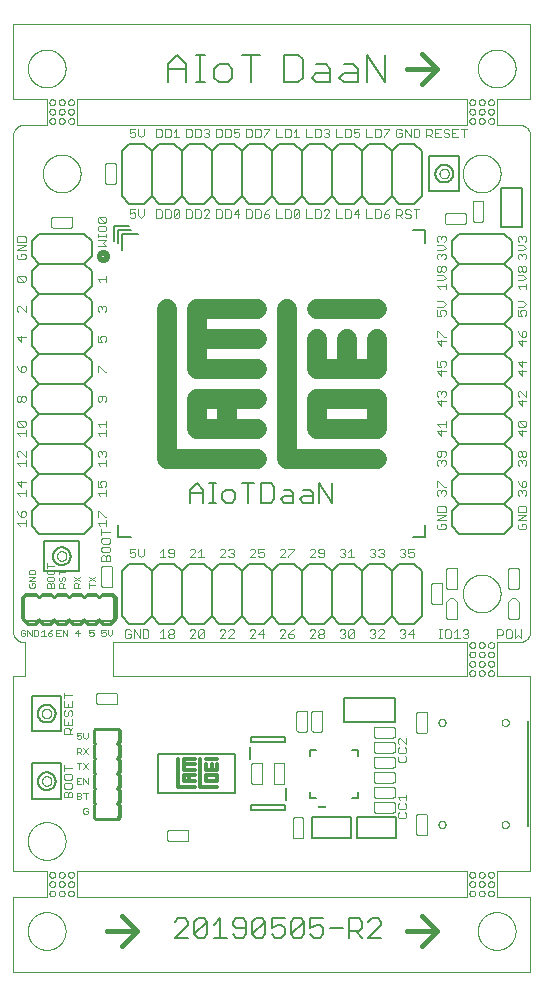
<source format=gto>
G75*
%MOIN*%
%OFA0B0*%
%FSLAX25Y25*%
%IPPOS*%
%LPD*%
%AMOC8*
5,1,8,0,0,1.08239X$1,22.5*
%
%ADD10C,0.00000*%
%ADD11C,0.00300*%
%ADD12C,0.00800*%
%ADD13C,0.01600*%
%ADD14C,0.00600*%
%ADD15C,0.01000*%
%ADD16C,0.00200*%
%ADD17C,0.06600*%
%ADD18C,0.00500*%
%ADD19C,0.01200*%
%ADD20R,0.02500X0.01000*%
%ADD21C,0.00787*%
D10*
X0003000Y0001000D02*
X0175500Y0001000D01*
X0175500Y0026000D01*
X0164250Y0026000D01*
X0164250Y0034750D01*
X0175500Y0034750D01*
X0175500Y0099750D01*
X0164250Y0099750D01*
X0164250Y0111000D01*
X0171750Y0111000D01*
X0171870Y0111002D01*
X0171990Y0111008D01*
X0172110Y0111017D01*
X0172230Y0111031D01*
X0172348Y0111048D01*
X0172467Y0111069D01*
X0172584Y0111094D01*
X0172701Y0111123D01*
X0172817Y0111155D01*
X0172932Y0111191D01*
X0173045Y0111231D01*
X0173157Y0111274D01*
X0173268Y0111321D01*
X0173377Y0111371D01*
X0173485Y0111425D01*
X0173590Y0111483D01*
X0173694Y0111543D01*
X0173796Y0111607D01*
X0173895Y0111674D01*
X0173993Y0111745D01*
X0174088Y0111818D01*
X0174181Y0111895D01*
X0174271Y0111974D01*
X0174359Y0112056D01*
X0174444Y0112141D01*
X0174526Y0112229D01*
X0174605Y0112319D01*
X0174682Y0112412D01*
X0174755Y0112507D01*
X0174826Y0112605D01*
X0174893Y0112704D01*
X0174957Y0112806D01*
X0175017Y0112910D01*
X0175075Y0113015D01*
X0175129Y0113123D01*
X0175179Y0113232D01*
X0175226Y0113343D01*
X0175269Y0113455D01*
X0175309Y0113568D01*
X0175345Y0113683D01*
X0175377Y0113799D01*
X0175406Y0113916D01*
X0175431Y0114033D01*
X0175452Y0114152D01*
X0175469Y0114270D01*
X0175483Y0114390D01*
X0175492Y0114510D01*
X0175498Y0114630D01*
X0175500Y0114750D01*
X0175500Y0279750D01*
X0175498Y0279870D01*
X0175492Y0279990D01*
X0175483Y0280110D01*
X0175469Y0280230D01*
X0175452Y0280348D01*
X0175431Y0280467D01*
X0175406Y0280584D01*
X0175377Y0280701D01*
X0175345Y0280817D01*
X0175309Y0280932D01*
X0175269Y0281045D01*
X0175226Y0281157D01*
X0175179Y0281268D01*
X0175129Y0281377D01*
X0175075Y0281485D01*
X0175017Y0281590D01*
X0174957Y0281694D01*
X0174893Y0281796D01*
X0174826Y0281895D01*
X0174755Y0281993D01*
X0174682Y0282088D01*
X0174605Y0282181D01*
X0174526Y0282271D01*
X0174444Y0282359D01*
X0174359Y0282444D01*
X0174271Y0282526D01*
X0174181Y0282605D01*
X0174088Y0282682D01*
X0173993Y0282755D01*
X0173895Y0282826D01*
X0173796Y0282893D01*
X0173694Y0282957D01*
X0173590Y0283017D01*
X0173485Y0283075D01*
X0173377Y0283129D01*
X0173268Y0283179D01*
X0173157Y0283226D01*
X0173045Y0283269D01*
X0172932Y0283309D01*
X0172817Y0283345D01*
X0172701Y0283377D01*
X0172584Y0283406D01*
X0172467Y0283431D01*
X0172348Y0283452D01*
X0172230Y0283469D01*
X0172110Y0283483D01*
X0171990Y0283492D01*
X0171870Y0283498D01*
X0171750Y0283500D01*
X0164250Y0283500D01*
X0164250Y0292250D01*
X0175500Y0292250D01*
X0175500Y0317250D01*
X0003000Y0317250D01*
X0003000Y0292250D01*
X0014250Y0292250D01*
X0014250Y0283500D01*
X0006750Y0283500D01*
X0006630Y0283498D01*
X0006510Y0283492D01*
X0006390Y0283483D01*
X0006270Y0283469D01*
X0006152Y0283452D01*
X0006033Y0283431D01*
X0005916Y0283406D01*
X0005799Y0283377D01*
X0005683Y0283345D01*
X0005568Y0283309D01*
X0005455Y0283269D01*
X0005343Y0283226D01*
X0005232Y0283179D01*
X0005123Y0283129D01*
X0005015Y0283075D01*
X0004910Y0283017D01*
X0004806Y0282957D01*
X0004704Y0282893D01*
X0004605Y0282826D01*
X0004507Y0282755D01*
X0004412Y0282682D01*
X0004319Y0282605D01*
X0004229Y0282526D01*
X0004141Y0282444D01*
X0004056Y0282359D01*
X0003974Y0282271D01*
X0003895Y0282181D01*
X0003818Y0282088D01*
X0003745Y0281993D01*
X0003674Y0281895D01*
X0003607Y0281796D01*
X0003543Y0281694D01*
X0003483Y0281590D01*
X0003425Y0281485D01*
X0003371Y0281377D01*
X0003321Y0281268D01*
X0003274Y0281157D01*
X0003231Y0281045D01*
X0003191Y0280932D01*
X0003155Y0280817D01*
X0003123Y0280701D01*
X0003094Y0280584D01*
X0003069Y0280467D01*
X0003048Y0280348D01*
X0003031Y0280230D01*
X0003017Y0280110D01*
X0003008Y0279990D01*
X0003002Y0279870D01*
X0003000Y0279750D01*
X0003000Y0114750D01*
X0003002Y0114630D01*
X0003008Y0114510D01*
X0003017Y0114390D01*
X0003031Y0114270D01*
X0003048Y0114152D01*
X0003069Y0114033D01*
X0003094Y0113916D01*
X0003123Y0113799D01*
X0003155Y0113683D01*
X0003191Y0113568D01*
X0003231Y0113455D01*
X0003274Y0113343D01*
X0003321Y0113232D01*
X0003371Y0113123D01*
X0003425Y0113015D01*
X0003483Y0112910D01*
X0003543Y0112806D01*
X0003607Y0112704D01*
X0003674Y0112605D01*
X0003745Y0112507D01*
X0003818Y0112412D01*
X0003895Y0112319D01*
X0003974Y0112229D01*
X0004056Y0112141D01*
X0004141Y0112056D01*
X0004229Y0111974D01*
X0004319Y0111895D01*
X0004412Y0111818D01*
X0004507Y0111745D01*
X0004605Y0111674D01*
X0004704Y0111607D01*
X0004806Y0111543D01*
X0004910Y0111483D01*
X0005015Y0111425D01*
X0005123Y0111371D01*
X0005232Y0111321D01*
X0005343Y0111274D01*
X0005455Y0111231D01*
X0005568Y0111191D01*
X0005683Y0111155D01*
X0005799Y0111123D01*
X0005916Y0111094D01*
X0006033Y0111069D01*
X0006152Y0111048D01*
X0006270Y0111031D01*
X0006390Y0111017D01*
X0006510Y0111008D01*
X0006630Y0111002D01*
X0006750Y0111000D01*
X0007062Y0111000D01*
X0007062Y0099750D01*
X0003000Y0099750D01*
X0003000Y0034750D01*
X0014250Y0034750D01*
X0014250Y0026000D01*
X0003000Y0026000D01*
X0003000Y0001000D01*
X0007951Y0014750D02*
X0007953Y0014908D01*
X0007959Y0015066D01*
X0007969Y0015224D01*
X0007983Y0015382D01*
X0008001Y0015539D01*
X0008022Y0015696D01*
X0008048Y0015852D01*
X0008078Y0016008D01*
X0008111Y0016163D01*
X0008149Y0016316D01*
X0008190Y0016469D01*
X0008235Y0016621D01*
X0008284Y0016772D01*
X0008337Y0016921D01*
X0008393Y0017069D01*
X0008453Y0017215D01*
X0008517Y0017360D01*
X0008585Y0017503D01*
X0008656Y0017645D01*
X0008730Y0017785D01*
X0008808Y0017922D01*
X0008890Y0018058D01*
X0008974Y0018192D01*
X0009063Y0018323D01*
X0009154Y0018452D01*
X0009249Y0018579D01*
X0009346Y0018704D01*
X0009447Y0018826D01*
X0009551Y0018945D01*
X0009658Y0019062D01*
X0009768Y0019176D01*
X0009881Y0019287D01*
X0009996Y0019396D01*
X0010114Y0019501D01*
X0010235Y0019603D01*
X0010358Y0019703D01*
X0010484Y0019799D01*
X0010612Y0019892D01*
X0010742Y0019982D01*
X0010875Y0020068D01*
X0011010Y0020152D01*
X0011146Y0020231D01*
X0011285Y0020308D01*
X0011426Y0020380D01*
X0011568Y0020450D01*
X0011712Y0020515D01*
X0011858Y0020577D01*
X0012005Y0020635D01*
X0012154Y0020690D01*
X0012304Y0020741D01*
X0012455Y0020788D01*
X0012607Y0020831D01*
X0012760Y0020870D01*
X0012915Y0020906D01*
X0013070Y0020937D01*
X0013226Y0020965D01*
X0013382Y0020989D01*
X0013539Y0021009D01*
X0013697Y0021025D01*
X0013854Y0021037D01*
X0014013Y0021045D01*
X0014171Y0021049D01*
X0014329Y0021049D01*
X0014487Y0021045D01*
X0014646Y0021037D01*
X0014803Y0021025D01*
X0014961Y0021009D01*
X0015118Y0020989D01*
X0015274Y0020965D01*
X0015430Y0020937D01*
X0015585Y0020906D01*
X0015740Y0020870D01*
X0015893Y0020831D01*
X0016045Y0020788D01*
X0016196Y0020741D01*
X0016346Y0020690D01*
X0016495Y0020635D01*
X0016642Y0020577D01*
X0016788Y0020515D01*
X0016932Y0020450D01*
X0017074Y0020380D01*
X0017215Y0020308D01*
X0017354Y0020231D01*
X0017490Y0020152D01*
X0017625Y0020068D01*
X0017758Y0019982D01*
X0017888Y0019892D01*
X0018016Y0019799D01*
X0018142Y0019703D01*
X0018265Y0019603D01*
X0018386Y0019501D01*
X0018504Y0019396D01*
X0018619Y0019287D01*
X0018732Y0019176D01*
X0018842Y0019062D01*
X0018949Y0018945D01*
X0019053Y0018826D01*
X0019154Y0018704D01*
X0019251Y0018579D01*
X0019346Y0018452D01*
X0019437Y0018323D01*
X0019526Y0018192D01*
X0019610Y0018058D01*
X0019692Y0017922D01*
X0019770Y0017785D01*
X0019844Y0017645D01*
X0019915Y0017503D01*
X0019983Y0017360D01*
X0020047Y0017215D01*
X0020107Y0017069D01*
X0020163Y0016921D01*
X0020216Y0016772D01*
X0020265Y0016621D01*
X0020310Y0016469D01*
X0020351Y0016316D01*
X0020389Y0016163D01*
X0020422Y0016008D01*
X0020452Y0015852D01*
X0020478Y0015696D01*
X0020499Y0015539D01*
X0020517Y0015382D01*
X0020531Y0015224D01*
X0020541Y0015066D01*
X0020547Y0014908D01*
X0020549Y0014750D01*
X0020547Y0014592D01*
X0020541Y0014434D01*
X0020531Y0014276D01*
X0020517Y0014118D01*
X0020499Y0013961D01*
X0020478Y0013804D01*
X0020452Y0013648D01*
X0020422Y0013492D01*
X0020389Y0013337D01*
X0020351Y0013184D01*
X0020310Y0013031D01*
X0020265Y0012879D01*
X0020216Y0012728D01*
X0020163Y0012579D01*
X0020107Y0012431D01*
X0020047Y0012285D01*
X0019983Y0012140D01*
X0019915Y0011997D01*
X0019844Y0011855D01*
X0019770Y0011715D01*
X0019692Y0011578D01*
X0019610Y0011442D01*
X0019526Y0011308D01*
X0019437Y0011177D01*
X0019346Y0011048D01*
X0019251Y0010921D01*
X0019154Y0010796D01*
X0019053Y0010674D01*
X0018949Y0010555D01*
X0018842Y0010438D01*
X0018732Y0010324D01*
X0018619Y0010213D01*
X0018504Y0010104D01*
X0018386Y0009999D01*
X0018265Y0009897D01*
X0018142Y0009797D01*
X0018016Y0009701D01*
X0017888Y0009608D01*
X0017758Y0009518D01*
X0017625Y0009432D01*
X0017490Y0009348D01*
X0017354Y0009269D01*
X0017215Y0009192D01*
X0017074Y0009120D01*
X0016932Y0009050D01*
X0016788Y0008985D01*
X0016642Y0008923D01*
X0016495Y0008865D01*
X0016346Y0008810D01*
X0016196Y0008759D01*
X0016045Y0008712D01*
X0015893Y0008669D01*
X0015740Y0008630D01*
X0015585Y0008594D01*
X0015430Y0008563D01*
X0015274Y0008535D01*
X0015118Y0008511D01*
X0014961Y0008491D01*
X0014803Y0008475D01*
X0014646Y0008463D01*
X0014487Y0008455D01*
X0014329Y0008451D01*
X0014171Y0008451D01*
X0014013Y0008455D01*
X0013854Y0008463D01*
X0013697Y0008475D01*
X0013539Y0008491D01*
X0013382Y0008511D01*
X0013226Y0008535D01*
X0013070Y0008563D01*
X0012915Y0008594D01*
X0012760Y0008630D01*
X0012607Y0008669D01*
X0012455Y0008712D01*
X0012304Y0008759D01*
X0012154Y0008810D01*
X0012005Y0008865D01*
X0011858Y0008923D01*
X0011712Y0008985D01*
X0011568Y0009050D01*
X0011426Y0009120D01*
X0011285Y0009192D01*
X0011146Y0009269D01*
X0011010Y0009348D01*
X0010875Y0009432D01*
X0010742Y0009518D01*
X0010612Y0009608D01*
X0010484Y0009701D01*
X0010358Y0009797D01*
X0010235Y0009897D01*
X0010114Y0009999D01*
X0009996Y0010104D01*
X0009881Y0010213D01*
X0009768Y0010324D01*
X0009658Y0010438D01*
X0009551Y0010555D01*
X0009447Y0010674D01*
X0009346Y0010796D01*
X0009249Y0010921D01*
X0009154Y0011048D01*
X0009063Y0011177D01*
X0008974Y0011308D01*
X0008890Y0011442D01*
X0008808Y0011578D01*
X0008730Y0011715D01*
X0008656Y0011855D01*
X0008585Y0011997D01*
X0008517Y0012140D01*
X0008453Y0012285D01*
X0008393Y0012431D01*
X0008337Y0012579D01*
X0008284Y0012728D01*
X0008235Y0012879D01*
X0008190Y0013031D01*
X0008149Y0013184D01*
X0008111Y0013337D01*
X0008078Y0013492D01*
X0008048Y0013648D01*
X0008022Y0013804D01*
X0008001Y0013961D01*
X0007983Y0014118D01*
X0007969Y0014276D01*
X0007959Y0014434D01*
X0007953Y0014592D01*
X0007951Y0014750D01*
X0015141Y0027250D02*
X0015143Y0027312D01*
X0015149Y0027375D01*
X0015159Y0027436D01*
X0015173Y0027497D01*
X0015190Y0027557D01*
X0015211Y0027616D01*
X0015237Y0027673D01*
X0015265Y0027728D01*
X0015297Y0027782D01*
X0015333Y0027833D01*
X0015371Y0027883D01*
X0015413Y0027929D01*
X0015457Y0027973D01*
X0015505Y0028014D01*
X0015554Y0028052D01*
X0015606Y0028086D01*
X0015660Y0028117D01*
X0015716Y0028145D01*
X0015774Y0028169D01*
X0015833Y0028190D01*
X0015893Y0028206D01*
X0015954Y0028219D01*
X0016016Y0028228D01*
X0016078Y0028233D01*
X0016141Y0028234D01*
X0016203Y0028231D01*
X0016265Y0028224D01*
X0016327Y0028213D01*
X0016387Y0028198D01*
X0016447Y0028180D01*
X0016505Y0028158D01*
X0016562Y0028132D01*
X0016617Y0028102D01*
X0016670Y0028069D01*
X0016721Y0028033D01*
X0016769Y0027994D01*
X0016815Y0027951D01*
X0016858Y0027906D01*
X0016898Y0027858D01*
X0016935Y0027808D01*
X0016969Y0027755D01*
X0017000Y0027701D01*
X0017026Y0027645D01*
X0017050Y0027587D01*
X0017069Y0027527D01*
X0017085Y0027467D01*
X0017097Y0027405D01*
X0017105Y0027344D01*
X0017109Y0027281D01*
X0017109Y0027219D01*
X0017105Y0027156D01*
X0017097Y0027095D01*
X0017085Y0027033D01*
X0017069Y0026973D01*
X0017050Y0026913D01*
X0017026Y0026855D01*
X0017000Y0026799D01*
X0016969Y0026745D01*
X0016935Y0026692D01*
X0016898Y0026642D01*
X0016858Y0026594D01*
X0016815Y0026549D01*
X0016769Y0026506D01*
X0016721Y0026467D01*
X0016670Y0026431D01*
X0016617Y0026398D01*
X0016562Y0026368D01*
X0016505Y0026342D01*
X0016447Y0026320D01*
X0016387Y0026302D01*
X0016327Y0026287D01*
X0016265Y0026276D01*
X0016203Y0026269D01*
X0016141Y0026266D01*
X0016078Y0026267D01*
X0016016Y0026272D01*
X0015954Y0026281D01*
X0015893Y0026294D01*
X0015833Y0026310D01*
X0015774Y0026331D01*
X0015716Y0026355D01*
X0015660Y0026383D01*
X0015606Y0026414D01*
X0015554Y0026448D01*
X0015505Y0026486D01*
X0015457Y0026527D01*
X0015413Y0026571D01*
X0015371Y0026617D01*
X0015333Y0026667D01*
X0015297Y0026718D01*
X0015265Y0026772D01*
X0015237Y0026827D01*
X0015211Y0026884D01*
X0015190Y0026943D01*
X0015173Y0027003D01*
X0015159Y0027064D01*
X0015149Y0027125D01*
X0015143Y0027188D01*
X0015141Y0027250D01*
X0015141Y0030375D02*
X0015143Y0030437D01*
X0015149Y0030500D01*
X0015159Y0030561D01*
X0015173Y0030622D01*
X0015190Y0030682D01*
X0015211Y0030741D01*
X0015237Y0030798D01*
X0015265Y0030853D01*
X0015297Y0030907D01*
X0015333Y0030958D01*
X0015371Y0031008D01*
X0015413Y0031054D01*
X0015457Y0031098D01*
X0015505Y0031139D01*
X0015554Y0031177D01*
X0015606Y0031211D01*
X0015660Y0031242D01*
X0015716Y0031270D01*
X0015774Y0031294D01*
X0015833Y0031315D01*
X0015893Y0031331D01*
X0015954Y0031344D01*
X0016016Y0031353D01*
X0016078Y0031358D01*
X0016141Y0031359D01*
X0016203Y0031356D01*
X0016265Y0031349D01*
X0016327Y0031338D01*
X0016387Y0031323D01*
X0016447Y0031305D01*
X0016505Y0031283D01*
X0016562Y0031257D01*
X0016617Y0031227D01*
X0016670Y0031194D01*
X0016721Y0031158D01*
X0016769Y0031119D01*
X0016815Y0031076D01*
X0016858Y0031031D01*
X0016898Y0030983D01*
X0016935Y0030933D01*
X0016969Y0030880D01*
X0017000Y0030826D01*
X0017026Y0030770D01*
X0017050Y0030712D01*
X0017069Y0030652D01*
X0017085Y0030592D01*
X0017097Y0030530D01*
X0017105Y0030469D01*
X0017109Y0030406D01*
X0017109Y0030344D01*
X0017105Y0030281D01*
X0017097Y0030220D01*
X0017085Y0030158D01*
X0017069Y0030098D01*
X0017050Y0030038D01*
X0017026Y0029980D01*
X0017000Y0029924D01*
X0016969Y0029870D01*
X0016935Y0029817D01*
X0016898Y0029767D01*
X0016858Y0029719D01*
X0016815Y0029674D01*
X0016769Y0029631D01*
X0016721Y0029592D01*
X0016670Y0029556D01*
X0016617Y0029523D01*
X0016562Y0029493D01*
X0016505Y0029467D01*
X0016447Y0029445D01*
X0016387Y0029427D01*
X0016327Y0029412D01*
X0016265Y0029401D01*
X0016203Y0029394D01*
X0016141Y0029391D01*
X0016078Y0029392D01*
X0016016Y0029397D01*
X0015954Y0029406D01*
X0015893Y0029419D01*
X0015833Y0029435D01*
X0015774Y0029456D01*
X0015716Y0029480D01*
X0015660Y0029508D01*
X0015606Y0029539D01*
X0015554Y0029573D01*
X0015505Y0029611D01*
X0015457Y0029652D01*
X0015413Y0029696D01*
X0015371Y0029742D01*
X0015333Y0029792D01*
X0015297Y0029843D01*
X0015265Y0029897D01*
X0015237Y0029952D01*
X0015211Y0030009D01*
X0015190Y0030068D01*
X0015173Y0030128D01*
X0015159Y0030189D01*
X0015149Y0030250D01*
X0015143Y0030313D01*
X0015141Y0030375D01*
X0015141Y0033500D02*
X0015143Y0033562D01*
X0015149Y0033625D01*
X0015159Y0033686D01*
X0015173Y0033747D01*
X0015190Y0033807D01*
X0015211Y0033866D01*
X0015237Y0033923D01*
X0015265Y0033978D01*
X0015297Y0034032D01*
X0015333Y0034083D01*
X0015371Y0034133D01*
X0015413Y0034179D01*
X0015457Y0034223D01*
X0015505Y0034264D01*
X0015554Y0034302D01*
X0015606Y0034336D01*
X0015660Y0034367D01*
X0015716Y0034395D01*
X0015774Y0034419D01*
X0015833Y0034440D01*
X0015893Y0034456D01*
X0015954Y0034469D01*
X0016016Y0034478D01*
X0016078Y0034483D01*
X0016141Y0034484D01*
X0016203Y0034481D01*
X0016265Y0034474D01*
X0016327Y0034463D01*
X0016387Y0034448D01*
X0016447Y0034430D01*
X0016505Y0034408D01*
X0016562Y0034382D01*
X0016617Y0034352D01*
X0016670Y0034319D01*
X0016721Y0034283D01*
X0016769Y0034244D01*
X0016815Y0034201D01*
X0016858Y0034156D01*
X0016898Y0034108D01*
X0016935Y0034058D01*
X0016969Y0034005D01*
X0017000Y0033951D01*
X0017026Y0033895D01*
X0017050Y0033837D01*
X0017069Y0033777D01*
X0017085Y0033717D01*
X0017097Y0033655D01*
X0017105Y0033594D01*
X0017109Y0033531D01*
X0017109Y0033469D01*
X0017105Y0033406D01*
X0017097Y0033345D01*
X0017085Y0033283D01*
X0017069Y0033223D01*
X0017050Y0033163D01*
X0017026Y0033105D01*
X0017000Y0033049D01*
X0016969Y0032995D01*
X0016935Y0032942D01*
X0016898Y0032892D01*
X0016858Y0032844D01*
X0016815Y0032799D01*
X0016769Y0032756D01*
X0016721Y0032717D01*
X0016670Y0032681D01*
X0016617Y0032648D01*
X0016562Y0032618D01*
X0016505Y0032592D01*
X0016447Y0032570D01*
X0016387Y0032552D01*
X0016327Y0032537D01*
X0016265Y0032526D01*
X0016203Y0032519D01*
X0016141Y0032516D01*
X0016078Y0032517D01*
X0016016Y0032522D01*
X0015954Y0032531D01*
X0015893Y0032544D01*
X0015833Y0032560D01*
X0015774Y0032581D01*
X0015716Y0032605D01*
X0015660Y0032633D01*
X0015606Y0032664D01*
X0015554Y0032698D01*
X0015505Y0032736D01*
X0015457Y0032777D01*
X0015413Y0032821D01*
X0015371Y0032867D01*
X0015333Y0032917D01*
X0015297Y0032968D01*
X0015265Y0033022D01*
X0015237Y0033077D01*
X0015211Y0033134D01*
X0015190Y0033193D01*
X0015173Y0033253D01*
X0015159Y0033314D01*
X0015149Y0033375D01*
X0015143Y0033438D01*
X0015141Y0033500D01*
X0018266Y0033500D02*
X0018268Y0033562D01*
X0018274Y0033625D01*
X0018284Y0033686D01*
X0018298Y0033747D01*
X0018315Y0033807D01*
X0018336Y0033866D01*
X0018362Y0033923D01*
X0018390Y0033978D01*
X0018422Y0034032D01*
X0018458Y0034083D01*
X0018496Y0034133D01*
X0018538Y0034179D01*
X0018582Y0034223D01*
X0018630Y0034264D01*
X0018679Y0034302D01*
X0018731Y0034336D01*
X0018785Y0034367D01*
X0018841Y0034395D01*
X0018899Y0034419D01*
X0018958Y0034440D01*
X0019018Y0034456D01*
X0019079Y0034469D01*
X0019141Y0034478D01*
X0019203Y0034483D01*
X0019266Y0034484D01*
X0019328Y0034481D01*
X0019390Y0034474D01*
X0019452Y0034463D01*
X0019512Y0034448D01*
X0019572Y0034430D01*
X0019630Y0034408D01*
X0019687Y0034382D01*
X0019742Y0034352D01*
X0019795Y0034319D01*
X0019846Y0034283D01*
X0019894Y0034244D01*
X0019940Y0034201D01*
X0019983Y0034156D01*
X0020023Y0034108D01*
X0020060Y0034058D01*
X0020094Y0034005D01*
X0020125Y0033951D01*
X0020151Y0033895D01*
X0020175Y0033837D01*
X0020194Y0033777D01*
X0020210Y0033717D01*
X0020222Y0033655D01*
X0020230Y0033594D01*
X0020234Y0033531D01*
X0020234Y0033469D01*
X0020230Y0033406D01*
X0020222Y0033345D01*
X0020210Y0033283D01*
X0020194Y0033223D01*
X0020175Y0033163D01*
X0020151Y0033105D01*
X0020125Y0033049D01*
X0020094Y0032995D01*
X0020060Y0032942D01*
X0020023Y0032892D01*
X0019983Y0032844D01*
X0019940Y0032799D01*
X0019894Y0032756D01*
X0019846Y0032717D01*
X0019795Y0032681D01*
X0019742Y0032648D01*
X0019687Y0032618D01*
X0019630Y0032592D01*
X0019572Y0032570D01*
X0019512Y0032552D01*
X0019452Y0032537D01*
X0019390Y0032526D01*
X0019328Y0032519D01*
X0019266Y0032516D01*
X0019203Y0032517D01*
X0019141Y0032522D01*
X0019079Y0032531D01*
X0019018Y0032544D01*
X0018958Y0032560D01*
X0018899Y0032581D01*
X0018841Y0032605D01*
X0018785Y0032633D01*
X0018731Y0032664D01*
X0018679Y0032698D01*
X0018630Y0032736D01*
X0018582Y0032777D01*
X0018538Y0032821D01*
X0018496Y0032867D01*
X0018458Y0032917D01*
X0018422Y0032968D01*
X0018390Y0033022D01*
X0018362Y0033077D01*
X0018336Y0033134D01*
X0018315Y0033193D01*
X0018298Y0033253D01*
X0018284Y0033314D01*
X0018274Y0033375D01*
X0018268Y0033438D01*
X0018266Y0033500D01*
X0018266Y0030375D02*
X0018268Y0030437D01*
X0018274Y0030500D01*
X0018284Y0030561D01*
X0018298Y0030622D01*
X0018315Y0030682D01*
X0018336Y0030741D01*
X0018362Y0030798D01*
X0018390Y0030853D01*
X0018422Y0030907D01*
X0018458Y0030958D01*
X0018496Y0031008D01*
X0018538Y0031054D01*
X0018582Y0031098D01*
X0018630Y0031139D01*
X0018679Y0031177D01*
X0018731Y0031211D01*
X0018785Y0031242D01*
X0018841Y0031270D01*
X0018899Y0031294D01*
X0018958Y0031315D01*
X0019018Y0031331D01*
X0019079Y0031344D01*
X0019141Y0031353D01*
X0019203Y0031358D01*
X0019266Y0031359D01*
X0019328Y0031356D01*
X0019390Y0031349D01*
X0019452Y0031338D01*
X0019512Y0031323D01*
X0019572Y0031305D01*
X0019630Y0031283D01*
X0019687Y0031257D01*
X0019742Y0031227D01*
X0019795Y0031194D01*
X0019846Y0031158D01*
X0019894Y0031119D01*
X0019940Y0031076D01*
X0019983Y0031031D01*
X0020023Y0030983D01*
X0020060Y0030933D01*
X0020094Y0030880D01*
X0020125Y0030826D01*
X0020151Y0030770D01*
X0020175Y0030712D01*
X0020194Y0030652D01*
X0020210Y0030592D01*
X0020222Y0030530D01*
X0020230Y0030469D01*
X0020234Y0030406D01*
X0020234Y0030344D01*
X0020230Y0030281D01*
X0020222Y0030220D01*
X0020210Y0030158D01*
X0020194Y0030098D01*
X0020175Y0030038D01*
X0020151Y0029980D01*
X0020125Y0029924D01*
X0020094Y0029870D01*
X0020060Y0029817D01*
X0020023Y0029767D01*
X0019983Y0029719D01*
X0019940Y0029674D01*
X0019894Y0029631D01*
X0019846Y0029592D01*
X0019795Y0029556D01*
X0019742Y0029523D01*
X0019687Y0029493D01*
X0019630Y0029467D01*
X0019572Y0029445D01*
X0019512Y0029427D01*
X0019452Y0029412D01*
X0019390Y0029401D01*
X0019328Y0029394D01*
X0019266Y0029391D01*
X0019203Y0029392D01*
X0019141Y0029397D01*
X0019079Y0029406D01*
X0019018Y0029419D01*
X0018958Y0029435D01*
X0018899Y0029456D01*
X0018841Y0029480D01*
X0018785Y0029508D01*
X0018731Y0029539D01*
X0018679Y0029573D01*
X0018630Y0029611D01*
X0018582Y0029652D01*
X0018538Y0029696D01*
X0018496Y0029742D01*
X0018458Y0029792D01*
X0018422Y0029843D01*
X0018390Y0029897D01*
X0018362Y0029952D01*
X0018336Y0030009D01*
X0018315Y0030068D01*
X0018298Y0030128D01*
X0018284Y0030189D01*
X0018274Y0030250D01*
X0018268Y0030313D01*
X0018266Y0030375D01*
X0018266Y0027250D02*
X0018268Y0027312D01*
X0018274Y0027375D01*
X0018284Y0027436D01*
X0018298Y0027497D01*
X0018315Y0027557D01*
X0018336Y0027616D01*
X0018362Y0027673D01*
X0018390Y0027728D01*
X0018422Y0027782D01*
X0018458Y0027833D01*
X0018496Y0027883D01*
X0018538Y0027929D01*
X0018582Y0027973D01*
X0018630Y0028014D01*
X0018679Y0028052D01*
X0018731Y0028086D01*
X0018785Y0028117D01*
X0018841Y0028145D01*
X0018899Y0028169D01*
X0018958Y0028190D01*
X0019018Y0028206D01*
X0019079Y0028219D01*
X0019141Y0028228D01*
X0019203Y0028233D01*
X0019266Y0028234D01*
X0019328Y0028231D01*
X0019390Y0028224D01*
X0019452Y0028213D01*
X0019512Y0028198D01*
X0019572Y0028180D01*
X0019630Y0028158D01*
X0019687Y0028132D01*
X0019742Y0028102D01*
X0019795Y0028069D01*
X0019846Y0028033D01*
X0019894Y0027994D01*
X0019940Y0027951D01*
X0019983Y0027906D01*
X0020023Y0027858D01*
X0020060Y0027808D01*
X0020094Y0027755D01*
X0020125Y0027701D01*
X0020151Y0027645D01*
X0020175Y0027587D01*
X0020194Y0027527D01*
X0020210Y0027467D01*
X0020222Y0027405D01*
X0020230Y0027344D01*
X0020234Y0027281D01*
X0020234Y0027219D01*
X0020230Y0027156D01*
X0020222Y0027095D01*
X0020210Y0027033D01*
X0020194Y0026973D01*
X0020175Y0026913D01*
X0020151Y0026855D01*
X0020125Y0026799D01*
X0020094Y0026745D01*
X0020060Y0026692D01*
X0020023Y0026642D01*
X0019983Y0026594D01*
X0019940Y0026549D01*
X0019894Y0026506D01*
X0019846Y0026467D01*
X0019795Y0026431D01*
X0019742Y0026398D01*
X0019687Y0026368D01*
X0019630Y0026342D01*
X0019572Y0026320D01*
X0019512Y0026302D01*
X0019452Y0026287D01*
X0019390Y0026276D01*
X0019328Y0026269D01*
X0019266Y0026266D01*
X0019203Y0026267D01*
X0019141Y0026272D01*
X0019079Y0026281D01*
X0019018Y0026294D01*
X0018958Y0026310D01*
X0018899Y0026331D01*
X0018841Y0026355D01*
X0018785Y0026383D01*
X0018731Y0026414D01*
X0018679Y0026448D01*
X0018630Y0026486D01*
X0018582Y0026527D01*
X0018538Y0026571D01*
X0018496Y0026617D01*
X0018458Y0026667D01*
X0018422Y0026718D01*
X0018390Y0026772D01*
X0018362Y0026827D01*
X0018336Y0026884D01*
X0018315Y0026943D01*
X0018298Y0027003D01*
X0018284Y0027064D01*
X0018274Y0027125D01*
X0018268Y0027188D01*
X0018266Y0027250D01*
X0021391Y0027250D02*
X0021393Y0027312D01*
X0021399Y0027375D01*
X0021409Y0027436D01*
X0021423Y0027497D01*
X0021440Y0027557D01*
X0021461Y0027616D01*
X0021487Y0027673D01*
X0021515Y0027728D01*
X0021547Y0027782D01*
X0021583Y0027833D01*
X0021621Y0027883D01*
X0021663Y0027929D01*
X0021707Y0027973D01*
X0021755Y0028014D01*
X0021804Y0028052D01*
X0021856Y0028086D01*
X0021910Y0028117D01*
X0021966Y0028145D01*
X0022024Y0028169D01*
X0022083Y0028190D01*
X0022143Y0028206D01*
X0022204Y0028219D01*
X0022266Y0028228D01*
X0022328Y0028233D01*
X0022391Y0028234D01*
X0022453Y0028231D01*
X0022515Y0028224D01*
X0022577Y0028213D01*
X0022637Y0028198D01*
X0022697Y0028180D01*
X0022755Y0028158D01*
X0022812Y0028132D01*
X0022867Y0028102D01*
X0022920Y0028069D01*
X0022971Y0028033D01*
X0023019Y0027994D01*
X0023065Y0027951D01*
X0023108Y0027906D01*
X0023148Y0027858D01*
X0023185Y0027808D01*
X0023219Y0027755D01*
X0023250Y0027701D01*
X0023276Y0027645D01*
X0023300Y0027587D01*
X0023319Y0027527D01*
X0023335Y0027467D01*
X0023347Y0027405D01*
X0023355Y0027344D01*
X0023359Y0027281D01*
X0023359Y0027219D01*
X0023355Y0027156D01*
X0023347Y0027095D01*
X0023335Y0027033D01*
X0023319Y0026973D01*
X0023300Y0026913D01*
X0023276Y0026855D01*
X0023250Y0026799D01*
X0023219Y0026745D01*
X0023185Y0026692D01*
X0023148Y0026642D01*
X0023108Y0026594D01*
X0023065Y0026549D01*
X0023019Y0026506D01*
X0022971Y0026467D01*
X0022920Y0026431D01*
X0022867Y0026398D01*
X0022812Y0026368D01*
X0022755Y0026342D01*
X0022697Y0026320D01*
X0022637Y0026302D01*
X0022577Y0026287D01*
X0022515Y0026276D01*
X0022453Y0026269D01*
X0022391Y0026266D01*
X0022328Y0026267D01*
X0022266Y0026272D01*
X0022204Y0026281D01*
X0022143Y0026294D01*
X0022083Y0026310D01*
X0022024Y0026331D01*
X0021966Y0026355D01*
X0021910Y0026383D01*
X0021856Y0026414D01*
X0021804Y0026448D01*
X0021755Y0026486D01*
X0021707Y0026527D01*
X0021663Y0026571D01*
X0021621Y0026617D01*
X0021583Y0026667D01*
X0021547Y0026718D01*
X0021515Y0026772D01*
X0021487Y0026827D01*
X0021461Y0026884D01*
X0021440Y0026943D01*
X0021423Y0027003D01*
X0021409Y0027064D01*
X0021399Y0027125D01*
X0021393Y0027188D01*
X0021391Y0027250D01*
X0024250Y0026000D02*
X0154250Y0026000D01*
X0154250Y0034750D01*
X0024250Y0034750D01*
X0024250Y0026000D01*
X0021391Y0030375D02*
X0021393Y0030437D01*
X0021399Y0030500D01*
X0021409Y0030561D01*
X0021423Y0030622D01*
X0021440Y0030682D01*
X0021461Y0030741D01*
X0021487Y0030798D01*
X0021515Y0030853D01*
X0021547Y0030907D01*
X0021583Y0030958D01*
X0021621Y0031008D01*
X0021663Y0031054D01*
X0021707Y0031098D01*
X0021755Y0031139D01*
X0021804Y0031177D01*
X0021856Y0031211D01*
X0021910Y0031242D01*
X0021966Y0031270D01*
X0022024Y0031294D01*
X0022083Y0031315D01*
X0022143Y0031331D01*
X0022204Y0031344D01*
X0022266Y0031353D01*
X0022328Y0031358D01*
X0022391Y0031359D01*
X0022453Y0031356D01*
X0022515Y0031349D01*
X0022577Y0031338D01*
X0022637Y0031323D01*
X0022697Y0031305D01*
X0022755Y0031283D01*
X0022812Y0031257D01*
X0022867Y0031227D01*
X0022920Y0031194D01*
X0022971Y0031158D01*
X0023019Y0031119D01*
X0023065Y0031076D01*
X0023108Y0031031D01*
X0023148Y0030983D01*
X0023185Y0030933D01*
X0023219Y0030880D01*
X0023250Y0030826D01*
X0023276Y0030770D01*
X0023300Y0030712D01*
X0023319Y0030652D01*
X0023335Y0030592D01*
X0023347Y0030530D01*
X0023355Y0030469D01*
X0023359Y0030406D01*
X0023359Y0030344D01*
X0023355Y0030281D01*
X0023347Y0030220D01*
X0023335Y0030158D01*
X0023319Y0030098D01*
X0023300Y0030038D01*
X0023276Y0029980D01*
X0023250Y0029924D01*
X0023219Y0029870D01*
X0023185Y0029817D01*
X0023148Y0029767D01*
X0023108Y0029719D01*
X0023065Y0029674D01*
X0023019Y0029631D01*
X0022971Y0029592D01*
X0022920Y0029556D01*
X0022867Y0029523D01*
X0022812Y0029493D01*
X0022755Y0029467D01*
X0022697Y0029445D01*
X0022637Y0029427D01*
X0022577Y0029412D01*
X0022515Y0029401D01*
X0022453Y0029394D01*
X0022391Y0029391D01*
X0022328Y0029392D01*
X0022266Y0029397D01*
X0022204Y0029406D01*
X0022143Y0029419D01*
X0022083Y0029435D01*
X0022024Y0029456D01*
X0021966Y0029480D01*
X0021910Y0029508D01*
X0021856Y0029539D01*
X0021804Y0029573D01*
X0021755Y0029611D01*
X0021707Y0029652D01*
X0021663Y0029696D01*
X0021621Y0029742D01*
X0021583Y0029792D01*
X0021547Y0029843D01*
X0021515Y0029897D01*
X0021487Y0029952D01*
X0021461Y0030009D01*
X0021440Y0030068D01*
X0021423Y0030128D01*
X0021409Y0030189D01*
X0021399Y0030250D01*
X0021393Y0030313D01*
X0021391Y0030375D01*
X0021391Y0033500D02*
X0021393Y0033562D01*
X0021399Y0033625D01*
X0021409Y0033686D01*
X0021423Y0033747D01*
X0021440Y0033807D01*
X0021461Y0033866D01*
X0021487Y0033923D01*
X0021515Y0033978D01*
X0021547Y0034032D01*
X0021583Y0034083D01*
X0021621Y0034133D01*
X0021663Y0034179D01*
X0021707Y0034223D01*
X0021755Y0034264D01*
X0021804Y0034302D01*
X0021856Y0034336D01*
X0021910Y0034367D01*
X0021966Y0034395D01*
X0022024Y0034419D01*
X0022083Y0034440D01*
X0022143Y0034456D01*
X0022204Y0034469D01*
X0022266Y0034478D01*
X0022328Y0034483D01*
X0022391Y0034484D01*
X0022453Y0034481D01*
X0022515Y0034474D01*
X0022577Y0034463D01*
X0022637Y0034448D01*
X0022697Y0034430D01*
X0022755Y0034408D01*
X0022812Y0034382D01*
X0022867Y0034352D01*
X0022920Y0034319D01*
X0022971Y0034283D01*
X0023019Y0034244D01*
X0023065Y0034201D01*
X0023108Y0034156D01*
X0023148Y0034108D01*
X0023185Y0034058D01*
X0023219Y0034005D01*
X0023250Y0033951D01*
X0023276Y0033895D01*
X0023300Y0033837D01*
X0023319Y0033777D01*
X0023335Y0033717D01*
X0023347Y0033655D01*
X0023355Y0033594D01*
X0023359Y0033531D01*
X0023359Y0033469D01*
X0023355Y0033406D01*
X0023347Y0033345D01*
X0023335Y0033283D01*
X0023319Y0033223D01*
X0023300Y0033163D01*
X0023276Y0033105D01*
X0023250Y0033049D01*
X0023219Y0032995D01*
X0023185Y0032942D01*
X0023148Y0032892D01*
X0023108Y0032844D01*
X0023065Y0032799D01*
X0023019Y0032756D01*
X0022971Y0032717D01*
X0022920Y0032681D01*
X0022867Y0032648D01*
X0022812Y0032618D01*
X0022755Y0032592D01*
X0022697Y0032570D01*
X0022637Y0032552D01*
X0022577Y0032537D01*
X0022515Y0032526D01*
X0022453Y0032519D01*
X0022391Y0032516D01*
X0022328Y0032517D01*
X0022266Y0032522D01*
X0022204Y0032531D01*
X0022143Y0032544D01*
X0022083Y0032560D01*
X0022024Y0032581D01*
X0021966Y0032605D01*
X0021910Y0032633D01*
X0021856Y0032664D01*
X0021804Y0032698D01*
X0021755Y0032736D01*
X0021707Y0032777D01*
X0021663Y0032821D01*
X0021621Y0032867D01*
X0021583Y0032917D01*
X0021547Y0032968D01*
X0021515Y0033022D01*
X0021487Y0033077D01*
X0021461Y0033134D01*
X0021440Y0033193D01*
X0021423Y0033253D01*
X0021409Y0033314D01*
X0021399Y0033375D01*
X0021393Y0033438D01*
X0021391Y0033500D01*
X0007951Y0044750D02*
X0007953Y0044908D01*
X0007959Y0045066D01*
X0007969Y0045224D01*
X0007983Y0045382D01*
X0008001Y0045539D01*
X0008022Y0045696D01*
X0008048Y0045852D01*
X0008078Y0046008D01*
X0008111Y0046163D01*
X0008149Y0046316D01*
X0008190Y0046469D01*
X0008235Y0046621D01*
X0008284Y0046772D01*
X0008337Y0046921D01*
X0008393Y0047069D01*
X0008453Y0047215D01*
X0008517Y0047360D01*
X0008585Y0047503D01*
X0008656Y0047645D01*
X0008730Y0047785D01*
X0008808Y0047922D01*
X0008890Y0048058D01*
X0008974Y0048192D01*
X0009063Y0048323D01*
X0009154Y0048452D01*
X0009249Y0048579D01*
X0009346Y0048704D01*
X0009447Y0048826D01*
X0009551Y0048945D01*
X0009658Y0049062D01*
X0009768Y0049176D01*
X0009881Y0049287D01*
X0009996Y0049396D01*
X0010114Y0049501D01*
X0010235Y0049603D01*
X0010358Y0049703D01*
X0010484Y0049799D01*
X0010612Y0049892D01*
X0010742Y0049982D01*
X0010875Y0050068D01*
X0011010Y0050152D01*
X0011146Y0050231D01*
X0011285Y0050308D01*
X0011426Y0050380D01*
X0011568Y0050450D01*
X0011712Y0050515D01*
X0011858Y0050577D01*
X0012005Y0050635D01*
X0012154Y0050690D01*
X0012304Y0050741D01*
X0012455Y0050788D01*
X0012607Y0050831D01*
X0012760Y0050870D01*
X0012915Y0050906D01*
X0013070Y0050937D01*
X0013226Y0050965D01*
X0013382Y0050989D01*
X0013539Y0051009D01*
X0013697Y0051025D01*
X0013854Y0051037D01*
X0014013Y0051045D01*
X0014171Y0051049D01*
X0014329Y0051049D01*
X0014487Y0051045D01*
X0014646Y0051037D01*
X0014803Y0051025D01*
X0014961Y0051009D01*
X0015118Y0050989D01*
X0015274Y0050965D01*
X0015430Y0050937D01*
X0015585Y0050906D01*
X0015740Y0050870D01*
X0015893Y0050831D01*
X0016045Y0050788D01*
X0016196Y0050741D01*
X0016346Y0050690D01*
X0016495Y0050635D01*
X0016642Y0050577D01*
X0016788Y0050515D01*
X0016932Y0050450D01*
X0017074Y0050380D01*
X0017215Y0050308D01*
X0017354Y0050231D01*
X0017490Y0050152D01*
X0017625Y0050068D01*
X0017758Y0049982D01*
X0017888Y0049892D01*
X0018016Y0049799D01*
X0018142Y0049703D01*
X0018265Y0049603D01*
X0018386Y0049501D01*
X0018504Y0049396D01*
X0018619Y0049287D01*
X0018732Y0049176D01*
X0018842Y0049062D01*
X0018949Y0048945D01*
X0019053Y0048826D01*
X0019154Y0048704D01*
X0019251Y0048579D01*
X0019346Y0048452D01*
X0019437Y0048323D01*
X0019526Y0048192D01*
X0019610Y0048058D01*
X0019692Y0047922D01*
X0019770Y0047785D01*
X0019844Y0047645D01*
X0019915Y0047503D01*
X0019983Y0047360D01*
X0020047Y0047215D01*
X0020107Y0047069D01*
X0020163Y0046921D01*
X0020216Y0046772D01*
X0020265Y0046621D01*
X0020310Y0046469D01*
X0020351Y0046316D01*
X0020389Y0046163D01*
X0020422Y0046008D01*
X0020452Y0045852D01*
X0020478Y0045696D01*
X0020499Y0045539D01*
X0020517Y0045382D01*
X0020531Y0045224D01*
X0020541Y0045066D01*
X0020547Y0044908D01*
X0020549Y0044750D01*
X0020547Y0044592D01*
X0020541Y0044434D01*
X0020531Y0044276D01*
X0020517Y0044118D01*
X0020499Y0043961D01*
X0020478Y0043804D01*
X0020452Y0043648D01*
X0020422Y0043492D01*
X0020389Y0043337D01*
X0020351Y0043184D01*
X0020310Y0043031D01*
X0020265Y0042879D01*
X0020216Y0042728D01*
X0020163Y0042579D01*
X0020107Y0042431D01*
X0020047Y0042285D01*
X0019983Y0042140D01*
X0019915Y0041997D01*
X0019844Y0041855D01*
X0019770Y0041715D01*
X0019692Y0041578D01*
X0019610Y0041442D01*
X0019526Y0041308D01*
X0019437Y0041177D01*
X0019346Y0041048D01*
X0019251Y0040921D01*
X0019154Y0040796D01*
X0019053Y0040674D01*
X0018949Y0040555D01*
X0018842Y0040438D01*
X0018732Y0040324D01*
X0018619Y0040213D01*
X0018504Y0040104D01*
X0018386Y0039999D01*
X0018265Y0039897D01*
X0018142Y0039797D01*
X0018016Y0039701D01*
X0017888Y0039608D01*
X0017758Y0039518D01*
X0017625Y0039432D01*
X0017490Y0039348D01*
X0017354Y0039269D01*
X0017215Y0039192D01*
X0017074Y0039120D01*
X0016932Y0039050D01*
X0016788Y0038985D01*
X0016642Y0038923D01*
X0016495Y0038865D01*
X0016346Y0038810D01*
X0016196Y0038759D01*
X0016045Y0038712D01*
X0015893Y0038669D01*
X0015740Y0038630D01*
X0015585Y0038594D01*
X0015430Y0038563D01*
X0015274Y0038535D01*
X0015118Y0038511D01*
X0014961Y0038491D01*
X0014803Y0038475D01*
X0014646Y0038463D01*
X0014487Y0038455D01*
X0014329Y0038451D01*
X0014171Y0038451D01*
X0014013Y0038455D01*
X0013854Y0038463D01*
X0013697Y0038475D01*
X0013539Y0038491D01*
X0013382Y0038511D01*
X0013226Y0038535D01*
X0013070Y0038563D01*
X0012915Y0038594D01*
X0012760Y0038630D01*
X0012607Y0038669D01*
X0012455Y0038712D01*
X0012304Y0038759D01*
X0012154Y0038810D01*
X0012005Y0038865D01*
X0011858Y0038923D01*
X0011712Y0038985D01*
X0011568Y0039050D01*
X0011426Y0039120D01*
X0011285Y0039192D01*
X0011146Y0039269D01*
X0011010Y0039348D01*
X0010875Y0039432D01*
X0010742Y0039518D01*
X0010612Y0039608D01*
X0010484Y0039701D01*
X0010358Y0039797D01*
X0010235Y0039897D01*
X0010114Y0039999D01*
X0009996Y0040104D01*
X0009881Y0040213D01*
X0009768Y0040324D01*
X0009658Y0040438D01*
X0009551Y0040555D01*
X0009447Y0040674D01*
X0009346Y0040796D01*
X0009249Y0040921D01*
X0009154Y0041048D01*
X0009063Y0041177D01*
X0008974Y0041308D01*
X0008890Y0041442D01*
X0008808Y0041578D01*
X0008730Y0041715D01*
X0008656Y0041855D01*
X0008585Y0041997D01*
X0008517Y0042140D01*
X0008453Y0042285D01*
X0008393Y0042431D01*
X0008337Y0042579D01*
X0008284Y0042728D01*
X0008235Y0042879D01*
X0008190Y0043031D01*
X0008149Y0043184D01*
X0008111Y0043337D01*
X0008078Y0043492D01*
X0008048Y0043648D01*
X0008022Y0043804D01*
X0008001Y0043961D01*
X0007983Y0044118D01*
X0007969Y0044276D01*
X0007959Y0044434D01*
X0007953Y0044592D01*
X0007951Y0044750D01*
X0012675Y0064750D02*
X0012677Y0064829D01*
X0012683Y0064908D01*
X0012693Y0064987D01*
X0012707Y0065065D01*
X0012724Y0065142D01*
X0012746Y0065218D01*
X0012771Y0065293D01*
X0012801Y0065366D01*
X0012833Y0065438D01*
X0012870Y0065509D01*
X0012910Y0065577D01*
X0012953Y0065643D01*
X0012999Y0065707D01*
X0013049Y0065769D01*
X0013102Y0065828D01*
X0013157Y0065884D01*
X0013216Y0065938D01*
X0013277Y0065988D01*
X0013340Y0066036D01*
X0013406Y0066080D01*
X0013474Y0066121D01*
X0013544Y0066158D01*
X0013615Y0066192D01*
X0013689Y0066222D01*
X0013763Y0066248D01*
X0013839Y0066270D01*
X0013916Y0066289D01*
X0013994Y0066304D01*
X0014072Y0066315D01*
X0014151Y0066322D01*
X0014230Y0066325D01*
X0014309Y0066324D01*
X0014388Y0066319D01*
X0014467Y0066310D01*
X0014545Y0066297D01*
X0014622Y0066280D01*
X0014699Y0066260D01*
X0014774Y0066235D01*
X0014848Y0066207D01*
X0014921Y0066175D01*
X0014991Y0066140D01*
X0015060Y0066101D01*
X0015127Y0066058D01*
X0015192Y0066012D01*
X0015254Y0065964D01*
X0015314Y0065912D01*
X0015371Y0065857D01*
X0015425Y0065799D01*
X0015476Y0065739D01*
X0015524Y0065676D01*
X0015569Y0065611D01*
X0015611Y0065543D01*
X0015649Y0065474D01*
X0015683Y0065403D01*
X0015714Y0065330D01*
X0015742Y0065255D01*
X0015765Y0065180D01*
X0015785Y0065103D01*
X0015801Y0065026D01*
X0015813Y0064947D01*
X0015821Y0064869D01*
X0015825Y0064790D01*
X0015825Y0064710D01*
X0015821Y0064631D01*
X0015813Y0064553D01*
X0015801Y0064474D01*
X0015785Y0064397D01*
X0015765Y0064320D01*
X0015742Y0064245D01*
X0015714Y0064170D01*
X0015683Y0064097D01*
X0015649Y0064026D01*
X0015611Y0063957D01*
X0015569Y0063889D01*
X0015524Y0063824D01*
X0015476Y0063761D01*
X0015425Y0063701D01*
X0015371Y0063643D01*
X0015314Y0063588D01*
X0015254Y0063536D01*
X0015192Y0063488D01*
X0015127Y0063442D01*
X0015060Y0063399D01*
X0014991Y0063360D01*
X0014921Y0063325D01*
X0014848Y0063293D01*
X0014774Y0063265D01*
X0014699Y0063240D01*
X0014622Y0063220D01*
X0014545Y0063203D01*
X0014467Y0063190D01*
X0014388Y0063181D01*
X0014309Y0063176D01*
X0014230Y0063175D01*
X0014151Y0063178D01*
X0014072Y0063185D01*
X0013994Y0063196D01*
X0013916Y0063211D01*
X0013839Y0063230D01*
X0013763Y0063252D01*
X0013689Y0063278D01*
X0013615Y0063308D01*
X0013544Y0063342D01*
X0013474Y0063379D01*
X0013406Y0063420D01*
X0013340Y0063464D01*
X0013277Y0063512D01*
X0013216Y0063562D01*
X0013157Y0063616D01*
X0013102Y0063672D01*
X0013049Y0063731D01*
X0012999Y0063793D01*
X0012953Y0063857D01*
X0012910Y0063923D01*
X0012870Y0063991D01*
X0012833Y0064062D01*
X0012801Y0064134D01*
X0012771Y0064207D01*
X0012746Y0064282D01*
X0012724Y0064358D01*
X0012707Y0064435D01*
X0012693Y0064513D01*
X0012683Y0064592D01*
X0012677Y0064671D01*
X0012675Y0064750D01*
X0012675Y0087250D02*
X0012677Y0087329D01*
X0012683Y0087408D01*
X0012693Y0087487D01*
X0012707Y0087565D01*
X0012724Y0087642D01*
X0012746Y0087718D01*
X0012771Y0087793D01*
X0012801Y0087866D01*
X0012833Y0087938D01*
X0012870Y0088009D01*
X0012910Y0088077D01*
X0012953Y0088143D01*
X0012999Y0088207D01*
X0013049Y0088269D01*
X0013102Y0088328D01*
X0013157Y0088384D01*
X0013216Y0088438D01*
X0013277Y0088488D01*
X0013340Y0088536D01*
X0013406Y0088580D01*
X0013474Y0088621D01*
X0013544Y0088658D01*
X0013615Y0088692D01*
X0013689Y0088722D01*
X0013763Y0088748D01*
X0013839Y0088770D01*
X0013916Y0088789D01*
X0013994Y0088804D01*
X0014072Y0088815D01*
X0014151Y0088822D01*
X0014230Y0088825D01*
X0014309Y0088824D01*
X0014388Y0088819D01*
X0014467Y0088810D01*
X0014545Y0088797D01*
X0014622Y0088780D01*
X0014699Y0088760D01*
X0014774Y0088735D01*
X0014848Y0088707D01*
X0014921Y0088675D01*
X0014991Y0088640D01*
X0015060Y0088601D01*
X0015127Y0088558D01*
X0015192Y0088512D01*
X0015254Y0088464D01*
X0015314Y0088412D01*
X0015371Y0088357D01*
X0015425Y0088299D01*
X0015476Y0088239D01*
X0015524Y0088176D01*
X0015569Y0088111D01*
X0015611Y0088043D01*
X0015649Y0087974D01*
X0015683Y0087903D01*
X0015714Y0087830D01*
X0015742Y0087755D01*
X0015765Y0087680D01*
X0015785Y0087603D01*
X0015801Y0087526D01*
X0015813Y0087447D01*
X0015821Y0087369D01*
X0015825Y0087290D01*
X0015825Y0087210D01*
X0015821Y0087131D01*
X0015813Y0087053D01*
X0015801Y0086974D01*
X0015785Y0086897D01*
X0015765Y0086820D01*
X0015742Y0086745D01*
X0015714Y0086670D01*
X0015683Y0086597D01*
X0015649Y0086526D01*
X0015611Y0086457D01*
X0015569Y0086389D01*
X0015524Y0086324D01*
X0015476Y0086261D01*
X0015425Y0086201D01*
X0015371Y0086143D01*
X0015314Y0086088D01*
X0015254Y0086036D01*
X0015192Y0085988D01*
X0015127Y0085942D01*
X0015060Y0085899D01*
X0014991Y0085860D01*
X0014921Y0085825D01*
X0014848Y0085793D01*
X0014774Y0085765D01*
X0014699Y0085740D01*
X0014622Y0085720D01*
X0014545Y0085703D01*
X0014467Y0085690D01*
X0014388Y0085681D01*
X0014309Y0085676D01*
X0014230Y0085675D01*
X0014151Y0085678D01*
X0014072Y0085685D01*
X0013994Y0085696D01*
X0013916Y0085711D01*
X0013839Y0085730D01*
X0013763Y0085752D01*
X0013689Y0085778D01*
X0013615Y0085808D01*
X0013544Y0085842D01*
X0013474Y0085879D01*
X0013406Y0085920D01*
X0013340Y0085964D01*
X0013277Y0086012D01*
X0013216Y0086062D01*
X0013157Y0086116D01*
X0013102Y0086172D01*
X0013049Y0086231D01*
X0012999Y0086293D01*
X0012953Y0086357D01*
X0012910Y0086423D01*
X0012870Y0086491D01*
X0012833Y0086562D01*
X0012801Y0086634D01*
X0012771Y0086707D01*
X0012746Y0086782D01*
X0012724Y0086858D01*
X0012707Y0086935D01*
X0012693Y0087013D01*
X0012683Y0087092D01*
X0012677Y0087171D01*
X0012675Y0087250D01*
X0036438Y0099750D02*
X0036438Y0111000D01*
X0154250Y0111000D01*
X0154250Y0099750D01*
X0036438Y0099750D01*
X0017675Y0139750D02*
X0017677Y0139829D01*
X0017683Y0139908D01*
X0017693Y0139987D01*
X0017707Y0140065D01*
X0017724Y0140142D01*
X0017746Y0140218D01*
X0017771Y0140293D01*
X0017801Y0140366D01*
X0017833Y0140438D01*
X0017870Y0140509D01*
X0017910Y0140577D01*
X0017953Y0140643D01*
X0017999Y0140707D01*
X0018049Y0140769D01*
X0018102Y0140828D01*
X0018157Y0140884D01*
X0018216Y0140938D01*
X0018277Y0140988D01*
X0018340Y0141036D01*
X0018406Y0141080D01*
X0018474Y0141121D01*
X0018544Y0141158D01*
X0018615Y0141192D01*
X0018689Y0141222D01*
X0018763Y0141248D01*
X0018839Y0141270D01*
X0018916Y0141289D01*
X0018994Y0141304D01*
X0019072Y0141315D01*
X0019151Y0141322D01*
X0019230Y0141325D01*
X0019309Y0141324D01*
X0019388Y0141319D01*
X0019467Y0141310D01*
X0019545Y0141297D01*
X0019622Y0141280D01*
X0019699Y0141260D01*
X0019774Y0141235D01*
X0019848Y0141207D01*
X0019921Y0141175D01*
X0019991Y0141140D01*
X0020060Y0141101D01*
X0020127Y0141058D01*
X0020192Y0141012D01*
X0020254Y0140964D01*
X0020314Y0140912D01*
X0020371Y0140857D01*
X0020425Y0140799D01*
X0020476Y0140739D01*
X0020524Y0140676D01*
X0020569Y0140611D01*
X0020611Y0140543D01*
X0020649Y0140474D01*
X0020683Y0140403D01*
X0020714Y0140330D01*
X0020742Y0140255D01*
X0020765Y0140180D01*
X0020785Y0140103D01*
X0020801Y0140026D01*
X0020813Y0139947D01*
X0020821Y0139869D01*
X0020825Y0139790D01*
X0020825Y0139710D01*
X0020821Y0139631D01*
X0020813Y0139553D01*
X0020801Y0139474D01*
X0020785Y0139397D01*
X0020765Y0139320D01*
X0020742Y0139245D01*
X0020714Y0139170D01*
X0020683Y0139097D01*
X0020649Y0139026D01*
X0020611Y0138957D01*
X0020569Y0138889D01*
X0020524Y0138824D01*
X0020476Y0138761D01*
X0020425Y0138701D01*
X0020371Y0138643D01*
X0020314Y0138588D01*
X0020254Y0138536D01*
X0020192Y0138488D01*
X0020127Y0138442D01*
X0020060Y0138399D01*
X0019991Y0138360D01*
X0019921Y0138325D01*
X0019848Y0138293D01*
X0019774Y0138265D01*
X0019699Y0138240D01*
X0019622Y0138220D01*
X0019545Y0138203D01*
X0019467Y0138190D01*
X0019388Y0138181D01*
X0019309Y0138176D01*
X0019230Y0138175D01*
X0019151Y0138178D01*
X0019072Y0138185D01*
X0018994Y0138196D01*
X0018916Y0138211D01*
X0018839Y0138230D01*
X0018763Y0138252D01*
X0018689Y0138278D01*
X0018615Y0138308D01*
X0018544Y0138342D01*
X0018474Y0138379D01*
X0018406Y0138420D01*
X0018340Y0138464D01*
X0018277Y0138512D01*
X0018216Y0138562D01*
X0018157Y0138616D01*
X0018102Y0138672D01*
X0018049Y0138731D01*
X0017999Y0138793D01*
X0017953Y0138857D01*
X0017910Y0138923D01*
X0017870Y0138991D01*
X0017833Y0139062D01*
X0017801Y0139134D01*
X0017771Y0139207D01*
X0017746Y0139282D01*
X0017724Y0139358D01*
X0017707Y0139435D01*
X0017693Y0139513D01*
X0017683Y0139592D01*
X0017677Y0139671D01*
X0017675Y0139750D01*
X0012951Y0267250D02*
X0012953Y0267408D01*
X0012959Y0267566D01*
X0012969Y0267724D01*
X0012983Y0267882D01*
X0013001Y0268039D01*
X0013022Y0268196D01*
X0013048Y0268352D01*
X0013078Y0268508D01*
X0013111Y0268663D01*
X0013149Y0268816D01*
X0013190Y0268969D01*
X0013235Y0269121D01*
X0013284Y0269272D01*
X0013337Y0269421D01*
X0013393Y0269569D01*
X0013453Y0269715D01*
X0013517Y0269860D01*
X0013585Y0270003D01*
X0013656Y0270145D01*
X0013730Y0270285D01*
X0013808Y0270422D01*
X0013890Y0270558D01*
X0013974Y0270692D01*
X0014063Y0270823D01*
X0014154Y0270952D01*
X0014249Y0271079D01*
X0014346Y0271204D01*
X0014447Y0271326D01*
X0014551Y0271445D01*
X0014658Y0271562D01*
X0014768Y0271676D01*
X0014881Y0271787D01*
X0014996Y0271896D01*
X0015114Y0272001D01*
X0015235Y0272103D01*
X0015358Y0272203D01*
X0015484Y0272299D01*
X0015612Y0272392D01*
X0015742Y0272482D01*
X0015875Y0272568D01*
X0016010Y0272652D01*
X0016146Y0272731D01*
X0016285Y0272808D01*
X0016426Y0272880D01*
X0016568Y0272950D01*
X0016712Y0273015D01*
X0016858Y0273077D01*
X0017005Y0273135D01*
X0017154Y0273190D01*
X0017304Y0273241D01*
X0017455Y0273288D01*
X0017607Y0273331D01*
X0017760Y0273370D01*
X0017915Y0273406D01*
X0018070Y0273437D01*
X0018226Y0273465D01*
X0018382Y0273489D01*
X0018539Y0273509D01*
X0018697Y0273525D01*
X0018854Y0273537D01*
X0019013Y0273545D01*
X0019171Y0273549D01*
X0019329Y0273549D01*
X0019487Y0273545D01*
X0019646Y0273537D01*
X0019803Y0273525D01*
X0019961Y0273509D01*
X0020118Y0273489D01*
X0020274Y0273465D01*
X0020430Y0273437D01*
X0020585Y0273406D01*
X0020740Y0273370D01*
X0020893Y0273331D01*
X0021045Y0273288D01*
X0021196Y0273241D01*
X0021346Y0273190D01*
X0021495Y0273135D01*
X0021642Y0273077D01*
X0021788Y0273015D01*
X0021932Y0272950D01*
X0022074Y0272880D01*
X0022215Y0272808D01*
X0022354Y0272731D01*
X0022490Y0272652D01*
X0022625Y0272568D01*
X0022758Y0272482D01*
X0022888Y0272392D01*
X0023016Y0272299D01*
X0023142Y0272203D01*
X0023265Y0272103D01*
X0023386Y0272001D01*
X0023504Y0271896D01*
X0023619Y0271787D01*
X0023732Y0271676D01*
X0023842Y0271562D01*
X0023949Y0271445D01*
X0024053Y0271326D01*
X0024154Y0271204D01*
X0024251Y0271079D01*
X0024346Y0270952D01*
X0024437Y0270823D01*
X0024526Y0270692D01*
X0024610Y0270558D01*
X0024692Y0270422D01*
X0024770Y0270285D01*
X0024844Y0270145D01*
X0024915Y0270003D01*
X0024983Y0269860D01*
X0025047Y0269715D01*
X0025107Y0269569D01*
X0025163Y0269421D01*
X0025216Y0269272D01*
X0025265Y0269121D01*
X0025310Y0268969D01*
X0025351Y0268816D01*
X0025389Y0268663D01*
X0025422Y0268508D01*
X0025452Y0268352D01*
X0025478Y0268196D01*
X0025499Y0268039D01*
X0025517Y0267882D01*
X0025531Y0267724D01*
X0025541Y0267566D01*
X0025547Y0267408D01*
X0025549Y0267250D01*
X0025547Y0267092D01*
X0025541Y0266934D01*
X0025531Y0266776D01*
X0025517Y0266618D01*
X0025499Y0266461D01*
X0025478Y0266304D01*
X0025452Y0266148D01*
X0025422Y0265992D01*
X0025389Y0265837D01*
X0025351Y0265684D01*
X0025310Y0265531D01*
X0025265Y0265379D01*
X0025216Y0265228D01*
X0025163Y0265079D01*
X0025107Y0264931D01*
X0025047Y0264785D01*
X0024983Y0264640D01*
X0024915Y0264497D01*
X0024844Y0264355D01*
X0024770Y0264215D01*
X0024692Y0264078D01*
X0024610Y0263942D01*
X0024526Y0263808D01*
X0024437Y0263677D01*
X0024346Y0263548D01*
X0024251Y0263421D01*
X0024154Y0263296D01*
X0024053Y0263174D01*
X0023949Y0263055D01*
X0023842Y0262938D01*
X0023732Y0262824D01*
X0023619Y0262713D01*
X0023504Y0262604D01*
X0023386Y0262499D01*
X0023265Y0262397D01*
X0023142Y0262297D01*
X0023016Y0262201D01*
X0022888Y0262108D01*
X0022758Y0262018D01*
X0022625Y0261932D01*
X0022490Y0261848D01*
X0022354Y0261769D01*
X0022215Y0261692D01*
X0022074Y0261620D01*
X0021932Y0261550D01*
X0021788Y0261485D01*
X0021642Y0261423D01*
X0021495Y0261365D01*
X0021346Y0261310D01*
X0021196Y0261259D01*
X0021045Y0261212D01*
X0020893Y0261169D01*
X0020740Y0261130D01*
X0020585Y0261094D01*
X0020430Y0261063D01*
X0020274Y0261035D01*
X0020118Y0261011D01*
X0019961Y0260991D01*
X0019803Y0260975D01*
X0019646Y0260963D01*
X0019487Y0260955D01*
X0019329Y0260951D01*
X0019171Y0260951D01*
X0019013Y0260955D01*
X0018854Y0260963D01*
X0018697Y0260975D01*
X0018539Y0260991D01*
X0018382Y0261011D01*
X0018226Y0261035D01*
X0018070Y0261063D01*
X0017915Y0261094D01*
X0017760Y0261130D01*
X0017607Y0261169D01*
X0017455Y0261212D01*
X0017304Y0261259D01*
X0017154Y0261310D01*
X0017005Y0261365D01*
X0016858Y0261423D01*
X0016712Y0261485D01*
X0016568Y0261550D01*
X0016426Y0261620D01*
X0016285Y0261692D01*
X0016146Y0261769D01*
X0016010Y0261848D01*
X0015875Y0261932D01*
X0015742Y0262018D01*
X0015612Y0262108D01*
X0015484Y0262201D01*
X0015358Y0262297D01*
X0015235Y0262397D01*
X0015114Y0262499D01*
X0014996Y0262604D01*
X0014881Y0262713D01*
X0014768Y0262824D01*
X0014658Y0262938D01*
X0014551Y0263055D01*
X0014447Y0263174D01*
X0014346Y0263296D01*
X0014249Y0263421D01*
X0014154Y0263548D01*
X0014063Y0263677D01*
X0013974Y0263808D01*
X0013890Y0263942D01*
X0013808Y0264078D01*
X0013730Y0264215D01*
X0013656Y0264355D01*
X0013585Y0264497D01*
X0013517Y0264640D01*
X0013453Y0264785D01*
X0013393Y0264931D01*
X0013337Y0265079D01*
X0013284Y0265228D01*
X0013235Y0265379D01*
X0013190Y0265531D01*
X0013149Y0265684D01*
X0013111Y0265837D01*
X0013078Y0265992D01*
X0013048Y0266148D01*
X0013022Y0266304D01*
X0013001Y0266461D01*
X0012983Y0266618D01*
X0012969Y0266776D01*
X0012959Y0266934D01*
X0012953Y0267092D01*
X0012951Y0267250D01*
X0015141Y0284750D02*
X0015143Y0284812D01*
X0015149Y0284875D01*
X0015159Y0284936D01*
X0015173Y0284997D01*
X0015190Y0285057D01*
X0015211Y0285116D01*
X0015237Y0285173D01*
X0015265Y0285228D01*
X0015297Y0285282D01*
X0015333Y0285333D01*
X0015371Y0285383D01*
X0015413Y0285429D01*
X0015457Y0285473D01*
X0015505Y0285514D01*
X0015554Y0285552D01*
X0015606Y0285586D01*
X0015660Y0285617D01*
X0015716Y0285645D01*
X0015774Y0285669D01*
X0015833Y0285690D01*
X0015893Y0285706D01*
X0015954Y0285719D01*
X0016016Y0285728D01*
X0016078Y0285733D01*
X0016141Y0285734D01*
X0016203Y0285731D01*
X0016265Y0285724D01*
X0016327Y0285713D01*
X0016387Y0285698D01*
X0016447Y0285680D01*
X0016505Y0285658D01*
X0016562Y0285632D01*
X0016617Y0285602D01*
X0016670Y0285569D01*
X0016721Y0285533D01*
X0016769Y0285494D01*
X0016815Y0285451D01*
X0016858Y0285406D01*
X0016898Y0285358D01*
X0016935Y0285308D01*
X0016969Y0285255D01*
X0017000Y0285201D01*
X0017026Y0285145D01*
X0017050Y0285087D01*
X0017069Y0285027D01*
X0017085Y0284967D01*
X0017097Y0284905D01*
X0017105Y0284844D01*
X0017109Y0284781D01*
X0017109Y0284719D01*
X0017105Y0284656D01*
X0017097Y0284595D01*
X0017085Y0284533D01*
X0017069Y0284473D01*
X0017050Y0284413D01*
X0017026Y0284355D01*
X0017000Y0284299D01*
X0016969Y0284245D01*
X0016935Y0284192D01*
X0016898Y0284142D01*
X0016858Y0284094D01*
X0016815Y0284049D01*
X0016769Y0284006D01*
X0016721Y0283967D01*
X0016670Y0283931D01*
X0016617Y0283898D01*
X0016562Y0283868D01*
X0016505Y0283842D01*
X0016447Y0283820D01*
X0016387Y0283802D01*
X0016327Y0283787D01*
X0016265Y0283776D01*
X0016203Y0283769D01*
X0016141Y0283766D01*
X0016078Y0283767D01*
X0016016Y0283772D01*
X0015954Y0283781D01*
X0015893Y0283794D01*
X0015833Y0283810D01*
X0015774Y0283831D01*
X0015716Y0283855D01*
X0015660Y0283883D01*
X0015606Y0283914D01*
X0015554Y0283948D01*
X0015505Y0283986D01*
X0015457Y0284027D01*
X0015413Y0284071D01*
X0015371Y0284117D01*
X0015333Y0284167D01*
X0015297Y0284218D01*
X0015265Y0284272D01*
X0015237Y0284327D01*
X0015211Y0284384D01*
X0015190Y0284443D01*
X0015173Y0284503D01*
X0015159Y0284564D01*
X0015149Y0284625D01*
X0015143Y0284688D01*
X0015141Y0284750D01*
X0015141Y0287875D02*
X0015143Y0287937D01*
X0015149Y0288000D01*
X0015159Y0288061D01*
X0015173Y0288122D01*
X0015190Y0288182D01*
X0015211Y0288241D01*
X0015237Y0288298D01*
X0015265Y0288353D01*
X0015297Y0288407D01*
X0015333Y0288458D01*
X0015371Y0288508D01*
X0015413Y0288554D01*
X0015457Y0288598D01*
X0015505Y0288639D01*
X0015554Y0288677D01*
X0015606Y0288711D01*
X0015660Y0288742D01*
X0015716Y0288770D01*
X0015774Y0288794D01*
X0015833Y0288815D01*
X0015893Y0288831D01*
X0015954Y0288844D01*
X0016016Y0288853D01*
X0016078Y0288858D01*
X0016141Y0288859D01*
X0016203Y0288856D01*
X0016265Y0288849D01*
X0016327Y0288838D01*
X0016387Y0288823D01*
X0016447Y0288805D01*
X0016505Y0288783D01*
X0016562Y0288757D01*
X0016617Y0288727D01*
X0016670Y0288694D01*
X0016721Y0288658D01*
X0016769Y0288619D01*
X0016815Y0288576D01*
X0016858Y0288531D01*
X0016898Y0288483D01*
X0016935Y0288433D01*
X0016969Y0288380D01*
X0017000Y0288326D01*
X0017026Y0288270D01*
X0017050Y0288212D01*
X0017069Y0288152D01*
X0017085Y0288092D01*
X0017097Y0288030D01*
X0017105Y0287969D01*
X0017109Y0287906D01*
X0017109Y0287844D01*
X0017105Y0287781D01*
X0017097Y0287720D01*
X0017085Y0287658D01*
X0017069Y0287598D01*
X0017050Y0287538D01*
X0017026Y0287480D01*
X0017000Y0287424D01*
X0016969Y0287370D01*
X0016935Y0287317D01*
X0016898Y0287267D01*
X0016858Y0287219D01*
X0016815Y0287174D01*
X0016769Y0287131D01*
X0016721Y0287092D01*
X0016670Y0287056D01*
X0016617Y0287023D01*
X0016562Y0286993D01*
X0016505Y0286967D01*
X0016447Y0286945D01*
X0016387Y0286927D01*
X0016327Y0286912D01*
X0016265Y0286901D01*
X0016203Y0286894D01*
X0016141Y0286891D01*
X0016078Y0286892D01*
X0016016Y0286897D01*
X0015954Y0286906D01*
X0015893Y0286919D01*
X0015833Y0286935D01*
X0015774Y0286956D01*
X0015716Y0286980D01*
X0015660Y0287008D01*
X0015606Y0287039D01*
X0015554Y0287073D01*
X0015505Y0287111D01*
X0015457Y0287152D01*
X0015413Y0287196D01*
X0015371Y0287242D01*
X0015333Y0287292D01*
X0015297Y0287343D01*
X0015265Y0287397D01*
X0015237Y0287452D01*
X0015211Y0287509D01*
X0015190Y0287568D01*
X0015173Y0287628D01*
X0015159Y0287689D01*
X0015149Y0287750D01*
X0015143Y0287813D01*
X0015141Y0287875D01*
X0015141Y0291000D02*
X0015143Y0291062D01*
X0015149Y0291125D01*
X0015159Y0291186D01*
X0015173Y0291247D01*
X0015190Y0291307D01*
X0015211Y0291366D01*
X0015237Y0291423D01*
X0015265Y0291478D01*
X0015297Y0291532D01*
X0015333Y0291583D01*
X0015371Y0291633D01*
X0015413Y0291679D01*
X0015457Y0291723D01*
X0015505Y0291764D01*
X0015554Y0291802D01*
X0015606Y0291836D01*
X0015660Y0291867D01*
X0015716Y0291895D01*
X0015774Y0291919D01*
X0015833Y0291940D01*
X0015893Y0291956D01*
X0015954Y0291969D01*
X0016016Y0291978D01*
X0016078Y0291983D01*
X0016141Y0291984D01*
X0016203Y0291981D01*
X0016265Y0291974D01*
X0016327Y0291963D01*
X0016387Y0291948D01*
X0016447Y0291930D01*
X0016505Y0291908D01*
X0016562Y0291882D01*
X0016617Y0291852D01*
X0016670Y0291819D01*
X0016721Y0291783D01*
X0016769Y0291744D01*
X0016815Y0291701D01*
X0016858Y0291656D01*
X0016898Y0291608D01*
X0016935Y0291558D01*
X0016969Y0291505D01*
X0017000Y0291451D01*
X0017026Y0291395D01*
X0017050Y0291337D01*
X0017069Y0291277D01*
X0017085Y0291217D01*
X0017097Y0291155D01*
X0017105Y0291094D01*
X0017109Y0291031D01*
X0017109Y0290969D01*
X0017105Y0290906D01*
X0017097Y0290845D01*
X0017085Y0290783D01*
X0017069Y0290723D01*
X0017050Y0290663D01*
X0017026Y0290605D01*
X0017000Y0290549D01*
X0016969Y0290495D01*
X0016935Y0290442D01*
X0016898Y0290392D01*
X0016858Y0290344D01*
X0016815Y0290299D01*
X0016769Y0290256D01*
X0016721Y0290217D01*
X0016670Y0290181D01*
X0016617Y0290148D01*
X0016562Y0290118D01*
X0016505Y0290092D01*
X0016447Y0290070D01*
X0016387Y0290052D01*
X0016327Y0290037D01*
X0016265Y0290026D01*
X0016203Y0290019D01*
X0016141Y0290016D01*
X0016078Y0290017D01*
X0016016Y0290022D01*
X0015954Y0290031D01*
X0015893Y0290044D01*
X0015833Y0290060D01*
X0015774Y0290081D01*
X0015716Y0290105D01*
X0015660Y0290133D01*
X0015606Y0290164D01*
X0015554Y0290198D01*
X0015505Y0290236D01*
X0015457Y0290277D01*
X0015413Y0290321D01*
X0015371Y0290367D01*
X0015333Y0290417D01*
X0015297Y0290468D01*
X0015265Y0290522D01*
X0015237Y0290577D01*
X0015211Y0290634D01*
X0015190Y0290693D01*
X0015173Y0290753D01*
X0015159Y0290814D01*
X0015149Y0290875D01*
X0015143Y0290938D01*
X0015141Y0291000D01*
X0018266Y0291000D02*
X0018268Y0291062D01*
X0018274Y0291125D01*
X0018284Y0291186D01*
X0018298Y0291247D01*
X0018315Y0291307D01*
X0018336Y0291366D01*
X0018362Y0291423D01*
X0018390Y0291478D01*
X0018422Y0291532D01*
X0018458Y0291583D01*
X0018496Y0291633D01*
X0018538Y0291679D01*
X0018582Y0291723D01*
X0018630Y0291764D01*
X0018679Y0291802D01*
X0018731Y0291836D01*
X0018785Y0291867D01*
X0018841Y0291895D01*
X0018899Y0291919D01*
X0018958Y0291940D01*
X0019018Y0291956D01*
X0019079Y0291969D01*
X0019141Y0291978D01*
X0019203Y0291983D01*
X0019266Y0291984D01*
X0019328Y0291981D01*
X0019390Y0291974D01*
X0019452Y0291963D01*
X0019512Y0291948D01*
X0019572Y0291930D01*
X0019630Y0291908D01*
X0019687Y0291882D01*
X0019742Y0291852D01*
X0019795Y0291819D01*
X0019846Y0291783D01*
X0019894Y0291744D01*
X0019940Y0291701D01*
X0019983Y0291656D01*
X0020023Y0291608D01*
X0020060Y0291558D01*
X0020094Y0291505D01*
X0020125Y0291451D01*
X0020151Y0291395D01*
X0020175Y0291337D01*
X0020194Y0291277D01*
X0020210Y0291217D01*
X0020222Y0291155D01*
X0020230Y0291094D01*
X0020234Y0291031D01*
X0020234Y0290969D01*
X0020230Y0290906D01*
X0020222Y0290845D01*
X0020210Y0290783D01*
X0020194Y0290723D01*
X0020175Y0290663D01*
X0020151Y0290605D01*
X0020125Y0290549D01*
X0020094Y0290495D01*
X0020060Y0290442D01*
X0020023Y0290392D01*
X0019983Y0290344D01*
X0019940Y0290299D01*
X0019894Y0290256D01*
X0019846Y0290217D01*
X0019795Y0290181D01*
X0019742Y0290148D01*
X0019687Y0290118D01*
X0019630Y0290092D01*
X0019572Y0290070D01*
X0019512Y0290052D01*
X0019452Y0290037D01*
X0019390Y0290026D01*
X0019328Y0290019D01*
X0019266Y0290016D01*
X0019203Y0290017D01*
X0019141Y0290022D01*
X0019079Y0290031D01*
X0019018Y0290044D01*
X0018958Y0290060D01*
X0018899Y0290081D01*
X0018841Y0290105D01*
X0018785Y0290133D01*
X0018731Y0290164D01*
X0018679Y0290198D01*
X0018630Y0290236D01*
X0018582Y0290277D01*
X0018538Y0290321D01*
X0018496Y0290367D01*
X0018458Y0290417D01*
X0018422Y0290468D01*
X0018390Y0290522D01*
X0018362Y0290577D01*
X0018336Y0290634D01*
X0018315Y0290693D01*
X0018298Y0290753D01*
X0018284Y0290814D01*
X0018274Y0290875D01*
X0018268Y0290938D01*
X0018266Y0291000D01*
X0018266Y0287875D02*
X0018268Y0287937D01*
X0018274Y0288000D01*
X0018284Y0288061D01*
X0018298Y0288122D01*
X0018315Y0288182D01*
X0018336Y0288241D01*
X0018362Y0288298D01*
X0018390Y0288353D01*
X0018422Y0288407D01*
X0018458Y0288458D01*
X0018496Y0288508D01*
X0018538Y0288554D01*
X0018582Y0288598D01*
X0018630Y0288639D01*
X0018679Y0288677D01*
X0018731Y0288711D01*
X0018785Y0288742D01*
X0018841Y0288770D01*
X0018899Y0288794D01*
X0018958Y0288815D01*
X0019018Y0288831D01*
X0019079Y0288844D01*
X0019141Y0288853D01*
X0019203Y0288858D01*
X0019266Y0288859D01*
X0019328Y0288856D01*
X0019390Y0288849D01*
X0019452Y0288838D01*
X0019512Y0288823D01*
X0019572Y0288805D01*
X0019630Y0288783D01*
X0019687Y0288757D01*
X0019742Y0288727D01*
X0019795Y0288694D01*
X0019846Y0288658D01*
X0019894Y0288619D01*
X0019940Y0288576D01*
X0019983Y0288531D01*
X0020023Y0288483D01*
X0020060Y0288433D01*
X0020094Y0288380D01*
X0020125Y0288326D01*
X0020151Y0288270D01*
X0020175Y0288212D01*
X0020194Y0288152D01*
X0020210Y0288092D01*
X0020222Y0288030D01*
X0020230Y0287969D01*
X0020234Y0287906D01*
X0020234Y0287844D01*
X0020230Y0287781D01*
X0020222Y0287720D01*
X0020210Y0287658D01*
X0020194Y0287598D01*
X0020175Y0287538D01*
X0020151Y0287480D01*
X0020125Y0287424D01*
X0020094Y0287370D01*
X0020060Y0287317D01*
X0020023Y0287267D01*
X0019983Y0287219D01*
X0019940Y0287174D01*
X0019894Y0287131D01*
X0019846Y0287092D01*
X0019795Y0287056D01*
X0019742Y0287023D01*
X0019687Y0286993D01*
X0019630Y0286967D01*
X0019572Y0286945D01*
X0019512Y0286927D01*
X0019452Y0286912D01*
X0019390Y0286901D01*
X0019328Y0286894D01*
X0019266Y0286891D01*
X0019203Y0286892D01*
X0019141Y0286897D01*
X0019079Y0286906D01*
X0019018Y0286919D01*
X0018958Y0286935D01*
X0018899Y0286956D01*
X0018841Y0286980D01*
X0018785Y0287008D01*
X0018731Y0287039D01*
X0018679Y0287073D01*
X0018630Y0287111D01*
X0018582Y0287152D01*
X0018538Y0287196D01*
X0018496Y0287242D01*
X0018458Y0287292D01*
X0018422Y0287343D01*
X0018390Y0287397D01*
X0018362Y0287452D01*
X0018336Y0287509D01*
X0018315Y0287568D01*
X0018298Y0287628D01*
X0018284Y0287689D01*
X0018274Y0287750D01*
X0018268Y0287813D01*
X0018266Y0287875D01*
X0018266Y0284750D02*
X0018268Y0284812D01*
X0018274Y0284875D01*
X0018284Y0284936D01*
X0018298Y0284997D01*
X0018315Y0285057D01*
X0018336Y0285116D01*
X0018362Y0285173D01*
X0018390Y0285228D01*
X0018422Y0285282D01*
X0018458Y0285333D01*
X0018496Y0285383D01*
X0018538Y0285429D01*
X0018582Y0285473D01*
X0018630Y0285514D01*
X0018679Y0285552D01*
X0018731Y0285586D01*
X0018785Y0285617D01*
X0018841Y0285645D01*
X0018899Y0285669D01*
X0018958Y0285690D01*
X0019018Y0285706D01*
X0019079Y0285719D01*
X0019141Y0285728D01*
X0019203Y0285733D01*
X0019266Y0285734D01*
X0019328Y0285731D01*
X0019390Y0285724D01*
X0019452Y0285713D01*
X0019512Y0285698D01*
X0019572Y0285680D01*
X0019630Y0285658D01*
X0019687Y0285632D01*
X0019742Y0285602D01*
X0019795Y0285569D01*
X0019846Y0285533D01*
X0019894Y0285494D01*
X0019940Y0285451D01*
X0019983Y0285406D01*
X0020023Y0285358D01*
X0020060Y0285308D01*
X0020094Y0285255D01*
X0020125Y0285201D01*
X0020151Y0285145D01*
X0020175Y0285087D01*
X0020194Y0285027D01*
X0020210Y0284967D01*
X0020222Y0284905D01*
X0020230Y0284844D01*
X0020234Y0284781D01*
X0020234Y0284719D01*
X0020230Y0284656D01*
X0020222Y0284595D01*
X0020210Y0284533D01*
X0020194Y0284473D01*
X0020175Y0284413D01*
X0020151Y0284355D01*
X0020125Y0284299D01*
X0020094Y0284245D01*
X0020060Y0284192D01*
X0020023Y0284142D01*
X0019983Y0284094D01*
X0019940Y0284049D01*
X0019894Y0284006D01*
X0019846Y0283967D01*
X0019795Y0283931D01*
X0019742Y0283898D01*
X0019687Y0283868D01*
X0019630Y0283842D01*
X0019572Y0283820D01*
X0019512Y0283802D01*
X0019452Y0283787D01*
X0019390Y0283776D01*
X0019328Y0283769D01*
X0019266Y0283766D01*
X0019203Y0283767D01*
X0019141Y0283772D01*
X0019079Y0283781D01*
X0019018Y0283794D01*
X0018958Y0283810D01*
X0018899Y0283831D01*
X0018841Y0283855D01*
X0018785Y0283883D01*
X0018731Y0283914D01*
X0018679Y0283948D01*
X0018630Y0283986D01*
X0018582Y0284027D01*
X0018538Y0284071D01*
X0018496Y0284117D01*
X0018458Y0284167D01*
X0018422Y0284218D01*
X0018390Y0284272D01*
X0018362Y0284327D01*
X0018336Y0284384D01*
X0018315Y0284443D01*
X0018298Y0284503D01*
X0018284Y0284564D01*
X0018274Y0284625D01*
X0018268Y0284688D01*
X0018266Y0284750D01*
X0021391Y0284750D02*
X0021393Y0284812D01*
X0021399Y0284875D01*
X0021409Y0284936D01*
X0021423Y0284997D01*
X0021440Y0285057D01*
X0021461Y0285116D01*
X0021487Y0285173D01*
X0021515Y0285228D01*
X0021547Y0285282D01*
X0021583Y0285333D01*
X0021621Y0285383D01*
X0021663Y0285429D01*
X0021707Y0285473D01*
X0021755Y0285514D01*
X0021804Y0285552D01*
X0021856Y0285586D01*
X0021910Y0285617D01*
X0021966Y0285645D01*
X0022024Y0285669D01*
X0022083Y0285690D01*
X0022143Y0285706D01*
X0022204Y0285719D01*
X0022266Y0285728D01*
X0022328Y0285733D01*
X0022391Y0285734D01*
X0022453Y0285731D01*
X0022515Y0285724D01*
X0022577Y0285713D01*
X0022637Y0285698D01*
X0022697Y0285680D01*
X0022755Y0285658D01*
X0022812Y0285632D01*
X0022867Y0285602D01*
X0022920Y0285569D01*
X0022971Y0285533D01*
X0023019Y0285494D01*
X0023065Y0285451D01*
X0023108Y0285406D01*
X0023148Y0285358D01*
X0023185Y0285308D01*
X0023219Y0285255D01*
X0023250Y0285201D01*
X0023276Y0285145D01*
X0023300Y0285087D01*
X0023319Y0285027D01*
X0023335Y0284967D01*
X0023347Y0284905D01*
X0023355Y0284844D01*
X0023359Y0284781D01*
X0023359Y0284719D01*
X0023355Y0284656D01*
X0023347Y0284595D01*
X0023335Y0284533D01*
X0023319Y0284473D01*
X0023300Y0284413D01*
X0023276Y0284355D01*
X0023250Y0284299D01*
X0023219Y0284245D01*
X0023185Y0284192D01*
X0023148Y0284142D01*
X0023108Y0284094D01*
X0023065Y0284049D01*
X0023019Y0284006D01*
X0022971Y0283967D01*
X0022920Y0283931D01*
X0022867Y0283898D01*
X0022812Y0283868D01*
X0022755Y0283842D01*
X0022697Y0283820D01*
X0022637Y0283802D01*
X0022577Y0283787D01*
X0022515Y0283776D01*
X0022453Y0283769D01*
X0022391Y0283766D01*
X0022328Y0283767D01*
X0022266Y0283772D01*
X0022204Y0283781D01*
X0022143Y0283794D01*
X0022083Y0283810D01*
X0022024Y0283831D01*
X0021966Y0283855D01*
X0021910Y0283883D01*
X0021856Y0283914D01*
X0021804Y0283948D01*
X0021755Y0283986D01*
X0021707Y0284027D01*
X0021663Y0284071D01*
X0021621Y0284117D01*
X0021583Y0284167D01*
X0021547Y0284218D01*
X0021515Y0284272D01*
X0021487Y0284327D01*
X0021461Y0284384D01*
X0021440Y0284443D01*
X0021423Y0284503D01*
X0021409Y0284564D01*
X0021399Y0284625D01*
X0021393Y0284688D01*
X0021391Y0284750D01*
X0024250Y0283500D02*
X0024250Y0292250D01*
X0154250Y0292250D01*
X0154250Y0283500D01*
X0024250Y0283500D01*
X0021391Y0287875D02*
X0021393Y0287937D01*
X0021399Y0288000D01*
X0021409Y0288061D01*
X0021423Y0288122D01*
X0021440Y0288182D01*
X0021461Y0288241D01*
X0021487Y0288298D01*
X0021515Y0288353D01*
X0021547Y0288407D01*
X0021583Y0288458D01*
X0021621Y0288508D01*
X0021663Y0288554D01*
X0021707Y0288598D01*
X0021755Y0288639D01*
X0021804Y0288677D01*
X0021856Y0288711D01*
X0021910Y0288742D01*
X0021966Y0288770D01*
X0022024Y0288794D01*
X0022083Y0288815D01*
X0022143Y0288831D01*
X0022204Y0288844D01*
X0022266Y0288853D01*
X0022328Y0288858D01*
X0022391Y0288859D01*
X0022453Y0288856D01*
X0022515Y0288849D01*
X0022577Y0288838D01*
X0022637Y0288823D01*
X0022697Y0288805D01*
X0022755Y0288783D01*
X0022812Y0288757D01*
X0022867Y0288727D01*
X0022920Y0288694D01*
X0022971Y0288658D01*
X0023019Y0288619D01*
X0023065Y0288576D01*
X0023108Y0288531D01*
X0023148Y0288483D01*
X0023185Y0288433D01*
X0023219Y0288380D01*
X0023250Y0288326D01*
X0023276Y0288270D01*
X0023300Y0288212D01*
X0023319Y0288152D01*
X0023335Y0288092D01*
X0023347Y0288030D01*
X0023355Y0287969D01*
X0023359Y0287906D01*
X0023359Y0287844D01*
X0023355Y0287781D01*
X0023347Y0287720D01*
X0023335Y0287658D01*
X0023319Y0287598D01*
X0023300Y0287538D01*
X0023276Y0287480D01*
X0023250Y0287424D01*
X0023219Y0287370D01*
X0023185Y0287317D01*
X0023148Y0287267D01*
X0023108Y0287219D01*
X0023065Y0287174D01*
X0023019Y0287131D01*
X0022971Y0287092D01*
X0022920Y0287056D01*
X0022867Y0287023D01*
X0022812Y0286993D01*
X0022755Y0286967D01*
X0022697Y0286945D01*
X0022637Y0286927D01*
X0022577Y0286912D01*
X0022515Y0286901D01*
X0022453Y0286894D01*
X0022391Y0286891D01*
X0022328Y0286892D01*
X0022266Y0286897D01*
X0022204Y0286906D01*
X0022143Y0286919D01*
X0022083Y0286935D01*
X0022024Y0286956D01*
X0021966Y0286980D01*
X0021910Y0287008D01*
X0021856Y0287039D01*
X0021804Y0287073D01*
X0021755Y0287111D01*
X0021707Y0287152D01*
X0021663Y0287196D01*
X0021621Y0287242D01*
X0021583Y0287292D01*
X0021547Y0287343D01*
X0021515Y0287397D01*
X0021487Y0287452D01*
X0021461Y0287509D01*
X0021440Y0287568D01*
X0021423Y0287628D01*
X0021409Y0287689D01*
X0021399Y0287750D01*
X0021393Y0287813D01*
X0021391Y0287875D01*
X0021391Y0291000D02*
X0021393Y0291062D01*
X0021399Y0291125D01*
X0021409Y0291186D01*
X0021423Y0291247D01*
X0021440Y0291307D01*
X0021461Y0291366D01*
X0021487Y0291423D01*
X0021515Y0291478D01*
X0021547Y0291532D01*
X0021583Y0291583D01*
X0021621Y0291633D01*
X0021663Y0291679D01*
X0021707Y0291723D01*
X0021755Y0291764D01*
X0021804Y0291802D01*
X0021856Y0291836D01*
X0021910Y0291867D01*
X0021966Y0291895D01*
X0022024Y0291919D01*
X0022083Y0291940D01*
X0022143Y0291956D01*
X0022204Y0291969D01*
X0022266Y0291978D01*
X0022328Y0291983D01*
X0022391Y0291984D01*
X0022453Y0291981D01*
X0022515Y0291974D01*
X0022577Y0291963D01*
X0022637Y0291948D01*
X0022697Y0291930D01*
X0022755Y0291908D01*
X0022812Y0291882D01*
X0022867Y0291852D01*
X0022920Y0291819D01*
X0022971Y0291783D01*
X0023019Y0291744D01*
X0023065Y0291701D01*
X0023108Y0291656D01*
X0023148Y0291608D01*
X0023185Y0291558D01*
X0023219Y0291505D01*
X0023250Y0291451D01*
X0023276Y0291395D01*
X0023300Y0291337D01*
X0023319Y0291277D01*
X0023335Y0291217D01*
X0023347Y0291155D01*
X0023355Y0291094D01*
X0023359Y0291031D01*
X0023359Y0290969D01*
X0023355Y0290906D01*
X0023347Y0290845D01*
X0023335Y0290783D01*
X0023319Y0290723D01*
X0023300Y0290663D01*
X0023276Y0290605D01*
X0023250Y0290549D01*
X0023219Y0290495D01*
X0023185Y0290442D01*
X0023148Y0290392D01*
X0023108Y0290344D01*
X0023065Y0290299D01*
X0023019Y0290256D01*
X0022971Y0290217D01*
X0022920Y0290181D01*
X0022867Y0290148D01*
X0022812Y0290118D01*
X0022755Y0290092D01*
X0022697Y0290070D01*
X0022637Y0290052D01*
X0022577Y0290037D01*
X0022515Y0290026D01*
X0022453Y0290019D01*
X0022391Y0290016D01*
X0022328Y0290017D01*
X0022266Y0290022D01*
X0022204Y0290031D01*
X0022143Y0290044D01*
X0022083Y0290060D01*
X0022024Y0290081D01*
X0021966Y0290105D01*
X0021910Y0290133D01*
X0021856Y0290164D01*
X0021804Y0290198D01*
X0021755Y0290236D01*
X0021707Y0290277D01*
X0021663Y0290321D01*
X0021621Y0290367D01*
X0021583Y0290417D01*
X0021547Y0290468D01*
X0021515Y0290522D01*
X0021487Y0290577D01*
X0021461Y0290634D01*
X0021440Y0290693D01*
X0021423Y0290753D01*
X0021409Y0290814D01*
X0021399Y0290875D01*
X0021393Y0290938D01*
X0021391Y0291000D01*
X0007951Y0302250D02*
X0007953Y0302408D01*
X0007959Y0302566D01*
X0007969Y0302724D01*
X0007983Y0302882D01*
X0008001Y0303039D01*
X0008022Y0303196D01*
X0008048Y0303352D01*
X0008078Y0303508D01*
X0008111Y0303663D01*
X0008149Y0303816D01*
X0008190Y0303969D01*
X0008235Y0304121D01*
X0008284Y0304272D01*
X0008337Y0304421D01*
X0008393Y0304569D01*
X0008453Y0304715D01*
X0008517Y0304860D01*
X0008585Y0305003D01*
X0008656Y0305145D01*
X0008730Y0305285D01*
X0008808Y0305422D01*
X0008890Y0305558D01*
X0008974Y0305692D01*
X0009063Y0305823D01*
X0009154Y0305952D01*
X0009249Y0306079D01*
X0009346Y0306204D01*
X0009447Y0306326D01*
X0009551Y0306445D01*
X0009658Y0306562D01*
X0009768Y0306676D01*
X0009881Y0306787D01*
X0009996Y0306896D01*
X0010114Y0307001D01*
X0010235Y0307103D01*
X0010358Y0307203D01*
X0010484Y0307299D01*
X0010612Y0307392D01*
X0010742Y0307482D01*
X0010875Y0307568D01*
X0011010Y0307652D01*
X0011146Y0307731D01*
X0011285Y0307808D01*
X0011426Y0307880D01*
X0011568Y0307950D01*
X0011712Y0308015D01*
X0011858Y0308077D01*
X0012005Y0308135D01*
X0012154Y0308190D01*
X0012304Y0308241D01*
X0012455Y0308288D01*
X0012607Y0308331D01*
X0012760Y0308370D01*
X0012915Y0308406D01*
X0013070Y0308437D01*
X0013226Y0308465D01*
X0013382Y0308489D01*
X0013539Y0308509D01*
X0013697Y0308525D01*
X0013854Y0308537D01*
X0014013Y0308545D01*
X0014171Y0308549D01*
X0014329Y0308549D01*
X0014487Y0308545D01*
X0014646Y0308537D01*
X0014803Y0308525D01*
X0014961Y0308509D01*
X0015118Y0308489D01*
X0015274Y0308465D01*
X0015430Y0308437D01*
X0015585Y0308406D01*
X0015740Y0308370D01*
X0015893Y0308331D01*
X0016045Y0308288D01*
X0016196Y0308241D01*
X0016346Y0308190D01*
X0016495Y0308135D01*
X0016642Y0308077D01*
X0016788Y0308015D01*
X0016932Y0307950D01*
X0017074Y0307880D01*
X0017215Y0307808D01*
X0017354Y0307731D01*
X0017490Y0307652D01*
X0017625Y0307568D01*
X0017758Y0307482D01*
X0017888Y0307392D01*
X0018016Y0307299D01*
X0018142Y0307203D01*
X0018265Y0307103D01*
X0018386Y0307001D01*
X0018504Y0306896D01*
X0018619Y0306787D01*
X0018732Y0306676D01*
X0018842Y0306562D01*
X0018949Y0306445D01*
X0019053Y0306326D01*
X0019154Y0306204D01*
X0019251Y0306079D01*
X0019346Y0305952D01*
X0019437Y0305823D01*
X0019526Y0305692D01*
X0019610Y0305558D01*
X0019692Y0305422D01*
X0019770Y0305285D01*
X0019844Y0305145D01*
X0019915Y0305003D01*
X0019983Y0304860D01*
X0020047Y0304715D01*
X0020107Y0304569D01*
X0020163Y0304421D01*
X0020216Y0304272D01*
X0020265Y0304121D01*
X0020310Y0303969D01*
X0020351Y0303816D01*
X0020389Y0303663D01*
X0020422Y0303508D01*
X0020452Y0303352D01*
X0020478Y0303196D01*
X0020499Y0303039D01*
X0020517Y0302882D01*
X0020531Y0302724D01*
X0020541Y0302566D01*
X0020547Y0302408D01*
X0020549Y0302250D01*
X0020547Y0302092D01*
X0020541Y0301934D01*
X0020531Y0301776D01*
X0020517Y0301618D01*
X0020499Y0301461D01*
X0020478Y0301304D01*
X0020452Y0301148D01*
X0020422Y0300992D01*
X0020389Y0300837D01*
X0020351Y0300684D01*
X0020310Y0300531D01*
X0020265Y0300379D01*
X0020216Y0300228D01*
X0020163Y0300079D01*
X0020107Y0299931D01*
X0020047Y0299785D01*
X0019983Y0299640D01*
X0019915Y0299497D01*
X0019844Y0299355D01*
X0019770Y0299215D01*
X0019692Y0299078D01*
X0019610Y0298942D01*
X0019526Y0298808D01*
X0019437Y0298677D01*
X0019346Y0298548D01*
X0019251Y0298421D01*
X0019154Y0298296D01*
X0019053Y0298174D01*
X0018949Y0298055D01*
X0018842Y0297938D01*
X0018732Y0297824D01*
X0018619Y0297713D01*
X0018504Y0297604D01*
X0018386Y0297499D01*
X0018265Y0297397D01*
X0018142Y0297297D01*
X0018016Y0297201D01*
X0017888Y0297108D01*
X0017758Y0297018D01*
X0017625Y0296932D01*
X0017490Y0296848D01*
X0017354Y0296769D01*
X0017215Y0296692D01*
X0017074Y0296620D01*
X0016932Y0296550D01*
X0016788Y0296485D01*
X0016642Y0296423D01*
X0016495Y0296365D01*
X0016346Y0296310D01*
X0016196Y0296259D01*
X0016045Y0296212D01*
X0015893Y0296169D01*
X0015740Y0296130D01*
X0015585Y0296094D01*
X0015430Y0296063D01*
X0015274Y0296035D01*
X0015118Y0296011D01*
X0014961Y0295991D01*
X0014803Y0295975D01*
X0014646Y0295963D01*
X0014487Y0295955D01*
X0014329Y0295951D01*
X0014171Y0295951D01*
X0014013Y0295955D01*
X0013854Y0295963D01*
X0013697Y0295975D01*
X0013539Y0295991D01*
X0013382Y0296011D01*
X0013226Y0296035D01*
X0013070Y0296063D01*
X0012915Y0296094D01*
X0012760Y0296130D01*
X0012607Y0296169D01*
X0012455Y0296212D01*
X0012304Y0296259D01*
X0012154Y0296310D01*
X0012005Y0296365D01*
X0011858Y0296423D01*
X0011712Y0296485D01*
X0011568Y0296550D01*
X0011426Y0296620D01*
X0011285Y0296692D01*
X0011146Y0296769D01*
X0011010Y0296848D01*
X0010875Y0296932D01*
X0010742Y0297018D01*
X0010612Y0297108D01*
X0010484Y0297201D01*
X0010358Y0297297D01*
X0010235Y0297397D01*
X0010114Y0297499D01*
X0009996Y0297604D01*
X0009881Y0297713D01*
X0009768Y0297824D01*
X0009658Y0297938D01*
X0009551Y0298055D01*
X0009447Y0298174D01*
X0009346Y0298296D01*
X0009249Y0298421D01*
X0009154Y0298548D01*
X0009063Y0298677D01*
X0008974Y0298808D01*
X0008890Y0298942D01*
X0008808Y0299078D01*
X0008730Y0299215D01*
X0008656Y0299355D01*
X0008585Y0299497D01*
X0008517Y0299640D01*
X0008453Y0299785D01*
X0008393Y0299931D01*
X0008337Y0300079D01*
X0008284Y0300228D01*
X0008235Y0300379D01*
X0008190Y0300531D01*
X0008149Y0300684D01*
X0008111Y0300837D01*
X0008078Y0300992D01*
X0008048Y0301148D01*
X0008022Y0301304D01*
X0008001Y0301461D01*
X0007983Y0301618D01*
X0007969Y0301776D01*
X0007959Y0301934D01*
X0007953Y0302092D01*
X0007951Y0302250D01*
X0145175Y0267250D02*
X0145177Y0267329D01*
X0145183Y0267408D01*
X0145193Y0267487D01*
X0145207Y0267565D01*
X0145224Y0267642D01*
X0145246Y0267718D01*
X0145271Y0267793D01*
X0145301Y0267866D01*
X0145333Y0267938D01*
X0145370Y0268009D01*
X0145410Y0268077D01*
X0145453Y0268143D01*
X0145499Y0268207D01*
X0145549Y0268269D01*
X0145602Y0268328D01*
X0145657Y0268384D01*
X0145716Y0268438D01*
X0145777Y0268488D01*
X0145840Y0268536D01*
X0145906Y0268580D01*
X0145974Y0268621D01*
X0146044Y0268658D01*
X0146115Y0268692D01*
X0146189Y0268722D01*
X0146263Y0268748D01*
X0146339Y0268770D01*
X0146416Y0268789D01*
X0146494Y0268804D01*
X0146572Y0268815D01*
X0146651Y0268822D01*
X0146730Y0268825D01*
X0146809Y0268824D01*
X0146888Y0268819D01*
X0146967Y0268810D01*
X0147045Y0268797D01*
X0147122Y0268780D01*
X0147199Y0268760D01*
X0147274Y0268735D01*
X0147348Y0268707D01*
X0147421Y0268675D01*
X0147491Y0268640D01*
X0147560Y0268601D01*
X0147627Y0268558D01*
X0147692Y0268512D01*
X0147754Y0268464D01*
X0147814Y0268412D01*
X0147871Y0268357D01*
X0147925Y0268299D01*
X0147976Y0268239D01*
X0148024Y0268176D01*
X0148069Y0268111D01*
X0148111Y0268043D01*
X0148149Y0267974D01*
X0148183Y0267903D01*
X0148214Y0267830D01*
X0148242Y0267755D01*
X0148265Y0267680D01*
X0148285Y0267603D01*
X0148301Y0267526D01*
X0148313Y0267447D01*
X0148321Y0267369D01*
X0148325Y0267290D01*
X0148325Y0267210D01*
X0148321Y0267131D01*
X0148313Y0267053D01*
X0148301Y0266974D01*
X0148285Y0266897D01*
X0148265Y0266820D01*
X0148242Y0266745D01*
X0148214Y0266670D01*
X0148183Y0266597D01*
X0148149Y0266526D01*
X0148111Y0266457D01*
X0148069Y0266389D01*
X0148024Y0266324D01*
X0147976Y0266261D01*
X0147925Y0266201D01*
X0147871Y0266143D01*
X0147814Y0266088D01*
X0147754Y0266036D01*
X0147692Y0265988D01*
X0147627Y0265942D01*
X0147560Y0265899D01*
X0147491Y0265860D01*
X0147421Y0265825D01*
X0147348Y0265793D01*
X0147274Y0265765D01*
X0147199Y0265740D01*
X0147122Y0265720D01*
X0147045Y0265703D01*
X0146967Y0265690D01*
X0146888Y0265681D01*
X0146809Y0265676D01*
X0146730Y0265675D01*
X0146651Y0265678D01*
X0146572Y0265685D01*
X0146494Y0265696D01*
X0146416Y0265711D01*
X0146339Y0265730D01*
X0146263Y0265752D01*
X0146189Y0265778D01*
X0146115Y0265808D01*
X0146044Y0265842D01*
X0145974Y0265879D01*
X0145906Y0265920D01*
X0145840Y0265964D01*
X0145777Y0266012D01*
X0145716Y0266062D01*
X0145657Y0266116D01*
X0145602Y0266172D01*
X0145549Y0266231D01*
X0145499Y0266293D01*
X0145453Y0266357D01*
X0145410Y0266423D01*
X0145370Y0266491D01*
X0145333Y0266562D01*
X0145301Y0266634D01*
X0145271Y0266707D01*
X0145246Y0266782D01*
X0145224Y0266858D01*
X0145207Y0266935D01*
X0145193Y0267013D01*
X0145183Y0267092D01*
X0145177Y0267171D01*
X0145175Y0267250D01*
X0155141Y0284750D02*
X0155143Y0284812D01*
X0155149Y0284875D01*
X0155159Y0284936D01*
X0155173Y0284997D01*
X0155190Y0285057D01*
X0155211Y0285116D01*
X0155237Y0285173D01*
X0155265Y0285228D01*
X0155297Y0285282D01*
X0155333Y0285333D01*
X0155371Y0285383D01*
X0155413Y0285429D01*
X0155457Y0285473D01*
X0155505Y0285514D01*
X0155554Y0285552D01*
X0155606Y0285586D01*
X0155660Y0285617D01*
X0155716Y0285645D01*
X0155774Y0285669D01*
X0155833Y0285690D01*
X0155893Y0285706D01*
X0155954Y0285719D01*
X0156016Y0285728D01*
X0156078Y0285733D01*
X0156141Y0285734D01*
X0156203Y0285731D01*
X0156265Y0285724D01*
X0156327Y0285713D01*
X0156387Y0285698D01*
X0156447Y0285680D01*
X0156505Y0285658D01*
X0156562Y0285632D01*
X0156617Y0285602D01*
X0156670Y0285569D01*
X0156721Y0285533D01*
X0156769Y0285494D01*
X0156815Y0285451D01*
X0156858Y0285406D01*
X0156898Y0285358D01*
X0156935Y0285308D01*
X0156969Y0285255D01*
X0157000Y0285201D01*
X0157026Y0285145D01*
X0157050Y0285087D01*
X0157069Y0285027D01*
X0157085Y0284967D01*
X0157097Y0284905D01*
X0157105Y0284844D01*
X0157109Y0284781D01*
X0157109Y0284719D01*
X0157105Y0284656D01*
X0157097Y0284595D01*
X0157085Y0284533D01*
X0157069Y0284473D01*
X0157050Y0284413D01*
X0157026Y0284355D01*
X0157000Y0284299D01*
X0156969Y0284245D01*
X0156935Y0284192D01*
X0156898Y0284142D01*
X0156858Y0284094D01*
X0156815Y0284049D01*
X0156769Y0284006D01*
X0156721Y0283967D01*
X0156670Y0283931D01*
X0156617Y0283898D01*
X0156562Y0283868D01*
X0156505Y0283842D01*
X0156447Y0283820D01*
X0156387Y0283802D01*
X0156327Y0283787D01*
X0156265Y0283776D01*
X0156203Y0283769D01*
X0156141Y0283766D01*
X0156078Y0283767D01*
X0156016Y0283772D01*
X0155954Y0283781D01*
X0155893Y0283794D01*
X0155833Y0283810D01*
X0155774Y0283831D01*
X0155716Y0283855D01*
X0155660Y0283883D01*
X0155606Y0283914D01*
X0155554Y0283948D01*
X0155505Y0283986D01*
X0155457Y0284027D01*
X0155413Y0284071D01*
X0155371Y0284117D01*
X0155333Y0284167D01*
X0155297Y0284218D01*
X0155265Y0284272D01*
X0155237Y0284327D01*
X0155211Y0284384D01*
X0155190Y0284443D01*
X0155173Y0284503D01*
X0155159Y0284564D01*
X0155149Y0284625D01*
X0155143Y0284688D01*
X0155141Y0284750D01*
X0155141Y0287875D02*
X0155143Y0287937D01*
X0155149Y0288000D01*
X0155159Y0288061D01*
X0155173Y0288122D01*
X0155190Y0288182D01*
X0155211Y0288241D01*
X0155237Y0288298D01*
X0155265Y0288353D01*
X0155297Y0288407D01*
X0155333Y0288458D01*
X0155371Y0288508D01*
X0155413Y0288554D01*
X0155457Y0288598D01*
X0155505Y0288639D01*
X0155554Y0288677D01*
X0155606Y0288711D01*
X0155660Y0288742D01*
X0155716Y0288770D01*
X0155774Y0288794D01*
X0155833Y0288815D01*
X0155893Y0288831D01*
X0155954Y0288844D01*
X0156016Y0288853D01*
X0156078Y0288858D01*
X0156141Y0288859D01*
X0156203Y0288856D01*
X0156265Y0288849D01*
X0156327Y0288838D01*
X0156387Y0288823D01*
X0156447Y0288805D01*
X0156505Y0288783D01*
X0156562Y0288757D01*
X0156617Y0288727D01*
X0156670Y0288694D01*
X0156721Y0288658D01*
X0156769Y0288619D01*
X0156815Y0288576D01*
X0156858Y0288531D01*
X0156898Y0288483D01*
X0156935Y0288433D01*
X0156969Y0288380D01*
X0157000Y0288326D01*
X0157026Y0288270D01*
X0157050Y0288212D01*
X0157069Y0288152D01*
X0157085Y0288092D01*
X0157097Y0288030D01*
X0157105Y0287969D01*
X0157109Y0287906D01*
X0157109Y0287844D01*
X0157105Y0287781D01*
X0157097Y0287720D01*
X0157085Y0287658D01*
X0157069Y0287598D01*
X0157050Y0287538D01*
X0157026Y0287480D01*
X0157000Y0287424D01*
X0156969Y0287370D01*
X0156935Y0287317D01*
X0156898Y0287267D01*
X0156858Y0287219D01*
X0156815Y0287174D01*
X0156769Y0287131D01*
X0156721Y0287092D01*
X0156670Y0287056D01*
X0156617Y0287023D01*
X0156562Y0286993D01*
X0156505Y0286967D01*
X0156447Y0286945D01*
X0156387Y0286927D01*
X0156327Y0286912D01*
X0156265Y0286901D01*
X0156203Y0286894D01*
X0156141Y0286891D01*
X0156078Y0286892D01*
X0156016Y0286897D01*
X0155954Y0286906D01*
X0155893Y0286919D01*
X0155833Y0286935D01*
X0155774Y0286956D01*
X0155716Y0286980D01*
X0155660Y0287008D01*
X0155606Y0287039D01*
X0155554Y0287073D01*
X0155505Y0287111D01*
X0155457Y0287152D01*
X0155413Y0287196D01*
X0155371Y0287242D01*
X0155333Y0287292D01*
X0155297Y0287343D01*
X0155265Y0287397D01*
X0155237Y0287452D01*
X0155211Y0287509D01*
X0155190Y0287568D01*
X0155173Y0287628D01*
X0155159Y0287689D01*
X0155149Y0287750D01*
X0155143Y0287813D01*
X0155141Y0287875D01*
X0155141Y0291000D02*
X0155143Y0291062D01*
X0155149Y0291125D01*
X0155159Y0291186D01*
X0155173Y0291247D01*
X0155190Y0291307D01*
X0155211Y0291366D01*
X0155237Y0291423D01*
X0155265Y0291478D01*
X0155297Y0291532D01*
X0155333Y0291583D01*
X0155371Y0291633D01*
X0155413Y0291679D01*
X0155457Y0291723D01*
X0155505Y0291764D01*
X0155554Y0291802D01*
X0155606Y0291836D01*
X0155660Y0291867D01*
X0155716Y0291895D01*
X0155774Y0291919D01*
X0155833Y0291940D01*
X0155893Y0291956D01*
X0155954Y0291969D01*
X0156016Y0291978D01*
X0156078Y0291983D01*
X0156141Y0291984D01*
X0156203Y0291981D01*
X0156265Y0291974D01*
X0156327Y0291963D01*
X0156387Y0291948D01*
X0156447Y0291930D01*
X0156505Y0291908D01*
X0156562Y0291882D01*
X0156617Y0291852D01*
X0156670Y0291819D01*
X0156721Y0291783D01*
X0156769Y0291744D01*
X0156815Y0291701D01*
X0156858Y0291656D01*
X0156898Y0291608D01*
X0156935Y0291558D01*
X0156969Y0291505D01*
X0157000Y0291451D01*
X0157026Y0291395D01*
X0157050Y0291337D01*
X0157069Y0291277D01*
X0157085Y0291217D01*
X0157097Y0291155D01*
X0157105Y0291094D01*
X0157109Y0291031D01*
X0157109Y0290969D01*
X0157105Y0290906D01*
X0157097Y0290845D01*
X0157085Y0290783D01*
X0157069Y0290723D01*
X0157050Y0290663D01*
X0157026Y0290605D01*
X0157000Y0290549D01*
X0156969Y0290495D01*
X0156935Y0290442D01*
X0156898Y0290392D01*
X0156858Y0290344D01*
X0156815Y0290299D01*
X0156769Y0290256D01*
X0156721Y0290217D01*
X0156670Y0290181D01*
X0156617Y0290148D01*
X0156562Y0290118D01*
X0156505Y0290092D01*
X0156447Y0290070D01*
X0156387Y0290052D01*
X0156327Y0290037D01*
X0156265Y0290026D01*
X0156203Y0290019D01*
X0156141Y0290016D01*
X0156078Y0290017D01*
X0156016Y0290022D01*
X0155954Y0290031D01*
X0155893Y0290044D01*
X0155833Y0290060D01*
X0155774Y0290081D01*
X0155716Y0290105D01*
X0155660Y0290133D01*
X0155606Y0290164D01*
X0155554Y0290198D01*
X0155505Y0290236D01*
X0155457Y0290277D01*
X0155413Y0290321D01*
X0155371Y0290367D01*
X0155333Y0290417D01*
X0155297Y0290468D01*
X0155265Y0290522D01*
X0155237Y0290577D01*
X0155211Y0290634D01*
X0155190Y0290693D01*
X0155173Y0290753D01*
X0155159Y0290814D01*
X0155149Y0290875D01*
X0155143Y0290938D01*
X0155141Y0291000D01*
X0158266Y0291000D02*
X0158268Y0291062D01*
X0158274Y0291125D01*
X0158284Y0291186D01*
X0158298Y0291247D01*
X0158315Y0291307D01*
X0158336Y0291366D01*
X0158362Y0291423D01*
X0158390Y0291478D01*
X0158422Y0291532D01*
X0158458Y0291583D01*
X0158496Y0291633D01*
X0158538Y0291679D01*
X0158582Y0291723D01*
X0158630Y0291764D01*
X0158679Y0291802D01*
X0158731Y0291836D01*
X0158785Y0291867D01*
X0158841Y0291895D01*
X0158899Y0291919D01*
X0158958Y0291940D01*
X0159018Y0291956D01*
X0159079Y0291969D01*
X0159141Y0291978D01*
X0159203Y0291983D01*
X0159266Y0291984D01*
X0159328Y0291981D01*
X0159390Y0291974D01*
X0159452Y0291963D01*
X0159512Y0291948D01*
X0159572Y0291930D01*
X0159630Y0291908D01*
X0159687Y0291882D01*
X0159742Y0291852D01*
X0159795Y0291819D01*
X0159846Y0291783D01*
X0159894Y0291744D01*
X0159940Y0291701D01*
X0159983Y0291656D01*
X0160023Y0291608D01*
X0160060Y0291558D01*
X0160094Y0291505D01*
X0160125Y0291451D01*
X0160151Y0291395D01*
X0160175Y0291337D01*
X0160194Y0291277D01*
X0160210Y0291217D01*
X0160222Y0291155D01*
X0160230Y0291094D01*
X0160234Y0291031D01*
X0160234Y0290969D01*
X0160230Y0290906D01*
X0160222Y0290845D01*
X0160210Y0290783D01*
X0160194Y0290723D01*
X0160175Y0290663D01*
X0160151Y0290605D01*
X0160125Y0290549D01*
X0160094Y0290495D01*
X0160060Y0290442D01*
X0160023Y0290392D01*
X0159983Y0290344D01*
X0159940Y0290299D01*
X0159894Y0290256D01*
X0159846Y0290217D01*
X0159795Y0290181D01*
X0159742Y0290148D01*
X0159687Y0290118D01*
X0159630Y0290092D01*
X0159572Y0290070D01*
X0159512Y0290052D01*
X0159452Y0290037D01*
X0159390Y0290026D01*
X0159328Y0290019D01*
X0159266Y0290016D01*
X0159203Y0290017D01*
X0159141Y0290022D01*
X0159079Y0290031D01*
X0159018Y0290044D01*
X0158958Y0290060D01*
X0158899Y0290081D01*
X0158841Y0290105D01*
X0158785Y0290133D01*
X0158731Y0290164D01*
X0158679Y0290198D01*
X0158630Y0290236D01*
X0158582Y0290277D01*
X0158538Y0290321D01*
X0158496Y0290367D01*
X0158458Y0290417D01*
X0158422Y0290468D01*
X0158390Y0290522D01*
X0158362Y0290577D01*
X0158336Y0290634D01*
X0158315Y0290693D01*
X0158298Y0290753D01*
X0158284Y0290814D01*
X0158274Y0290875D01*
X0158268Y0290938D01*
X0158266Y0291000D01*
X0158266Y0287875D02*
X0158268Y0287937D01*
X0158274Y0288000D01*
X0158284Y0288061D01*
X0158298Y0288122D01*
X0158315Y0288182D01*
X0158336Y0288241D01*
X0158362Y0288298D01*
X0158390Y0288353D01*
X0158422Y0288407D01*
X0158458Y0288458D01*
X0158496Y0288508D01*
X0158538Y0288554D01*
X0158582Y0288598D01*
X0158630Y0288639D01*
X0158679Y0288677D01*
X0158731Y0288711D01*
X0158785Y0288742D01*
X0158841Y0288770D01*
X0158899Y0288794D01*
X0158958Y0288815D01*
X0159018Y0288831D01*
X0159079Y0288844D01*
X0159141Y0288853D01*
X0159203Y0288858D01*
X0159266Y0288859D01*
X0159328Y0288856D01*
X0159390Y0288849D01*
X0159452Y0288838D01*
X0159512Y0288823D01*
X0159572Y0288805D01*
X0159630Y0288783D01*
X0159687Y0288757D01*
X0159742Y0288727D01*
X0159795Y0288694D01*
X0159846Y0288658D01*
X0159894Y0288619D01*
X0159940Y0288576D01*
X0159983Y0288531D01*
X0160023Y0288483D01*
X0160060Y0288433D01*
X0160094Y0288380D01*
X0160125Y0288326D01*
X0160151Y0288270D01*
X0160175Y0288212D01*
X0160194Y0288152D01*
X0160210Y0288092D01*
X0160222Y0288030D01*
X0160230Y0287969D01*
X0160234Y0287906D01*
X0160234Y0287844D01*
X0160230Y0287781D01*
X0160222Y0287720D01*
X0160210Y0287658D01*
X0160194Y0287598D01*
X0160175Y0287538D01*
X0160151Y0287480D01*
X0160125Y0287424D01*
X0160094Y0287370D01*
X0160060Y0287317D01*
X0160023Y0287267D01*
X0159983Y0287219D01*
X0159940Y0287174D01*
X0159894Y0287131D01*
X0159846Y0287092D01*
X0159795Y0287056D01*
X0159742Y0287023D01*
X0159687Y0286993D01*
X0159630Y0286967D01*
X0159572Y0286945D01*
X0159512Y0286927D01*
X0159452Y0286912D01*
X0159390Y0286901D01*
X0159328Y0286894D01*
X0159266Y0286891D01*
X0159203Y0286892D01*
X0159141Y0286897D01*
X0159079Y0286906D01*
X0159018Y0286919D01*
X0158958Y0286935D01*
X0158899Y0286956D01*
X0158841Y0286980D01*
X0158785Y0287008D01*
X0158731Y0287039D01*
X0158679Y0287073D01*
X0158630Y0287111D01*
X0158582Y0287152D01*
X0158538Y0287196D01*
X0158496Y0287242D01*
X0158458Y0287292D01*
X0158422Y0287343D01*
X0158390Y0287397D01*
X0158362Y0287452D01*
X0158336Y0287509D01*
X0158315Y0287568D01*
X0158298Y0287628D01*
X0158284Y0287689D01*
X0158274Y0287750D01*
X0158268Y0287813D01*
X0158266Y0287875D01*
X0158266Y0284750D02*
X0158268Y0284812D01*
X0158274Y0284875D01*
X0158284Y0284936D01*
X0158298Y0284997D01*
X0158315Y0285057D01*
X0158336Y0285116D01*
X0158362Y0285173D01*
X0158390Y0285228D01*
X0158422Y0285282D01*
X0158458Y0285333D01*
X0158496Y0285383D01*
X0158538Y0285429D01*
X0158582Y0285473D01*
X0158630Y0285514D01*
X0158679Y0285552D01*
X0158731Y0285586D01*
X0158785Y0285617D01*
X0158841Y0285645D01*
X0158899Y0285669D01*
X0158958Y0285690D01*
X0159018Y0285706D01*
X0159079Y0285719D01*
X0159141Y0285728D01*
X0159203Y0285733D01*
X0159266Y0285734D01*
X0159328Y0285731D01*
X0159390Y0285724D01*
X0159452Y0285713D01*
X0159512Y0285698D01*
X0159572Y0285680D01*
X0159630Y0285658D01*
X0159687Y0285632D01*
X0159742Y0285602D01*
X0159795Y0285569D01*
X0159846Y0285533D01*
X0159894Y0285494D01*
X0159940Y0285451D01*
X0159983Y0285406D01*
X0160023Y0285358D01*
X0160060Y0285308D01*
X0160094Y0285255D01*
X0160125Y0285201D01*
X0160151Y0285145D01*
X0160175Y0285087D01*
X0160194Y0285027D01*
X0160210Y0284967D01*
X0160222Y0284905D01*
X0160230Y0284844D01*
X0160234Y0284781D01*
X0160234Y0284719D01*
X0160230Y0284656D01*
X0160222Y0284595D01*
X0160210Y0284533D01*
X0160194Y0284473D01*
X0160175Y0284413D01*
X0160151Y0284355D01*
X0160125Y0284299D01*
X0160094Y0284245D01*
X0160060Y0284192D01*
X0160023Y0284142D01*
X0159983Y0284094D01*
X0159940Y0284049D01*
X0159894Y0284006D01*
X0159846Y0283967D01*
X0159795Y0283931D01*
X0159742Y0283898D01*
X0159687Y0283868D01*
X0159630Y0283842D01*
X0159572Y0283820D01*
X0159512Y0283802D01*
X0159452Y0283787D01*
X0159390Y0283776D01*
X0159328Y0283769D01*
X0159266Y0283766D01*
X0159203Y0283767D01*
X0159141Y0283772D01*
X0159079Y0283781D01*
X0159018Y0283794D01*
X0158958Y0283810D01*
X0158899Y0283831D01*
X0158841Y0283855D01*
X0158785Y0283883D01*
X0158731Y0283914D01*
X0158679Y0283948D01*
X0158630Y0283986D01*
X0158582Y0284027D01*
X0158538Y0284071D01*
X0158496Y0284117D01*
X0158458Y0284167D01*
X0158422Y0284218D01*
X0158390Y0284272D01*
X0158362Y0284327D01*
X0158336Y0284384D01*
X0158315Y0284443D01*
X0158298Y0284503D01*
X0158284Y0284564D01*
X0158274Y0284625D01*
X0158268Y0284688D01*
X0158266Y0284750D01*
X0161391Y0284750D02*
X0161393Y0284812D01*
X0161399Y0284875D01*
X0161409Y0284936D01*
X0161423Y0284997D01*
X0161440Y0285057D01*
X0161461Y0285116D01*
X0161487Y0285173D01*
X0161515Y0285228D01*
X0161547Y0285282D01*
X0161583Y0285333D01*
X0161621Y0285383D01*
X0161663Y0285429D01*
X0161707Y0285473D01*
X0161755Y0285514D01*
X0161804Y0285552D01*
X0161856Y0285586D01*
X0161910Y0285617D01*
X0161966Y0285645D01*
X0162024Y0285669D01*
X0162083Y0285690D01*
X0162143Y0285706D01*
X0162204Y0285719D01*
X0162266Y0285728D01*
X0162328Y0285733D01*
X0162391Y0285734D01*
X0162453Y0285731D01*
X0162515Y0285724D01*
X0162577Y0285713D01*
X0162637Y0285698D01*
X0162697Y0285680D01*
X0162755Y0285658D01*
X0162812Y0285632D01*
X0162867Y0285602D01*
X0162920Y0285569D01*
X0162971Y0285533D01*
X0163019Y0285494D01*
X0163065Y0285451D01*
X0163108Y0285406D01*
X0163148Y0285358D01*
X0163185Y0285308D01*
X0163219Y0285255D01*
X0163250Y0285201D01*
X0163276Y0285145D01*
X0163300Y0285087D01*
X0163319Y0285027D01*
X0163335Y0284967D01*
X0163347Y0284905D01*
X0163355Y0284844D01*
X0163359Y0284781D01*
X0163359Y0284719D01*
X0163355Y0284656D01*
X0163347Y0284595D01*
X0163335Y0284533D01*
X0163319Y0284473D01*
X0163300Y0284413D01*
X0163276Y0284355D01*
X0163250Y0284299D01*
X0163219Y0284245D01*
X0163185Y0284192D01*
X0163148Y0284142D01*
X0163108Y0284094D01*
X0163065Y0284049D01*
X0163019Y0284006D01*
X0162971Y0283967D01*
X0162920Y0283931D01*
X0162867Y0283898D01*
X0162812Y0283868D01*
X0162755Y0283842D01*
X0162697Y0283820D01*
X0162637Y0283802D01*
X0162577Y0283787D01*
X0162515Y0283776D01*
X0162453Y0283769D01*
X0162391Y0283766D01*
X0162328Y0283767D01*
X0162266Y0283772D01*
X0162204Y0283781D01*
X0162143Y0283794D01*
X0162083Y0283810D01*
X0162024Y0283831D01*
X0161966Y0283855D01*
X0161910Y0283883D01*
X0161856Y0283914D01*
X0161804Y0283948D01*
X0161755Y0283986D01*
X0161707Y0284027D01*
X0161663Y0284071D01*
X0161621Y0284117D01*
X0161583Y0284167D01*
X0161547Y0284218D01*
X0161515Y0284272D01*
X0161487Y0284327D01*
X0161461Y0284384D01*
X0161440Y0284443D01*
X0161423Y0284503D01*
X0161409Y0284564D01*
X0161399Y0284625D01*
X0161393Y0284688D01*
X0161391Y0284750D01*
X0161391Y0287875D02*
X0161393Y0287937D01*
X0161399Y0288000D01*
X0161409Y0288061D01*
X0161423Y0288122D01*
X0161440Y0288182D01*
X0161461Y0288241D01*
X0161487Y0288298D01*
X0161515Y0288353D01*
X0161547Y0288407D01*
X0161583Y0288458D01*
X0161621Y0288508D01*
X0161663Y0288554D01*
X0161707Y0288598D01*
X0161755Y0288639D01*
X0161804Y0288677D01*
X0161856Y0288711D01*
X0161910Y0288742D01*
X0161966Y0288770D01*
X0162024Y0288794D01*
X0162083Y0288815D01*
X0162143Y0288831D01*
X0162204Y0288844D01*
X0162266Y0288853D01*
X0162328Y0288858D01*
X0162391Y0288859D01*
X0162453Y0288856D01*
X0162515Y0288849D01*
X0162577Y0288838D01*
X0162637Y0288823D01*
X0162697Y0288805D01*
X0162755Y0288783D01*
X0162812Y0288757D01*
X0162867Y0288727D01*
X0162920Y0288694D01*
X0162971Y0288658D01*
X0163019Y0288619D01*
X0163065Y0288576D01*
X0163108Y0288531D01*
X0163148Y0288483D01*
X0163185Y0288433D01*
X0163219Y0288380D01*
X0163250Y0288326D01*
X0163276Y0288270D01*
X0163300Y0288212D01*
X0163319Y0288152D01*
X0163335Y0288092D01*
X0163347Y0288030D01*
X0163355Y0287969D01*
X0163359Y0287906D01*
X0163359Y0287844D01*
X0163355Y0287781D01*
X0163347Y0287720D01*
X0163335Y0287658D01*
X0163319Y0287598D01*
X0163300Y0287538D01*
X0163276Y0287480D01*
X0163250Y0287424D01*
X0163219Y0287370D01*
X0163185Y0287317D01*
X0163148Y0287267D01*
X0163108Y0287219D01*
X0163065Y0287174D01*
X0163019Y0287131D01*
X0162971Y0287092D01*
X0162920Y0287056D01*
X0162867Y0287023D01*
X0162812Y0286993D01*
X0162755Y0286967D01*
X0162697Y0286945D01*
X0162637Y0286927D01*
X0162577Y0286912D01*
X0162515Y0286901D01*
X0162453Y0286894D01*
X0162391Y0286891D01*
X0162328Y0286892D01*
X0162266Y0286897D01*
X0162204Y0286906D01*
X0162143Y0286919D01*
X0162083Y0286935D01*
X0162024Y0286956D01*
X0161966Y0286980D01*
X0161910Y0287008D01*
X0161856Y0287039D01*
X0161804Y0287073D01*
X0161755Y0287111D01*
X0161707Y0287152D01*
X0161663Y0287196D01*
X0161621Y0287242D01*
X0161583Y0287292D01*
X0161547Y0287343D01*
X0161515Y0287397D01*
X0161487Y0287452D01*
X0161461Y0287509D01*
X0161440Y0287568D01*
X0161423Y0287628D01*
X0161409Y0287689D01*
X0161399Y0287750D01*
X0161393Y0287813D01*
X0161391Y0287875D01*
X0161391Y0291000D02*
X0161393Y0291062D01*
X0161399Y0291125D01*
X0161409Y0291186D01*
X0161423Y0291247D01*
X0161440Y0291307D01*
X0161461Y0291366D01*
X0161487Y0291423D01*
X0161515Y0291478D01*
X0161547Y0291532D01*
X0161583Y0291583D01*
X0161621Y0291633D01*
X0161663Y0291679D01*
X0161707Y0291723D01*
X0161755Y0291764D01*
X0161804Y0291802D01*
X0161856Y0291836D01*
X0161910Y0291867D01*
X0161966Y0291895D01*
X0162024Y0291919D01*
X0162083Y0291940D01*
X0162143Y0291956D01*
X0162204Y0291969D01*
X0162266Y0291978D01*
X0162328Y0291983D01*
X0162391Y0291984D01*
X0162453Y0291981D01*
X0162515Y0291974D01*
X0162577Y0291963D01*
X0162637Y0291948D01*
X0162697Y0291930D01*
X0162755Y0291908D01*
X0162812Y0291882D01*
X0162867Y0291852D01*
X0162920Y0291819D01*
X0162971Y0291783D01*
X0163019Y0291744D01*
X0163065Y0291701D01*
X0163108Y0291656D01*
X0163148Y0291608D01*
X0163185Y0291558D01*
X0163219Y0291505D01*
X0163250Y0291451D01*
X0163276Y0291395D01*
X0163300Y0291337D01*
X0163319Y0291277D01*
X0163335Y0291217D01*
X0163347Y0291155D01*
X0163355Y0291094D01*
X0163359Y0291031D01*
X0163359Y0290969D01*
X0163355Y0290906D01*
X0163347Y0290845D01*
X0163335Y0290783D01*
X0163319Y0290723D01*
X0163300Y0290663D01*
X0163276Y0290605D01*
X0163250Y0290549D01*
X0163219Y0290495D01*
X0163185Y0290442D01*
X0163148Y0290392D01*
X0163108Y0290344D01*
X0163065Y0290299D01*
X0163019Y0290256D01*
X0162971Y0290217D01*
X0162920Y0290181D01*
X0162867Y0290148D01*
X0162812Y0290118D01*
X0162755Y0290092D01*
X0162697Y0290070D01*
X0162637Y0290052D01*
X0162577Y0290037D01*
X0162515Y0290026D01*
X0162453Y0290019D01*
X0162391Y0290016D01*
X0162328Y0290017D01*
X0162266Y0290022D01*
X0162204Y0290031D01*
X0162143Y0290044D01*
X0162083Y0290060D01*
X0162024Y0290081D01*
X0161966Y0290105D01*
X0161910Y0290133D01*
X0161856Y0290164D01*
X0161804Y0290198D01*
X0161755Y0290236D01*
X0161707Y0290277D01*
X0161663Y0290321D01*
X0161621Y0290367D01*
X0161583Y0290417D01*
X0161547Y0290468D01*
X0161515Y0290522D01*
X0161487Y0290577D01*
X0161461Y0290634D01*
X0161440Y0290693D01*
X0161423Y0290753D01*
X0161409Y0290814D01*
X0161399Y0290875D01*
X0161393Y0290938D01*
X0161391Y0291000D01*
X0157951Y0302250D02*
X0157953Y0302408D01*
X0157959Y0302566D01*
X0157969Y0302724D01*
X0157983Y0302882D01*
X0158001Y0303039D01*
X0158022Y0303196D01*
X0158048Y0303352D01*
X0158078Y0303508D01*
X0158111Y0303663D01*
X0158149Y0303816D01*
X0158190Y0303969D01*
X0158235Y0304121D01*
X0158284Y0304272D01*
X0158337Y0304421D01*
X0158393Y0304569D01*
X0158453Y0304715D01*
X0158517Y0304860D01*
X0158585Y0305003D01*
X0158656Y0305145D01*
X0158730Y0305285D01*
X0158808Y0305422D01*
X0158890Y0305558D01*
X0158974Y0305692D01*
X0159063Y0305823D01*
X0159154Y0305952D01*
X0159249Y0306079D01*
X0159346Y0306204D01*
X0159447Y0306326D01*
X0159551Y0306445D01*
X0159658Y0306562D01*
X0159768Y0306676D01*
X0159881Y0306787D01*
X0159996Y0306896D01*
X0160114Y0307001D01*
X0160235Y0307103D01*
X0160358Y0307203D01*
X0160484Y0307299D01*
X0160612Y0307392D01*
X0160742Y0307482D01*
X0160875Y0307568D01*
X0161010Y0307652D01*
X0161146Y0307731D01*
X0161285Y0307808D01*
X0161426Y0307880D01*
X0161568Y0307950D01*
X0161712Y0308015D01*
X0161858Y0308077D01*
X0162005Y0308135D01*
X0162154Y0308190D01*
X0162304Y0308241D01*
X0162455Y0308288D01*
X0162607Y0308331D01*
X0162760Y0308370D01*
X0162915Y0308406D01*
X0163070Y0308437D01*
X0163226Y0308465D01*
X0163382Y0308489D01*
X0163539Y0308509D01*
X0163697Y0308525D01*
X0163854Y0308537D01*
X0164013Y0308545D01*
X0164171Y0308549D01*
X0164329Y0308549D01*
X0164487Y0308545D01*
X0164646Y0308537D01*
X0164803Y0308525D01*
X0164961Y0308509D01*
X0165118Y0308489D01*
X0165274Y0308465D01*
X0165430Y0308437D01*
X0165585Y0308406D01*
X0165740Y0308370D01*
X0165893Y0308331D01*
X0166045Y0308288D01*
X0166196Y0308241D01*
X0166346Y0308190D01*
X0166495Y0308135D01*
X0166642Y0308077D01*
X0166788Y0308015D01*
X0166932Y0307950D01*
X0167074Y0307880D01*
X0167215Y0307808D01*
X0167354Y0307731D01*
X0167490Y0307652D01*
X0167625Y0307568D01*
X0167758Y0307482D01*
X0167888Y0307392D01*
X0168016Y0307299D01*
X0168142Y0307203D01*
X0168265Y0307103D01*
X0168386Y0307001D01*
X0168504Y0306896D01*
X0168619Y0306787D01*
X0168732Y0306676D01*
X0168842Y0306562D01*
X0168949Y0306445D01*
X0169053Y0306326D01*
X0169154Y0306204D01*
X0169251Y0306079D01*
X0169346Y0305952D01*
X0169437Y0305823D01*
X0169526Y0305692D01*
X0169610Y0305558D01*
X0169692Y0305422D01*
X0169770Y0305285D01*
X0169844Y0305145D01*
X0169915Y0305003D01*
X0169983Y0304860D01*
X0170047Y0304715D01*
X0170107Y0304569D01*
X0170163Y0304421D01*
X0170216Y0304272D01*
X0170265Y0304121D01*
X0170310Y0303969D01*
X0170351Y0303816D01*
X0170389Y0303663D01*
X0170422Y0303508D01*
X0170452Y0303352D01*
X0170478Y0303196D01*
X0170499Y0303039D01*
X0170517Y0302882D01*
X0170531Y0302724D01*
X0170541Y0302566D01*
X0170547Y0302408D01*
X0170549Y0302250D01*
X0170547Y0302092D01*
X0170541Y0301934D01*
X0170531Y0301776D01*
X0170517Y0301618D01*
X0170499Y0301461D01*
X0170478Y0301304D01*
X0170452Y0301148D01*
X0170422Y0300992D01*
X0170389Y0300837D01*
X0170351Y0300684D01*
X0170310Y0300531D01*
X0170265Y0300379D01*
X0170216Y0300228D01*
X0170163Y0300079D01*
X0170107Y0299931D01*
X0170047Y0299785D01*
X0169983Y0299640D01*
X0169915Y0299497D01*
X0169844Y0299355D01*
X0169770Y0299215D01*
X0169692Y0299078D01*
X0169610Y0298942D01*
X0169526Y0298808D01*
X0169437Y0298677D01*
X0169346Y0298548D01*
X0169251Y0298421D01*
X0169154Y0298296D01*
X0169053Y0298174D01*
X0168949Y0298055D01*
X0168842Y0297938D01*
X0168732Y0297824D01*
X0168619Y0297713D01*
X0168504Y0297604D01*
X0168386Y0297499D01*
X0168265Y0297397D01*
X0168142Y0297297D01*
X0168016Y0297201D01*
X0167888Y0297108D01*
X0167758Y0297018D01*
X0167625Y0296932D01*
X0167490Y0296848D01*
X0167354Y0296769D01*
X0167215Y0296692D01*
X0167074Y0296620D01*
X0166932Y0296550D01*
X0166788Y0296485D01*
X0166642Y0296423D01*
X0166495Y0296365D01*
X0166346Y0296310D01*
X0166196Y0296259D01*
X0166045Y0296212D01*
X0165893Y0296169D01*
X0165740Y0296130D01*
X0165585Y0296094D01*
X0165430Y0296063D01*
X0165274Y0296035D01*
X0165118Y0296011D01*
X0164961Y0295991D01*
X0164803Y0295975D01*
X0164646Y0295963D01*
X0164487Y0295955D01*
X0164329Y0295951D01*
X0164171Y0295951D01*
X0164013Y0295955D01*
X0163854Y0295963D01*
X0163697Y0295975D01*
X0163539Y0295991D01*
X0163382Y0296011D01*
X0163226Y0296035D01*
X0163070Y0296063D01*
X0162915Y0296094D01*
X0162760Y0296130D01*
X0162607Y0296169D01*
X0162455Y0296212D01*
X0162304Y0296259D01*
X0162154Y0296310D01*
X0162005Y0296365D01*
X0161858Y0296423D01*
X0161712Y0296485D01*
X0161568Y0296550D01*
X0161426Y0296620D01*
X0161285Y0296692D01*
X0161146Y0296769D01*
X0161010Y0296848D01*
X0160875Y0296932D01*
X0160742Y0297018D01*
X0160612Y0297108D01*
X0160484Y0297201D01*
X0160358Y0297297D01*
X0160235Y0297397D01*
X0160114Y0297499D01*
X0159996Y0297604D01*
X0159881Y0297713D01*
X0159768Y0297824D01*
X0159658Y0297938D01*
X0159551Y0298055D01*
X0159447Y0298174D01*
X0159346Y0298296D01*
X0159249Y0298421D01*
X0159154Y0298548D01*
X0159063Y0298677D01*
X0158974Y0298808D01*
X0158890Y0298942D01*
X0158808Y0299078D01*
X0158730Y0299215D01*
X0158656Y0299355D01*
X0158585Y0299497D01*
X0158517Y0299640D01*
X0158453Y0299785D01*
X0158393Y0299931D01*
X0158337Y0300079D01*
X0158284Y0300228D01*
X0158235Y0300379D01*
X0158190Y0300531D01*
X0158149Y0300684D01*
X0158111Y0300837D01*
X0158078Y0300992D01*
X0158048Y0301148D01*
X0158022Y0301304D01*
X0158001Y0301461D01*
X0157983Y0301618D01*
X0157969Y0301776D01*
X0157959Y0301934D01*
X0157953Y0302092D01*
X0157951Y0302250D01*
X0152951Y0267250D02*
X0152953Y0267408D01*
X0152959Y0267566D01*
X0152969Y0267724D01*
X0152983Y0267882D01*
X0153001Y0268039D01*
X0153022Y0268196D01*
X0153048Y0268352D01*
X0153078Y0268508D01*
X0153111Y0268663D01*
X0153149Y0268816D01*
X0153190Y0268969D01*
X0153235Y0269121D01*
X0153284Y0269272D01*
X0153337Y0269421D01*
X0153393Y0269569D01*
X0153453Y0269715D01*
X0153517Y0269860D01*
X0153585Y0270003D01*
X0153656Y0270145D01*
X0153730Y0270285D01*
X0153808Y0270422D01*
X0153890Y0270558D01*
X0153974Y0270692D01*
X0154063Y0270823D01*
X0154154Y0270952D01*
X0154249Y0271079D01*
X0154346Y0271204D01*
X0154447Y0271326D01*
X0154551Y0271445D01*
X0154658Y0271562D01*
X0154768Y0271676D01*
X0154881Y0271787D01*
X0154996Y0271896D01*
X0155114Y0272001D01*
X0155235Y0272103D01*
X0155358Y0272203D01*
X0155484Y0272299D01*
X0155612Y0272392D01*
X0155742Y0272482D01*
X0155875Y0272568D01*
X0156010Y0272652D01*
X0156146Y0272731D01*
X0156285Y0272808D01*
X0156426Y0272880D01*
X0156568Y0272950D01*
X0156712Y0273015D01*
X0156858Y0273077D01*
X0157005Y0273135D01*
X0157154Y0273190D01*
X0157304Y0273241D01*
X0157455Y0273288D01*
X0157607Y0273331D01*
X0157760Y0273370D01*
X0157915Y0273406D01*
X0158070Y0273437D01*
X0158226Y0273465D01*
X0158382Y0273489D01*
X0158539Y0273509D01*
X0158697Y0273525D01*
X0158854Y0273537D01*
X0159013Y0273545D01*
X0159171Y0273549D01*
X0159329Y0273549D01*
X0159487Y0273545D01*
X0159646Y0273537D01*
X0159803Y0273525D01*
X0159961Y0273509D01*
X0160118Y0273489D01*
X0160274Y0273465D01*
X0160430Y0273437D01*
X0160585Y0273406D01*
X0160740Y0273370D01*
X0160893Y0273331D01*
X0161045Y0273288D01*
X0161196Y0273241D01*
X0161346Y0273190D01*
X0161495Y0273135D01*
X0161642Y0273077D01*
X0161788Y0273015D01*
X0161932Y0272950D01*
X0162074Y0272880D01*
X0162215Y0272808D01*
X0162354Y0272731D01*
X0162490Y0272652D01*
X0162625Y0272568D01*
X0162758Y0272482D01*
X0162888Y0272392D01*
X0163016Y0272299D01*
X0163142Y0272203D01*
X0163265Y0272103D01*
X0163386Y0272001D01*
X0163504Y0271896D01*
X0163619Y0271787D01*
X0163732Y0271676D01*
X0163842Y0271562D01*
X0163949Y0271445D01*
X0164053Y0271326D01*
X0164154Y0271204D01*
X0164251Y0271079D01*
X0164346Y0270952D01*
X0164437Y0270823D01*
X0164526Y0270692D01*
X0164610Y0270558D01*
X0164692Y0270422D01*
X0164770Y0270285D01*
X0164844Y0270145D01*
X0164915Y0270003D01*
X0164983Y0269860D01*
X0165047Y0269715D01*
X0165107Y0269569D01*
X0165163Y0269421D01*
X0165216Y0269272D01*
X0165265Y0269121D01*
X0165310Y0268969D01*
X0165351Y0268816D01*
X0165389Y0268663D01*
X0165422Y0268508D01*
X0165452Y0268352D01*
X0165478Y0268196D01*
X0165499Y0268039D01*
X0165517Y0267882D01*
X0165531Y0267724D01*
X0165541Y0267566D01*
X0165547Y0267408D01*
X0165549Y0267250D01*
X0165547Y0267092D01*
X0165541Y0266934D01*
X0165531Y0266776D01*
X0165517Y0266618D01*
X0165499Y0266461D01*
X0165478Y0266304D01*
X0165452Y0266148D01*
X0165422Y0265992D01*
X0165389Y0265837D01*
X0165351Y0265684D01*
X0165310Y0265531D01*
X0165265Y0265379D01*
X0165216Y0265228D01*
X0165163Y0265079D01*
X0165107Y0264931D01*
X0165047Y0264785D01*
X0164983Y0264640D01*
X0164915Y0264497D01*
X0164844Y0264355D01*
X0164770Y0264215D01*
X0164692Y0264078D01*
X0164610Y0263942D01*
X0164526Y0263808D01*
X0164437Y0263677D01*
X0164346Y0263548D01*
X0164251Y0263421D01*
X0164154Y0263296D01*
X0164053Y0263174D01*
X0163949Y0263055D01*
X0163842Y0262938D01*
X0163732Y0262824D01*
X0163619Y0262713D01*
X0163504Y0262604D01*
X0163386Y0262499D01*
X0163265Y0262397D01*
X0163142Y0262297D01*
X0163016Y0262201D01*
X0162888Y0262108D01*
X0162758Y0262018D01*
X0162625Y0261932D01*
X0162490Y0261848D01*
X0162354Y0261769D01*
X0162215Y0261692D01*
X0162074Y0261620D01*
X0161932Y0261550D01*
X0161788Y0261485D01*
X0161642Y0261423D01*
X0161495Y0261365D01*
X0161346Y0261310D01*
X0161196Y0261259D01*
X0161045Y0261212D01*
X0160893Y0261169D01*
X0160740Y0261130D01*
X0160585Y0261094D01*
X0160430Y0261063D01*
X0160274Y0261035D01*
X0160118Y0261011D01*
X0159961Y0260991D01*
X0159803Y0260975D01*
X0159646Y0260963D01*
X0159487Y0260955D01*
X0159329Y0260951D01*
X0159171Y0260951D01*
X0159013Y0260955D01*
X0158854Y0260963D01*
X0158697Y0260975D01*
X0158539Y0260991D01*
X0158382Y0261011D01*
X0158226Y0261035D01*
X0158070Y0261063D01*
X0157915Y0261094D01*
X0157760Y0261130D01*
X0157607Y0261169D01*
X0157455Y0261212D01*
X0157304Y0261259D01*
X0157154Y0261310D01*
X0157005Y0261365D01*
X0156858Y0261423D01*
X0156712Y0261485D01*
X0156568Y0261550D01*
X0156426Y0261620D01*
X0156285Y0261692D01*
X0156146Y0261769D01*
X0156010Y0261848D01*
X0155875Y0261932D01*
X0155742Y0262018D01*
X0155612Y0262108D01*
X0155484Y0262201D01*
X0155358Y0262297D01*
X0155235Y0262397D01*
X0155114Y0262499D01*
X0154996Y0262604D01*
X0154881Y0262713D01*
X0154768Y0262824D01*
X0154658Y0262938D01*
X0154551Y0263055D01*
X0154447Y0263174D01*
X0154346Y0263296D01*
X0154249Y0263421D01*
X0154154Y0263548D01*
X0154063Y0263677D01*
X0153974Y0263808D01*
X0153890Y0263942D01*
X0153808Y0264078D01*
X0153730Y0264215D01*
X0153656Y0264355D01*
X0153585Y0264497D01*
X0153517Y0264640D01*
X0153453Y0264785D01*
X0153393Y0264931D01*
X0153337Y0265079D01*
X0153284Y0265228D01*
X0153235Y0265379D01*
X0153190Y0265531D01*
X0153149Y0265684D01*
X0153111Y0265837D01*
X0153078Y0265992D01*
X0153048Y0266148D01*
X0153022Y0266304D01*
X0153001Y0266461D01*
X0152983Y0266618D01*
X0152969Y0266776D01*
X0152959Y0266934D01*
X0152953Y0267092D01*
X0152951Y0267250D01*
X0152951Y0127250D02*
X0152953Y0127408D01*
X0152959Y0127566D01*
X0152969Y0127724D01*
X0152983Y0127882D01*
X0153001Y0128039D01*
X0153022Y0128196D01*
X0153048Y0128352D01*
X0153078Y0128508D01*
X0153111Y0128663D01*
X0153149Y0128816D01*
X0153190Y0128969D01*
X0153235Y0129121D01*
X0153284Y0129272D01*
X0153337Y0129421D01*
X0153393Y0129569D01*
X0153453Y0129715D01*
X0153517Y0129860D01*
X0153585Y0130003D01*
X0153656Y0130145D01*
X0153730Y0130285D01*
X0153808Y0130422D01*
X0153890Y0130558D01*
X0153974Y0130692D01*
X0154063Y0130823D01*
X0154154Y0130952D01*
X0154249Y0131079D01*
X0154346Y0131204D01*
X0154447Y0131326D01*
X0154551Y0131445D01*
X0154658Y0131562D01*
X0154768Y0131676D01*
X0154881Y0131787D01*
X0154996Y0131896D01*
X0155114Y0132001D01*
X0155235Y0132103D01*
X0155358Y0132203D01*
X0155484Y0132299D01*
X0155612Y0132392D01*
X0155742Y0132482D01*
X0155875Y0132568D01*
X0156010Y0132652D01*
X0156146Y0132731D01*
X0156285Y0132808D01*
X0156426Y0132880D01*
X0156568Y0132950D01*
X0156712Y0133015D01*
X0156858Y0133077D01*
X0157005Y0133135D01*
X0157154Y0133190D01*
X0157304Y0133241D01*
X0157455Y0133288D01*
X0157607Y0133331D01*
X0157760Y0133370D01*
X0157915Y0133406D01*
X0158070Y0133437D01*
X0158226Y0133465D01*
X0158382Y0133489D01*
X0158539Y0133509D01*
X0158697Y0133525D01*
X0158854Y0133537D01*
X0159013Y0133545D01*
X0159171Y0133549D01*
X0159329Y0133549D01*
X0159487Y0133545D01*
X0159646Y0133537D01*
X0159803Y0133525D01*
X0159961Y0133509D01*
X0160118Y0133489D01*
X0160274Y0133465D01*
X0160430Y0133437D01*
X0160585Y0133406D01*
X0160740Y0133370D01*
X0160893Y0133331D01*
X0161045Y0133288D01*
X0161196Y0133241D01*
X0161346Y0133190D01*
X0161495Y0133135D01*
X0161642Y0133077D01*
X0161788Y0133015D01*
X0161932Y0132950D01*
X0162074Y0132880D01*
X0162215Y0132808D01*
X0162354Y0132731D01*
X0162490Y0132652D01*
X0162625Y0132568D01*
X0162758Y0132482D01*
X0162888Y0132392D01*
X0163016Y0132299D01*
X0163142Y0132203D01*
X0163265Y0132103D01*
X0163386Y0132001D01*
X0163504Y0131896D01*
X0163619Y0131787D01*
X0163732Y0131676D01*
X0163842Y0131562D01*
X0163949Y0131445D01*
X0164053Y0131326D01*
X0164154Y0131204D01*
X0164251Y0131079D01*
X0164346Y0130952D01*
X0164437Y0130823D01*
X0164526Y0130692D01*
X0164610Y0130558D01*
X0164692Y0130422D01*
X0164770Y0130285D01*
X0164844Y0130145D01*
X0164915Y0130003D01*
X0164983Y0129860D01*
X0165047Y0129715D01*
X0165107Y0129569D01*
X0165163Y0129421D01*
X0165216Y0129272D01*
X0165265Y0129121D01*
X0165310Y0128969D01*
X0165351Y0128816D01*
X0165389Y0128663D01*
X0165422Y0128508D01*
X0165452Y0128352D01*
X0165478Y0128196D01*
X0165499Y0128039D01*
X0165517Y0127882D01*
X0165531Y0127724D01*
X0165541Y0127566D01*
X0165547Y0127408D01*
X0165549Y0127250D01*
X0165547Y0127092D01*
X0165541Y0126934D01*
X0165531Y0126776D01*
X0165517Y0126618D01*
X0165499Y0126461D01*
X0165478Y0126304D01*
X0165452Y0126148D01*
X0165422Y0125992D01*
X0165389Y0125837D01*
X0165351Y0125684D01*
X0165310Y0125531D01*
X0165265Y0125379D01*
X0165216Y0125228D01*
X0165163Y0125079D01*
X0165107Y0124931D01*
X0165047Y0124785D01*
X0164983Y0124640D01*
X0164915Y0124497D01*
X0164844Y0124355D01*
X0164770Y0124215D01*
X0164692Y0124078D01*
X0164610Y0123942D01*
X0164526Y0123808D01*
X0164437Y0123677D01*
X0164346Y0123548D01*
X0164251Y0123421D01*
X0164154Y0123296D01*
X0164053Y0123174D01*
X0163949Y0123055D01*
X0163842Y0122938D01*
X0163732Y0122824D01*
X0163619Y0122713D01*
X0163504Y0122604D01*
X0163386Y0122499D01*
X0163265Y0122397D01*
X0163142Y0122297D01*
X0163016Y0122201D01*
X0162888Y0122108D01*
X0162758Y0122018D01*
X0162625Y0121932D01*
X0162490Y0121848D01*
X0162354Y0121769D01*
X0162215Y0121692D01*
X0162074Y0121620D01*
X0161932Y0121550D01*
X0161788Y0121485D01*
X0161642Y0121423D01*
X0161495Y0121365D01*
X0161346Y0121310D01*
X0161196Y0121259D01*
X0161045Y0121212D01*
X0160893Y0121169D01*
X0160740Y0121130D01*
X0160585Y0121094D01*
X0160430Y0121063D01*
X0160274Y0121035D01*
X0160118Y0121011D01*
X0159961Y0120991D01*
X0159803Y0120975D01*
X0159646Y0120963D01*
X0159487Y0120955D01*
X0159329Y0120951D01*
X0159171Y0120951D01*
X0159013Y0120955D01*
X0158854Y0120963D01*
X0158697Y0120975D01*
X0158539Y0120991D01*
X0158382Y0121011D01*
X0158226Y0121035D01*
X0158070Y0121063D01*
X0157915Y0121094D01*
X0157760Y0121130D01*
X0157607Y0121169D01*
X0157455Y0121212D01*
X0157304Y0121259D01*
X0157154Y0121310D01*
X0157005Y0121365D01*
X0156858Y0121423D01*
X0156712Y0121485D01*
X0156568Y0121550D01*
X0156426Y0121620D01*
X0156285Y0121692D01*
X0156146Y0121769D01*
X0156010Y0121848D01*
X0155875Y0121932D01*
X0155742Y0122018D01*
X0155612Y0122108D01*
X0155484Y0122201D01*
X0155358Y0122297D01*
X0155235Y0122397D01*
X0155114Y0122499D01*
X0154996Y0122604D01*
X0154881Y0122713D01*
X0154768Y0122824D01*
X0154658Y0122938D01*
X0154551Y0123055D01*
X0154447Y0123174D01*
X0154346Y0123296D01*
X0154249Y0123421D01*
X0154154Y0123548D01*
X0154063Y0123677D01*
X0153974Y0123808D01*
X0153890Y0123942D01*
X0153808Y0124078D01*
X0153730Y0124215D01*
X0153656Y0124355D01*
X0153585Y0124497D01*
X0153517Y0124640D01*
X0153453Y0124785D01*
X0153393Y0124931D01*
X0153337Y0125079D01*
X0153284Y0125228D01*
X0153235Y0125379D01*
X0153190Y0125531D01*
X0153149Y0125684D01*
X0153111Y0125837D01*
X0153078Y0125992D01*
X0153048Y0126148D01*
X0153022Y0126304D01*
X0153001Y0126461D01*
X0152983Y0126618D01*
X0152969Y0126776D01*
X0152959Y0126934D01*
X0152953Y0127092D01*
X0152951Y0127250D01*
X0155141Y0110062D02*
X0155143Y0110124D01*
X0155149Y0110187D01*
X0155159Y0110248D01*
X0155173Y0110309D01*
X0155190Y0110369D01*
X0155211Y0110428D01*
X0155237Y0110485D01*
X0155265Y0110540D01*
X0155297Y0110594D01*
X0155333Y0110645D01*
X0155371Y0110695D01*
X0155413Y0110741D01*
X0155457Y0110785D01*
X0155505Y0110826D01*
X0155554Y0110864D01*
X0155606Y0110898D01*
X0155660Y0110929D01*
X0155716Y0110957D01*
X0155774Y0110981D01*
X0155833Y0111002D01*
X0155893Y0111018D01*
X0155954Y0111031D01*
X0156016Y0111040D01*
X0156078Y0111045D01*
X0156141Y0111046D01*
X0156203Y0111043D01*
X0156265Y0111036D01*
X0156327Y0111025D01*
X0156387Y0111010D01*
X0156447Y0110992D01*
X0156505Y0110970D01*
X0156562Y0110944D01*
X0156617Y0110914D01*
X0156670Y0110881D01*
X0156721Y0110845D01*
X0156769Y0110806D01*
X0156815Y0110763D01*
X0156858Y0110718D01*
X0156898Y0110670D01*
X0156935Y0110620D01*
X0156969Y0110567D01*
X0157000Y0110513D01*
X0157026Y0110457D01*
X0157050Y0110399D01*
X0157069Y0110339D01*
X0157085Y0110279D01*
X0157097Y0110217D01*
X0157105Y0110156D01*
X0157109Y0110093D01*
X0157109Y0110031D01*
X0157105Y0109968D01*
X0157097Y0109907D01*
X0157085Y0109845D01*
X0157069Y0109785D01*
X0157050Y0109725D01*
X0157026Y0109667D01*
X0157000Y0109611D01*
X0156969Y0109557D01*
X0156935Y0109504D01*
X0156898Y0109454D01*
X0156858Y0109406D01*
X0156815Y0109361D01*
X0156769Y0109318D01*
X0156721Y0109279D01*
X0156670Y0109243D01*
X0156617Y0109210D01*
X0156562Y0109180D01*
X0156505Y0109154D01*
X0156447Y0109132D01*
X0156387Y0109114D01*
X0156327Y0109099D01*
X0156265Y0109088D01*
X0156203Y0109081D01*
X0156141Y0109078D01*
X0156078Y0109079D01*
X0156016Y0109084D01*
X0155954Y0109093D01*
X0155893Y0109106D01*
X0155833Y0109122D01*
X0155774Y0109143D01*
X0155716Y0109167D01*
X0155660Y0109195D01*
X0155606Y0109226D01*
X0155554Y0109260D01*
X0155505Y0109298D01*
X0155457Y0109339D01*
X0155413Y0109383D01*
X0155371Y0109429D01*
X0155333Y0109479D01*
X0155297Y0109530D01*
X0155265Y0109584D01*
X0155237Y0109639D01*
X0155211Y0109696D01*
X0155190Y0109755D01*
X0155173Y0109815D01*
X0155159Y0109876D01*
X0155149Y0109937D01*
X0155143Y0110000D01*
X0155141Y0110062D01*
X0155141Y0106937D02*
X0155143Y0106999D01*
X0155149Y0107062D01*
X0155159Y0107123D01*
X0155173Y0107184D01*
X0155190Y0107244D01*
X0155211Y0107303D01*
X0155237Y0107360D01*
X0155265Y0107415D01*
X0155297Y0107469D01*
X0155333Y0107520D01*
X0155371Y0107570D01*
X0155413Y0107616D01*
X0155457Y0107660D01*
X0155505Y0107701D01*
X0155554Y0107739D01*
X0155606Y0107773D01*
X0155660Y0107804D01*
X0155716Y0107832D01*
X0155774Y0107856D01*
X0155833Y0107877D01*
X0155893Y0107893D01*
X0155954Y0107906D01*
X0156016Y0107915D01*
X0156078Y0107920D01*
X0156141Y0107921D01*
X0156203Y0107918D01*
X0156265Y0107911D01*
X0156327Y0107900D01*
X0156387Y0107885D01*
X0156447Y0107867D01*
X0156505Y0107845D01*
X0156562Y0107819D01*
X0156617Y0107789D01*
X0156670Y0107756D01*
X0156721Y0107720D01*
X0156769Y0107681D01*
X0156815Y0107638D01*
X0156858Y0107593D01*
X0156898Y0107545D01*
X0156935Y0107495D01*
X0156969Y0107442D01*
X0157000Y0107388D01*
X0157026Y0107332D01*
X0157050Y0107274D01*
X0157069Y0107214D01*
X0157085Y0107154D01*
X0157097Y0107092D01*
X0157105Y0107031D01*
X0157109Y0106968D01*
X0157109Y0106906D01*
X0157105Y0106843D01*
X0157097Y0106782D01*
X0157085Y0106720D01*
X0157069Y0106660D01*
X0157050Y0106600D01*
X0157026Y0106542D01*
X0157000Y0106486D01*
X0156969Y0106432D01*
X0156935Y0106379D01*
X0156898Y0106329D01*
X0156858Y0106281D01*
X0156815Y0106236D01*
X0156769Y0106193D01*
X0156721Y0106154D01*
X0156670Y0106118D01*
X0156617Y0106085D01*
X0156562Y0106055D01*
X0156505Y0106029D01*
X0156447Y0106007D01*
X0156387Y0105989D01*
X0156327Y0105974D01*
X0156265Y0105963D01*
X0156203Y0105956D01*
X0156141Y0105953D01*
X0156078Y0105954D01*
X0156016Y0105959D01*
X0155954Y0105968D01*
X0155893Y0105981D01*
X0155833Y0105997D01*
X0155774Y0106018D01*
X0155716Y0106042D01*
X0155660Y0106070D01*
X0155606Y0106101D01*
X0155554Y0106135D01*
X0155505Y0106173D01*
X0155457Y0106214D01*
X0155413Y0106258D01*
X0155371Y0106304D01*
X0155333Y0106354D01*
X0155297Y0106405D01*
X0155265Y0106459D01*
X0155237Y0106514D01*
X0155211Y0106571D01*
X0155190Y0106630D01*
X0155173Y0106690D01*
X0155159Y0106751D01*
X0155149Y0106812D01*
X0155143Y0106875D01*
X0155141Y0106937D01*
X0155141Y0103812D02*
X0155143Y0103874D01*
X0155149Y0103937D01*
X0155159Y0103998D01*
X0155173Y0104059D01*
X0155190Y0104119D01*
X0155211Y0104178D01*
X0155237Y0104235D01*
X0155265Y0104290D01*
X0155297Y0104344D01*
X0155333Y0104395D01*
X0155371Y0104445D01*
X0155413Y0104491D01*
X0155457Y0104535D01*
X0155505Y0104576D01*
X0155554Y0104614D01*
X0155606Y0104648D01*
X0155660Y0104679D01*
X0155716Y0104707D01*
X0155774Y0104731D01*
X0155833Y0104752D01*
X0155893Y0104768D01*
X0155954Y0104781D01*
X0156016Y0104790D01*
X0156078Y0104795D01*
X0156141Y0104796D01*
X0156203Y0104793D01*
X0156265Y0104786D01*
X0156327Y0104775D01*
X0156387Y0104760D01*
X0156447Y0104742D01*
X0156505Y0104720D01*
X0156562Y0104694D01*
X0156617Y0104664D01*
X0156670Y0104631D01*
X0156721Y0104595D01*
X0156769Y0104556D01*
X0156815Y0104513D01*
X0156858Y0104468D01*
X0156898Y0104420D01*
X0156935Y0104370D01*
X0156969Y0104317D01*
X0157000Y0104263D01*
X0157026Y0104207D01*
X0157050Y0104149D01*
X0157069Y0104089D01*
X0157085Y0104029D01*
X0157097Y0103967D01*
X0157105Y0103906D01*
X0157109Y0103843D01*
X0157109Y0103781D01*
X0157105Y0103718D01*
X0157097Y0103657D01*
X0157085Y0103595D01*
X0157069Y0103535D01*
X0157050Y0103475D01*
X0157026Y0103417D01*
X0157000Y0103361D01*
X0156969Y0103307D01*
X0156935Y0103254D01*
X0156898Y0103204D01*
X0156858Y0103156D01*
X0156815Y0103111D01*
X0156769Y0103068D01*
X0156721Y0103029D01*
X0156670Y0102993D01*
X0156617Y0102960D01*
X0156562Y0102930D01*
X0156505Y0102904D01*
X0156447Y0102882D01*
X0156387Y0102864D01*
X0156327Y0102849D01*
X0156265Y0102838D01*
X0156203Y0102831D01*
X0156141Y0102828D01*
X0156078Y0102829D01*
X0156016Y0102834D01*
X0155954Y0102843D01*
X0155893Y0102856D01*
X0155833Y0102872D01*
X0155774Y0102893D01*
X0155716Y0102917D01*
X0155660Y0102945D01*
X0155606Y0102976D01*
X0155554Y0103010D01*
X0155505Y0103048D01*
X0155457Y0103089D01*
X0155413Y0103133D01*
X0155371Y0103179D01*
X0155333Y0103229D01*
X0155297Y0103280D01*
X0155265Y0103334D01*
X0155237Y0103389D01*
X0155211Y0103446D01*
X0155190Y0103505D01*
X0155173Y0103565D01*
X0155159Y0103626D01*
X0155149Y0103687D01*
X0155143Y0103750D01*
X0155141Y0103812D01*
X0155141Y0100687D02*
X0155143Y0100749D01*
X0155149Y0100812D01*
X0155159Y0100873D01*
X0155173Y0100934D01*
X0155190Y0100994D01*
X0155211Y0101053D01*
X0155237Y0101110D01*
X0155265Y0101165D01*
X0155297Y0101219D01*
X0155333Y0101270D01*
X0155371Y0101320D01*
X0155413Y0101366D01*
X0155457Y0101410D01*
X0155505Y0101451D01*
X0155554Y0101489D01*
X0155606Y0101523D01*
X0155660Y0101554D01*
X0155716Y0101582D01*
X0155774Y0101606D01*
X0155833Y0101627D01*
X0155893Y0101643D01*
X0155954Y0101656D01*
X0156016Y0101665D01*
X0156078Y0101670D01*
X0156141Y0101671D01*
X0156203Y0101668D01*
X0156265Y0101661D01*
X0156327Y0101650D01*
X0156387Y0101635D01*
X0156447Y0101617D01*
X0156505Y0101595D01*
X0156562Y0101569D01*
X0156617Y0101539D01*
X0156670Y0101506D01*
X0156721Y0101470D01*
X0156769Y0101431D01*
X0156815Y0101388D01*
X0156858Y0101343D01*
X0156898Y0101295D01*
X0156935Y0101245D01*
X0156969Y0101192D01*
X0157000Y0101138D01*
X0157026Y0101082D01*
X0157050Y0101024D01*
X0157069Y0100964D01*
X0157085Y0100904D01*
X0157097Y0100842D01*
X0157105Y0100781D01*
X0157109Y0100718D01*
X0157109Y0100656D01*
X0157105Y0100593D01*
X0157097Y0100532D01*
X0157085Y0100470D01*
X0157069Y0100410D01*
X0157050Y0100350D01*
X0157026Y0100292D01*
X0157000Y0100236D01*
X0156969Y0100182D01*
X0156935Y0100129D01*
X0156898Y0100079D01*
X0156858Y0100031D01*
X0156815Y0099986D01*
X0156769Y0099943D01*
X0156721Y0099904D01*
X0156670Y0099868D01*
X0156617Y0099835D01*
X0156562Y0099805D01*
X0156505Y0099779D01*
X0156447Y0099757D01*
X0156387Y0099739D01*
X0156327Y0099724D01*
X0156265Y0099713D01*
X0156203Y0099706D01*
X0156141Y0099703D01*
X0156078Y0099704D01*
X0156016Y0099709D01*
X0155954Y0099718D01*
X0155893Y0099731D01*
X0155833Y0099747D01*
X0155774Y0099768D01*
X0155716Y0099792D01*
X0155660Y0099820D01*
X0155606Y0099851D01*
X0155554Y0099885D01*
X0155505Y0099923D01*
X0155457Y0099964D01*
X0155413Y0100008D01*
X0155371Y0100054D01*
X0155333Y0100104D01*
X0155297Y0100155D01*
X0155265Y0100209D01*
X0155237Y0100264D01*
X0155211Y0100321D01*
X0155190Y0100380D01*
X0155173Y0100440D01*
X0155159Y0100501D01*
X0155149Y0100562D01*
X0155143Y0100625D01*
X0155141Y0100687D01*
X0158266Y0100687D02*
X0158268Y0100749D01*
X0158274Y0100812D01*
X0158284Y0100873D01*
X0158298Y0100934D01*
X0158315Y0100994D01*
X0158336Y0101053D01*
X0158362Y0101110D01*
X0158390Y0101165D01*
X0158422Y0101219D01*
X0158458Y0101270D01*
X0158496Y0101320D01*
X0158538Y0101366D01*
X0158582Y0101410D01*
X0158630Y0101451D01*
X0158679Y0101489D01*
X0158731Y0101523D01*
X0158785Y0101554D01*
X0158841Y0101582D01*
X0158899Y0101606D01*
X0158958Y0101627D01*
X0159018Y0101643D01*
X0159079Y0101656D01*
X0159141Y0101665D01*
X0159203Y0101670D01*
X0159266Y0101671D01*
X0159328Y0101668D01*
X0159390Y0101661D01*
X0159452Y0101650D01*
X0159512Y0101635D01*
X0159572Y0101617D01*
X0159630Y0101595D01*
X0159687Y0101569D01*
X0159742Y0101539D01*
X0159795Y0101506D01*
X0159846Y0101470D01*
X0159894Y0101431D01*
X0159940Y0101388D01*
X0159983Y0101343D01*
X0160023Y0101295D01*
X0160060Y0101245D01*
X0160094Y0101192D01*
X0160125Y0101138D01*
X0160151Y0101082D01*
X0160175Y0101024D01*
X0160194Y0100964D01*
X0160210Y0100904D01*
X0160222Y0100842D01*
X0160230Y0100781D01*
X0160234Y0100718D01*
X0160234Y0100656D01*
X0160230Y0100593D01*
X0160222Y0100532D01*
X0160210Y0100470D01*
X0160194Y0100410D01*
X0160175Y0100350D01*
X0160151Y0100292D01*
X0160125Y0100236D01*
X0160094Y0100182D01*
X0160060Y0100129D01*
X0160023Y0100079D01*
X0159983Y0100031D01*
X0159940Y0099986D01*
X0159894Y0099943D01*
X0159846Y0099904D01*
X0159795Y0099868D01*
X0159742Y0099835D01*
X0159687Y0099805D01*
X0159630Y0099779D01*
X0159572Y0099757D01*
X0159512Y0099739D01*
X0159452Y0099724D01*
X0159390Y0099713D01*
X0159328Y0099706D01*
X0159266Y0099703D01*
X0159203Y0099704D01*
X0159141Y0099709D01*
X0159079Y0099718D01*
X0159018Y0099731D01*
X0158958Y0099747D01*
X0158899Y0099768D01*
X0158841Y0099792D01*
X0158785Y0099820D01*
X0158731Y0099851D01*
X0158679Y0099885D01*
X0158630Y0099923D01*
X0158582Y0099964D01*
X0158538Y0100008D01*
X0158496Y0100054D01*
X0158458Y0100104D01*
X0158422Y0100155D01*
X0158390Y0100209D01*
X0158362Y0100264D01*
X0158336Y0100321D01*
X0158315Y0100380D01*
X0158298Y0100440D01*
X0158284Y0100501D01*
X0158274Y0100562D01*
X0158268Y0100625D01*
X0158266Y0100687D01*
X0158266Y0103812D02*
X0158268Y0103874D01*
X0158274Y0103937D01*
X0158284Y0103998D01*
X0158298Y0104059D01*
X0158315Y0104119D01*
X0158336Y0104178D01*
X0158362Y0104235D01*
X0158390Y0104290D01*
X0158422Y0104344D01*
X0158458Y0104395D01*
X0158496Y0104445D01*
X0158538Y0104491D01*
X0158582Y0104535D01*
X0158630Y0104576D01*
X0158679Y0104614D01*
X0158731Y0104648D01*
X0158785Y0104679D01*
X0158841Y0104707D01*
X0158899Y0104731D01*
X0158958Y0104752D01*
X0159018Y0104768D01*
X0159079Y0104781D01*
X0159141Y0104790D01*
X0159203Y0104795D01*
X0159266Y0104796D01*
X0159328Y0104793D01*
X0159390Y0104786D01*
X0159452Y0104775D01*
X0159512Y0104760D01*
X0159572Y0104742D01*
X0159630Y0104720D01*
X0159687Y0104694D01*
X0159742Y0104664D01*
X0159795Y0104631D01*
X0159846Y0104595D01*
X0159894Y0104556D01*
X0159940Y0104513D01*
X0159983Y0104468D01*
X0160023Y0104420D01*
X0160060Y0104370D01*
X0160094Y0104317D01*
X0160125Y0104263D01*
X0160151Y0104207D01*
X0160175Y0104149D01*
X0160194Y0104089D01*
X0160210Y0104029D01*
X0160222Y0103967D01*
X0160230Y0103906D01*
X0160234Y0103843D01*
X0160234Y0103781D01*
X0160230Y0103718D01*
X0160222Y0103657D01*
X0160210Y0103595D01*
X0160194Y0103535D01*
X0160175Y0103475D01*
X0160151Y0103417D01*
X0160125Y0103361D01*
X0160094Y0103307D01*
X0160060Y0103254D01*
X0160023Y0103204D01*
X0159983Y0103156D01*
X0159940Y0103111D01*
X0159894Y0103068D01*
X0159846Y0103029D01*
X0159795Y0102993D01*
X0159742Y0102960D01*
X0159687Y0102930D01*
X0159630Y0102904D01*
X0159572Y0102882D01*
X0159512Y0102864D01*
X0159452Y0102849D01*
X0159390Y0102838D01*
X0159328Y0102831D01*
X0159266Y0102828D01*
X0159203Y0102829D01*
X0159141Y0102834D01*
X0159079Y0102843D01*
X0159018Y0102856D01*
X0158958Y0102872D01*
X0158899Y0102893D01*
X0158841Y0102917D01*
X0158785Y0102945D01*
X0158731Y0102976D01*
X0158679Y0103010D01*
X0158630Y0103048D01*
X0158582Y0103089D01*
X0158538Y0103133D01*
X0158496Y0103179D01*
X0158458Y0103229D01*
X0158422Y0103280D01*
X0158390Y0103334D01*
X0158362Y0103389D01*
X0158336Y0103446D01*
X0158315Y0103505D01*
X0158298Y0103565D01*
X0158284Y0103626D01*
X0158274Y0103687D01*
X0158268Y0103750D01*
X0158266Y0103812D01*
X0158266Y0106937D02*
X0158268Y0106999D01*
X0158274Y0107062D01*
X0158284Y0107123D01*
X0158298Y0107184D01*
X0158315Y0107244D01*
X0158336Y0107303D01*
X0158362Y0107360D01*
X0158390Y0107415D01*
X0158422Y0107469D01*
X0158458Y0107520D01*
X0158496Y0107570D01*
X0158538Y0107616D01*
X0158582Y0107660D01*
X0158630Y0107701D01*
X0158679Y0107739D01*
X0158731Y0107773D01*
X0158785Y0107804D01*
X0158841Y0107832D01*
X0158899Y0107856D01*
X0158958Y0107877D01*
X0159018Y0107893D01*
X0159079Y0107906D01*
X0159141Y0107915D01*
X0159203Y0107920D01*
X0159266Y0107921D01*
X0159328Y0107918D01*
X0159390Y0107911D01*
X0159452Y0107900D01*
X0159512Y0107885D01*
X0159572Y0107867D01*
X0159630Y0107845D01*
X0159687Y0107819D01*
X0159742Y0107789D01*
X0159795Y0107756D01*
X0159846Y0107720D01*
X0159894Y0107681D01*
X0159940Y0107638D01*
X0159983Y0107593D01*
X0160023Y0107545D01*
X0160060Y0107495D01*
X0160094Y0107442D01*
X0160125Y0107388D01*
X0160151Y0107332D01*
X0160175Y0107274D01*
X0160194Y0107214D01*
X0160210Y0107154D01*
X0160222Y0107092D01*
X0160230Y0107031D01*
X0160234Y0106968D01*
X0160234Y0106906D01*
X0160230Y0106843D01*
X0160222Y0106782D01*
X0160210Y0106720D01*
X0160194Y0106660D01*
X0160175Y0106600D01*
X0160151Y0106542D01*
X0160125Y0106486D01*
X0160094Y0106432D01*
X0160060Y0106379D01*
X0160023Y0106329D01*
X0159983Y0106281D01*
X0159940Y0106236D01*
X0159894Y0106193D01*
X0159846Y0106154D01*
X0159795Y0106118D01*
X0159742Y0106085D01*
X0159687Y0106055D01*
X0159630Y0106029D01*
X0159572Y0106007D01*
X0159512Y0105989D01*
X0159452Y0105974D01*
X0159390Y0105963D01*
X0159328Y0105956D01*
X0159266Y0105953D01*
X0159203Y0105954D01*
X0159141Y0105959D01*
X0159079Y0105968D01*
X0159018Y0105981D01*
X0158958Y0105997D01*
X0158899Y0106018D01*
X0158841Y0106042D01*
X0158785Y0106070D01*
X0158731Y0106101D01*
X0158679Y0106135D01*
X0158630Y0106173D01*
X0158582Y0106214D01*
X0158538Y0106258D01*
X0158496Y0106304D01*
X0158458Y0106354D01*
X0158422Y0106405D01*
X0158390Y0106459D01*
X0158362Y0106514D01*
X0158336Y0106571D01*
X0158315Y0106630D01*
X0158298Y0106690D01*
X0158284Y0106751D01*
X0158274Y0106812D01*
X0158268Y0106875D01*
X0158266Y0106937D01*
X0158266Y0110062D02*
X0158268Y0110124D01*
X0158274Y0110187D01*
X0158284Y0110248D01*
X0158298Y0110309D01*
X0158315Y0110369D01*
X0158336Y0110428D01*
X0158362Y0110485D01*
X0158390Y0110540D01*
X0158422Y0110594D01*
X0158458Y0110645D01*
X0158496Y0110695D01*
X0158538Y0110741D01*
X0158582Y0110785D01*
X0158630Y0110826D01*
X0158679Y0110864D01*
X0158731Y0110898D01*
X0158785Y0110929D01*
X0158841Y0110957D01*
X0158899Y0110981D01*
X0158958Y0111002D01*
X0159018Y0111018D01*
X0159079Y0111031D01*
X0159141Y0111040D01*
X0159203Y0111045D01*
X0159266Y0111046D01*
X0159328Y0111043D01*
X0159390Y0111036D01*
X0159452Y0111025D01*
X0159512Y0111010D01*
X0159572Y0110992D01*
X0159630Y0110970D01*
X0159687Y0110944D01*
X0159742Y0110914D01*
X0159795Y0110881D01*
X0159846Y0110845D01*
X0159894Y0110806D01*
X0159940Y0110763D01*
X0159983Y0110718D01*
X0160023Y0110670D01*
X0160060Y0110620D01*
X0160094Y0110567D01*
X0160125Y0110513D01*
X0160151Y0110457D01*
X0160175Y0110399D01*
X0160194Y0110339D01*
X0160210Y0110279D01*
X0160222Y0110217D01*
X0160230Y0110156D01*
X0160234Y0110093D01*
X0160234Y0110031D01*
X0160230Y0109968D01*
X0160222Y0109907D01*
X0160210Y0109845D01*
X0160194Y0109785D01*
X0160175Y0109725D01*
X0160151Y0109667D01*
X0160125Y0109611D01*
X0160094Y0109557D01*
X0160060Y0109504D01*
X0160023Y0109454D01*
X0159983Y0109406D01*
X0159940Y0109361D01*
X0159894Y0109318D01*
X0159846Y0109279D01*
X0159795Y0109243D01*
X0159742Y0109210D01*
X0159687Y0109180D01*
X0159630Y0109154D01*
X0159572Y0109132D01*
X0159512Y0109114D01*
X0159452Y0109099D01*
X0159390Y0109088D01*
X0159328Y0109081D01*
X0159266Y0109078D01*
X0159203Y0109079D01*
X0159141Y0109084D01*
X0159079Y0109093D01*
X0159018Y0109106D01*
X0158958Y0109122D01*
X0158899Y0109143D01*
X0158841Y0109167D01*
X0158785Y0109195D01*
X0158731Y0109226D01*
X0158679Y0109260D01*
X0158630Y0109298D01*
X0158582Y0109339D01*
X0158538Y0109383D01*
X0158496Y0109429D01*
X0158458Y0109479D01*
X0158422Y0109530D01*
X0158390Y0109584D01*
X0158362Y0109639D01*
X0158336Y0109696D01*
X0158315Y0109755D01*
X0158298Y0109815D01*
X0158284Y0109876D01*
X0158274Y0109937D01*
X0158268Y0110000D01*
X0158266Y0110062D01*
X0161391Y0110062D02*
X0161393Y0110124D01*
X0161399Y0110187D01*
X0161409Y0110248D01*
X0161423Y0110309D01*
X0161440Y0110369D01*
X0161461Y0110428D01*
X0161487Y0110485D01*
X0161515Y0110540D01*
X0161547Y0110594D01*
X0161583Y0110645D01*
X0161621Y0110695D01*
X0161663Y0110741D01*
X0161707Y0110785D01*
X0161755Y0110826D01*
X0161804Y0110864D01*
X0161856Y0110898D01*
X0161910Y0110929D01*
X0161966Y0110957D01*
X0162024Y0110981D01*
X0162083Y0111002D01*
X0162143Y0111018D01*
X0162204Y0111031D01*
X0162266Y0111040D01*
X0162328Y0111045D01*
X0162391Y0111046D01*
X0162453Y0111043D01*
X0162515Y0111036D01*
X0162577Y0111025D01*
X0162637Y0111010D01*
X0162697Y0110992D01*
X0162755Y0110970D01*
X0162812Y0110944D01*
X0162867Y0110914D01*
X0162920Y0110881D01*
X0162971Y0110845D01*
X0163019Y0110806D01*
X0163065Y0110763D01*
X0163108Y0110718D01*
X0163148Y0110670D01*
X0163185Y0110620D01*
X0163219Y0110567D01*
X0163250Y0110513D01*
X0163276Y0110457D01*
X0163300Y0110399D01*
X0163319Y0110339D01*
X0163335Y0110279D01*
X0163347Y0110217D01*
X0163355Y0110156D01*
X0163359Y0110093D01*
X0163359Y0110031D01*
X0163355Y0109968D01*
X0163347Y0109907D01*
X0163335Y0109845D01*
X0163319Y0109785D01*
X0163300Y0109725D01*
X0163276Y0109667D01*
X0163250Y0109611D01*
X0163219Y0109557D01*
X0163185Y0109504D01*
X0163148Y0109454D01*
X0163108Y0109406D01*
X0163065Y0109361D01*
X0163019Y0109318D01*
X0162971Y0109279D01*
X0162920Y0109243D01*
X0162867Y0109210D01*
X0162812Y0109180D01*
X0162755Y0109154D01*
X0162697Y0109132D01*
X0162637Y0109114D01*
X0162577Y0109099D01*
X0162515Y0109088D01*
X0162453Y0109081D01*
X0162391Y0109078D01*
X0162328Y0109079D01*
X0162266Y0109084D01*
X0162204Y0109093D01*
X0162143Y0109106D01*
X0162083Y0109122D01*
X0162024Y0109143D01*
X0161966Y0109167D01*
X0161910Y0109195D01*
X0161856Y0109226D01*
X0161804Y0109260D01*
X0161755Y0109298D01*
X0161707Y0109339D01*
X0161663Y0109383D01*
X0161621Y0109429D01*
X0161583Y0109479D01*
X0161547Y0109530D01*
X0161515Y0109584D01*
X0161487Y0109639D01*
X0161461Y0109696D01*
X0161440Y0109755D01*
X0161423Y0109815D01*
X0161409Y0109876D01*
X0161399Y0109937D01*
X0161393Y0110000D01*
X0161391Y0110062D01*
X0161391Y0106937D02*
X0161393Y0106999D01*
X0161399Y0107062D01*
X0161409Y0107123D01*
X0161423Y0107184D01*
X0161440Y0107244D01*
X0161461Y0107303D01*
X0161487Y0107360D01*
X0161515Y0107415D01*
X0161547Y0107469D01*
X0161583Y0107520D01*
X0161621Y0107570D01*
X0161663Y0107616D01*
X0161707Y0107660D01*
X0161755Y0107701D01*
X0161804Y0107739D01*
X0161856Y0107773D01*
X0161910Y0107804D01*
X0161966Y0107832D01*
X0162024Y0107856D01*
X0162083Y0107877D01*
X0162143Y0107893D01*
X0162204Y0107906D01*
X0162266Y0107915D01*
X0162328Y0107920D01*
X0162391Y0107921D01*
X0162453Y0107918D01*
X0162515Y0107911D01*
X0162577Y0107900D01*
X0162637Y0107885D01*
X0162697Y0107867D01*
X0162755Y0107845D01*
X0162812Y0107819D01*
X0162867Y0107789D01*
X0162920Y0107756D01*
X0162971Y0107720D01*
X0163019Y0107681D01*
X0163065Y0107638D01*
X0163108Y0107593D01*
X0163148Y0107545D01*
X0163185Y0107495D01*
X0163219Y0107442D01*
X0163250Y0107388D01*
X0163276Y0107332D01*
X0163300Y0107274D01*
X0163319Y0107214D01*
X0163335Y0107154D01*
X0163347Y0107092D01*
X0163355Y0107031D01*
X0163359Y0106968D01*
X0163359Y0106906D01*
X0163355Y0106843D01*
X0163347Y0106782D01*
X0163335Y0106720D01*
X0163319Y0106660D01*
X0163300Y0106600D01*
X0163276Y0106542D01*
X0163250Y0106486D01*
X0163219Y0106432D01*
X0163185Y0106379D01*
X0163148Y0106329D01*
X0163108Y0106281D01*
X0163065Y0106236D01*
X0163019Y0106193D01*
X0162971Y0106154D01*
X0162920Y0106118D01*
X0162867Y0106085D01*
X0162812Y0106055D01*
X0162755Y0106029D01*
X0162697Y0106007D01*
X0162637Y0105989D01*
X0162577Y0105974D01*
X0162515Y0105963D01*
X0162453Y0105956D01*
X0162391Y0105953D01*
X0162328Y0105954D01*
X0162266Y0105959D01*
X0162204Y0105968D01*
X0162143Y0105981D01*
X0162083Y0105997D01*
X0162024Y0106018D01*
X0161966Y0106042D01*
X0161910Y0106070D01*
X0161856Y0106101D01*
X0161804Y0106135D01*
X0161755Y0106173D01*
X0161707Y0106214D01*
X0161663Y0106258D01*
X0161621Y0106304D01*
X0161583Y0106354D01*
X0161547Y0106405D01*
X0161515Y0106459D01*
X0161487Y0106514D01*
X0161461Y0106571D01*
X0161440Y0106630D01*
X0161423Y0106690D01*
X0161409Y0106751D01*
X0161399Y0106812D01*
X0161393Y0106875D01*
X0161391Y0106937D01*
X0161391Y0103812D02*
X0161393Y0103874D01*
X0161399Y0103937D01*
X0161409Y0103998D01*
X0161423Y0104059D01*
X0161440Y0104119D01*
X0161461Y0104178D01*
X0161487Y0104235D01*
X0161515Y0104290D01*
X0161547Y0104344D01*
X0161583Y0104395D01*
X0161621Y0104445D01*
X0161663Y0104491D01*
X0161707Y0104535D01*
X0161755Y0104576D01*
X0161804Y0104614D01*
X0161856Y0104648D01*
X0161910Y0104679D01*
X0161966Y0104707D01*
X0162024Y0104731D01*
X0162083Y0104752D01*
X0162143Y0104768D01*
X0162204Y0104781D01*
X0162266Y0104790D01*
X0162328Y0104795D01*
X0162391Y0104796D01*
X0162453Y0104793D01*
X0162515Y0104786D01*
X0162577Y0104775D01*
X0162637Y0104760D01*
X0162697Y0104742D01*
X0162755Y0104720D01*
X0162812Y0104694D01*
X0162867Y0104664D01*
X0162920Y0104631D01*
X0162971Y0104595D01*
X0163019Y0104556D01*
X0163065Y0104513D01*
X0163108Y0104468D01*
X0163148Y0104420D01*
X0163185Y0104370D01*
X0163219Y0104317D01*
X0163250Y0104263D01*
X0163276Y0104207D01*
X0163300Y0104149D01*
X0163319Y0104089D01*
X0163335Y0104029D01*
X0163347Y0103967D01*
X0163355Y0103906D01*
X0163359Y0103843D01*
X0163359Y0103781D01*
X0163355Y0103718D01*
X0163347Y0103657D01*
X0163335Y0103595D01*
X0163319Y0103535D01*
X0163300Y0103475D01*
X0163276Y0103417D01*
X0163250Y0103361D01*
X0163219Y0103307D01*
X0163185Y0103254D01*
X0163148Y0103204D01*
X0163108Y0103156D01*
X0163065Y0103111D01*
X0163019Y0103068D01*
X0162971Y0103029D01*
X0162920Y0102993D01*
X0162867Y0102960D01*
X0162812Y0102930D01*
X0162755Y0102904D01*
X0162697Y0102882D01*
X0162637Y0102864D01*
X0162577Y0102849D01*
X0162515Y0102838D01*
X0162453Y0102831D01*
X0162391Y0102828D01*
X0162328Y0102829D01*
X0162266Y0102834D01*
X0162204Y0102843D01*
X0162143Y0102856D01*
X0162083Y0102872D01*
X0162024Y0102893D01*
X0161966Y0102917D01*
X0161910Y0102945D01*
X0161856Y0102976D01*
X0161804Y0103010D01*
X0161755Y0103048D01*
X0161707Y0103089D01*
X0161663Y0103133D01*
X0161621Y0103179D01*
X0161583Y0103229D01*
X0161547Y0103280D01*
X0161515Y0103334D01*
X0161487Y0103389D01*
X0161461Y0103446D01*
X0161440Y0103505D01*
X0161423Y0103565D01*
X0161409Y0103626D01*
X0161399Y0103687D01*
X0161393Y0103750D01*
X0161391Y0103812D01*
X0161391Y0100687D02*
X0161393Y0100749D01*
X0161399Y0100812D01*
X0161409Y0100873D01*
X0161423Y0100934D01*
X0161440Y0100994D01*
X0161461Y0101053D01*
X0161487Y0101110D01*
X0161515Y0101165D01*
X0161547Y0101219D01*
X0161583Y0101270D01*
X0161621Y0101320D01*
X0161663Y0101366D01*
X0161707Y0101410D01*
X0161755Y0101451D01*
X0161804Y0101489D01*
X0161856Y0101523D01*
X0161910Y0101554D01*
X0161966Y0101582D01*
X0162024Y0101606D01*
X0162083Y0101627D01*
X0162143Y0101643D01*
X0162204Y0101656D01*
X0162266Y0101665D01*
X0162328Y0101670D01*
X0162391Y0101671D01*
X0162453Y0101668D01*
X0162515Y0101661D01*
X0162577Y0101650D01*
X0162637Y0101635D01*
X0162697Y0101617D01*
X0162755Y0101595D01*
X0162812Y0101569D01*
X0162867Y0101539D01*
X0162920Y0101506D01*
X0162971Y0101470D01*
X0163019Y0101431D01*
X0163065Y0101388D01*
X0163108Y0101343D01*
X0163148Y0101295D01*
X0163185Y0101245D01*
X0163219Y0101192D01*
X0163250Y0101138D01*
X0163276Y0101082D01*
X0163300Y0101024D01*
X0163319Y0100964D01*
X0163335Y0100904D01*
X0163347Y0100842D01*
X0163355Y0100781D01*
X0163359Y0100718D01*
X0163359Y0100656D01*
X0163355Y0100593D01*
X0163347Y0100532D01*
X0163335Y0100470D01*
X0163319Y0100410D01*
X0163300Y0100350D01*
X0163276Y0100292D01*
X0163250Y0100236D01*
X0163219Y0100182D01*
X0163185Y0100129D01*
X0163148Y0100079D01*
X0163108Y0100031D01*
X0163065Y0099986D01*
X0163019Y0099943D01*
X0162971Y0099904D01*
X0162920Y0099868D01*
X0162867Y0099835D01*
X0162812Y0099805D01*
X0162755Y0099779D01*
X0162697Y0099757D01*
X0162637Y0099739D01*
X0162577Y0099724D01*
X0162515Y0099713D01*
X0162453Y0099706D01*
X0162391Y0099703D01*
X0162328Y0099704D01*
X0162266Y0099709D01*
X0162204Y0099718D01*
X0162143Y0099731D01*
X0162083Y0099747D01*
X0162024Y0099768D01*
X0161966Y0099792D01*
X0161910Y0099820D01*
X0161856Y0099851D01*
X0161804Y0099885D01*
X0161755Y0099923D01*
X0161707Y0099964D01*
X0161663Y0100008D01*
X0161621Y0100054D01*
X0161583Y0100104D01*
X0161547Y0100155D01*
X0161515Y0100209D01*
X0161487Y0100264D01*
X0161461Y0100321D01*
X0161440Y0100380D01*
X0161423Y0100440D01*
X0161409Y0100501D01*
X0161399Y0100562D01*
X0161393Y0100625D01*
X0161391Y0100687D01*
X0165943Y0084258D02*
X0165945Y0084327D01*
X0165951Y0084395D01*
X0165961Y0084463D01*
X0165975Y0084530D01*
X0165993Y0084597D01*
X0166014Y0084662D01*
X0166040Y0084726D01*
X0166069Y0084788D01*
X0166101Y0084848D01*
X0166137Y0084907D01*
X0166177Y0084963D01*
X0166219Y0085017D01*
X0166265Y0085068D01*
X0166314Y0085117D01*
X0166365Y0085163D01*
X0166419Y0085205D01*
X0166475Y0085245D01*
X0166533Y0085281D01*
X0166594Y0085313D01*
X0166656Y0085342D01*
X0166720Y0085368D01*
X0166785Y0085389D01*
X0166852Y0085407D01*
X0166919Y0085421D01*
X0166987Y0085431D01*
X0167055Y0085437D01*
X0167124Y0085439D01*
X0167193Y0085437D01*
X0167261Y0085431D01*
X0167329Y0085421D01*
X0167396Y0085407D01*
X0167463Y0085389D01*
X0167528Y0085368D01*
X0167592Y0085342D01*
X0167654Y0085313D01*
X0167714Y0085281D01*
X0167773Y0085245D01*
X0167829Y0085205D01*
X0167883Y0085163D01*
X0167934Y0085117D01*
X0167983Y0085068D01*
X0168029Y0085017D01*
X0168071Y0084963D01*
X0168111Y0084907D01*
X0168147Y0084848D01*
X0168179Y0084788D01*
X0168208Y0084726D01*
X0168234Y0084662D01*
X0168255Y0084597D01*
X0168273Y0084530D01*
X0168287Y0084463D01*
X0168297Y0084395D01*
X0168303Y0084327D01*
X0168305Y0084258D01*
X0168303Y0084189D01*
X0168297Y0084121D01*
X0168287Y0084053D01*
X0168273Y0083986D01*
X0168255Y0083919D01*
X0168234Y0083854D01*
X0168208Y0083790D01*
X0168179Y0083728D01*
X0168147Y0083667D01*
X0168111Y0083609D01*
X0168071Y0083553D01*
X0168029Y0083499D01*
X0167983Y0083448D01*
X0167934Y0083399D01*
X0167883Y0083353D01*
X0167829Y0083311D01*
X0167773Y0083271D01*
X0167715Y0083235D01*
X0167654Y0083203D01*
X0167592Y0083174D01*
X0167528Y0083148D01*
X0167463Y0083127D01*
X0167396Y0083109D01*
X0167329Y0083095D01*
X0167261Y0083085D01*
X0167193Y0083079D01*
X0167124Y0083077D01*
X0167055Y0083079D01*
X0166987Y0083085D01*
X0166919Y0083095D01*
X0166852Y0083109D01*
X0166785Y0083127D01*
X0166720Y0083148D01*
X0166656Y0083174D01*
X0166594Y0083203D01*
X0166533Y0083235D01*
X0166475Y0083271D01*
X0166419Y0083311D01*
X0166365Y0083353D01*
X0166314Y0083399D01*
X0166265Y0083448D01*
X0166219Y0083499D01*
X0166177Y0083553D01*
X0166137Y0083609D01*
X0166101Y0083667D01*
X0166069Y0083728D01*
X0166040Y0083790D01*
X0166014Y0083854D01*
X0165993Y0083919D01*
X0165975Y0083986D01*
X0165961Y0084053D01*
X0165951Y0084121D01*
X0165945Y0084189D01*
X0165943Y0084258D01*
X0144841Y0084258D02*
X0144843Y0084327D01*
X0144849Y0084395D01*
X0144859Y0084463D01*
X0144873Y0084530D01*
X0144891Y0084597D01*
X0144912Y0084662D01*
X0144938Y0084726D01*
X0144967Y0084788D01*
X0144999Y0084848D01*
X0145035Y0084907D01*
X0145075Y0084963D01*
X0145117Y0085017D01*
X0145163Y0085068D01*
X0145212Y0085117D01*
X0145263Y0085163D01*
X0145317Y0085205D01*
X0145373Y0085245D01*
X0145431Y0085281D01*
X0145492Y0085313D01*
X0145554Y0085342D01*
X0145618Y0085368D01*
X0145683Y0085389D01*
X0145750Y0085407D01*
X0145817Y0085421D01*
X0145885Y0085431D01*
X0145953Y0085437D01*
X0146022Y0085439D01*
X0146091Y0085437D01*
X0146159Y0085431D01*
X0146227Y0085421D01*
X0146294Y0085407D01*
X0146361Y0085389D01*
X0146426Y0085368D01*
X0146490Y0085342D01*
X0146552Y0085313D01*
X0146612Y0085281D01*
X0146671Y0085245D01*
X0146727Y0085205D01*
X0146781Y0085163D01*
X0146832Y0085117D01*
X0146881Y0085068D01*
X0146927Y0085017D01*
X0146969Y0084963D01*
X0147009Y0084907D01*
X0147045Y0084848D01*
X0147077Y0084788D01*
X0147106Y0084726D01*
X0147132Y0084662D01*
X0147153Y0084597D01*
X0147171Y0084530D01*
X0147185Y0084463D01*
X0147195Y0084395D01*
X0147201Y0084327D01*
X0147203Y0084258D01*
X0147201Y0084189D01*
X0147195Y0084121D01*
X0147185Y0084053D01*
X0147171Y0083986D01*
X0147153Y0083919D01*
X0147132Y0083854D01*
X0147106Y0083790D01*
X0147077Y0083728D01*
X0147045Y0083667D01*
X0147009Y0083609D01*
X0146969Y0083553D01*
X0146927Y0083499D01*
X0146881Y0083448D01*
X0146832Y0083399D01*
X0146781Y0083353D01*
X0146727Y0083311D01*
X0146671Y0083271D01*
X0146613Y0083235D01*
X0146552Y0083203D01*
X0146490Y0083174D01*
X0146426Y0083148D01*
X0146361Y0083127D01*
X0146294Y0083109D01*
X0146227Y0083095D01*
X0146159Y0083085D01*
X0146091Y0083079D01*
X0146022Y0083077D01*
X0145953Y0083079D01*
X0145885Y0083085D01*
X0145817Y0083095D01*
X0145750Y0083109D01*
X0145683Y0083127D01*
X0145618Y0083148D01*
X0145554Y0083174D01*
X0145492Y0083203D01*
X0145431Y0083235D01*
X0145373Y0083271D01*
X0145317Y0083311D01*
X0145263Y0083353D01*
X0145212Y0083399D01*
X0145163Y0083448D01*
X0145117Y0083499D01*
X0145075Y0083553D01*
X0145035Y0083609D01*
X0144999Y0083667D01*
X0144967Y0083728D01*
X0144938Y0083790D01*
X0144912Y0083854D01*
X0144891Y0083919D01*
X0144873Y0083986D01*
X0144859Y0084053D01*
X0144849Y0084121D01*
X0144843Y0084189D01*
X0144841Y0084258D01*
X0144841Y0050242D02*
X0144843Y0050311D01*
X0144849Y0050379D01*
X0144859Y0050447D01*
X0144873Y0050514D01*
X0144891Y0050581D01*
X0144912Y0050646D01*
X0144938Y0050710D01*
X0144967Y0050772D01*
X0144999Y0050832D01*
X0145035Y0050891D01*
X0145075Y0050947D01*
X0145117Y0051001D01*
X0145163Y0051052D01*
X0145212Y0051101D01*
X0145263Y0051147D01*
X0145317Y0051189D01*
X0145373Y0051229D01*
X0145431Y0051265D01*
X0145492Y0051297D01*
X0145554Y0051326D01*
X0145618Y0051352D01*
X0145683Y0051373D01*
X0145750Y0051391D01*
X0145817Y0051405D01*
X0145885Y0051415D01*
X0145953Y0051421D01*
X0146022Y0051423D01*
X0146091Y0051421D01*
X0146159Y0051415D01*
X0146227Y0051405D01*
X0146294Y0051391D01*
X0146361Y0051373D01*
X0146426Y0051352D01*
X0146490Y0051326D01*
X0146552Y0051297D01*
X0146612Y0051265D01*
X0146671Y0051229D01*
X0146727Y0051189D01*
X0146781Y0051147D01*
X0146832Y0051101D01*
X0146881Y0051052D01*
X0146927Y0051001D01*
X0146969Y0050947D01*
X0147009Y0050891D01*
X0147045Y0050832D01*
X0147077Y0050772D01*
X0147106Y0050710D01*
X0147132Y0050646D01*
X0147153Y0050581D01*
X0147171Y0050514D01*
X0147185Y0050447D01*
X0147195Y0050379D01*
X0147201Y0050311D01*
X0147203Y0050242D01*
X0147201Y0050173D01*
X0147195Y0050105D01*
X0147185Y0050037D01*
X0147171Y0049970D01*
X0147153Y0049903D01*
X0147132Y0049838D01*
X0147106Y0049774D01*
X0147077Y0049712D01*
X0147045Y0049651D01*
X0147009Y0049593D01*
X0146969Y0049537D01*
X0146927Y0049483D01*
X0146881Y0049432D01*
X0146832Y0049383D01*
X0146781Y0049337D01*
X0146727Y0049295D01*
X0146671Y0049255D01*
X0146613Y0049219D01*
X0146552Y0049187D01*
X0146490Y0049158D01*
X0146426Y0049132D01*
X0146361Y0049111D01*
X0146294Y0049093D01*
X0146227Y0049079D01*
X0146159Y0049069D01*
X0146091Y0049063D01*
X0146022Y0049061D01*
X0145953Y0049063D01*
X0145885Y0049069D01*
X0145817Y0049079D01*
X0145750Y0049093D01*
X0145683Y0049111D01*
X0145618Y0049132D01*
X0145554Y0049158D01*
X0145492Y0049187D01*
X0145431Y0049219D01*
X0145373Y0049255D01*
X0145317Y0049295D01*
X0145263Y0049337D01*
X0145212Y0049383D01*
X0145163Y0049432D01*
X0145117Y0049483D01*
X0145075Y0049537D01*
X0145035Y0049593D01*
X0144999Y0049651D01*
X0144967Y0049712D01*
X0144938Y0049774D01*
X0144912Y0049838D01*
X0144891Y0049903D01*
X0144873Y0049970D01*
X0144859Y0050037D01*
X0144849Y0050105D01*
X0144843Y0050173D01*
X0144841Y0050242D01*
X0155141Y0033500D02*
X0155143Y0033562D01*
X0155149Y0033625D01*
X0155159Y0033686D01*
X0155173Y0033747D01*
X0155190Y0033807D01*
X0155211Y0033866D01*
X0155237Y0033923D01*
X0155265Y0033978D01*
X0155297Y0034032D01*
X0155333Y0034083D01*
X0155371Y0034133D01*
X0155413Y0034179D01*
X0155457Y0034223D01*
X0155505Y0034264D01*
X0155554Y0034302D01*
X0155606Y0034336D01*
X0155660Y0034367D01*
X0155716Y0034395D01*
X0155774Y0034419D01*
X0155833Y0034440D01*
X0155893Y0034456D01*
X0155954Y0034469D01*
X0156016Y0034478D01*
X0156078Y0034483D01*
X0156141Y0034484D01*
X0156203Y0034481D01*
X0156265Y0034474D01*
X0156327Y0034463D01*
X0156387Y0034448D01*
X0156447Y0034430D01*
X0156505Y0034408D01*
X0156562Y0034382D01*
X0156617Y0034352D01*
X0156670Y0034319D01*
X0156721Y0034283D01*
X0156769Y0034244D01*
X0156815Y0034201D01*
X0156858Y0034156D01*
X0156898Y0034108D01*
X0156935Y0034058D01*
X0156969Y0034005D01*
X0157000Y0033951D01*
X0157026Y0033895D01*
X0157050Y0033837D01*
X0157069Y0033777D01*
X0157085Y0033717D01*
X0157097Y0033655D01*
X0157105Y0033594D01*
X0157109Y0033531D01*
X0157109Y0033469D01*
X0157105Y0033406D01*
X0157097Y0033345D01*
X0157085Y0033283D01*
X0157069Y0033223D01*
X0157050Y0033163D01*
X0157026Y0033105D01*
X0157000Y0033049D01*
X0156969Y0032995D01*
X0156935Y0032942D01*
X0156898Y0032892D01*
X0156858Y0032844D01*
X0156815Y0032799D01*
X0156769Y0032756D01*
X0156721Y0032717D01*
X0156670Y0032681D01*
X0156617Y0032648D01*
X0156562Y0032618D01*
X0156505Y0032592D01*
X0156447Y0032570D01*
X0156387Y0032552D01*
X0156327Y0032537D01*
X0156265Y0032526D01*
X0156203Y0032519D01*
X0156141Y0032516D01*
X0156078Y0032517D01*
X0156016Y0032522D01*
X0155954Y0032531D01*
X0155893Y0032544D01*
X0155833Y0032560D01*
X0155774Y0032581D01*
X0155716Y0032605D01*
X0155660Y0032633D01*
X0155606Y0032664D01*
X0155554Y0032698D01*
X0155505Y0032736D01*
X0155457Y0032777D01*
X0155413Y0032821D01*
X0155371Y0032867D01*
X0155333Y0032917D01*
X0155297Y0032968D01*
X0155265Y0033022D01*
X0155237Y0033077D01*
X0155211Y0033134D01*
X0155190Y0033193D01*
X0155173Y0033253D01*
X0155159Y0033314D01*
X0155149Y0033375D01*
X0155143Y0033438D01*
X0155141Y0033500D01*
X0155141Y0030375D02*
X0155143Y0030437D01*
X0155149Y0030500D01*
X0155159Y0030561D01*
X0155173Y0030622D01*
X0155190Y0030682D01*
X0155211Y0030741D01*
X0155237Y0030798D01*
X0155265Y0030853D01*
X0155297Y0030907D01*
X0155333Y0030958D01*
X0155371Y0031008D01*
X0155413Y0031054D01*
X0155457Y0031098D01*
X0155505Y0031139D01*
X0155554Y0031177D01*
X0155606Y0031211D01*
X0155660Y0031242D01*
X0155716Y0031270D01*
X0155774Y0031294D01*
X0155833Y0031315D01*
X0155893Y0031331D01*
X0155954Y0031344D01*
X0156016Y0031353D01*
X0156078Y0031358D01*
X0156141Y0031359D01*
X0156203Y0031356D01*
X0156265Y0031349D01*
X0156327Y0031338D01*
X0156387Y0031323D01*
X0156447Y0031305D01*
X0156505Y0031283D01*
X0156562Y0031257D01*
X0156617Y0031227D01*
X0156670Y0031194D01*
X0156721Y0031158D01*
X0156769Y0031119D01*
X0156815Y0031076D01*
X0156858Y0031031D01*
X0156898Y0030983D01*
X0156935Y0030933D01*
X0156969Y0030880D01*
X0157000Y0030826D01*
X0157026Y0030770D01*
X0157050Y0030712D01*
X0157069Y0030652D01*
X0157085Y0030592D01*
X0157097Y0030530D01*
X0157105Y0030469D01*
X0157109Y0030406D01*
X0157109Y0030344D01*
X0157105Y0030281D01*
X0157097Y0030220D01*
X0157085Y0030158D01*
X0157069Y0030098D01*
X0157050Y0030038D01*
X0157026Y0029980D01*
X0157000Y0029924D01*
X0156969Y0029870D01*
X0156935Y0029817D01*
X0156898Y0029767D01*
X0156858Y0029719D01*
X0156815Y0029674D01*
X0156769Y0029631D01*
X0156721Y0029592D01*
X0156670Y0029556D01*
X0156617Y0029523D01*
X0156562Y0029493D01*
X0156505Y0029467D01*
X0156447Y0029445D01*
X0156387Y0029427D01*
X0156327Y0029412D01*
X0156265Y0029401D01*
X0156203Y0029394D01*
X0156141Y0029391D01*
X0156078Y0029392D01*
X0156016Y0029397D01*
X0155954Y0029406D01*
X0155893Y0029419D01*
X0155833Y0029435D01*
X0155774Y0029456D01*
X0155716Y0029480D01*
X0155660Y0029508D01*
X0155606Y0029539D01*
X0155554Y0029573D01*
X0155505Y0029611D01*
X0155457Y0029652D01*
X0155413Y0029696D01*
X0155371Y0029742D01*
X0155333Y0029792D01*
X0155297Y0029843D01*
X0155265Y0029897D01*
X0155237Y0029952D01*
X0155211Y0030009D01*
X0155190Y0030068D01*
X0155173Y0030128D01*
X0155159Y0030189D01*
X0155149Y0030250D01*
X0155143Y0030313D01*
X0155141Y0030375D01*
X0155141Y0027250D02*
X0155143Y0027312D01*
X0155149Y0027375D01*
X0155159Y0027436D01*
X0155173Y0027497D01*
X0155190Y0027557D01*
X0155211Y0027616D01*
X0155237Y0027673D01*
X0155265Y0027728D01*
X0155297Y0027782D01*
X0155333Y0027833D01*
X0155371Y0027883D01*
X0155413Y0027929D01*
X0155457Y0027973D01*
X0155505Y0028014D01*
X0155554Y0028052D01*
X0155606Y0028086D01*
X0155660Y0028117D01*
X0155716Y0028145D01*
X0155774Y0028169D01*
X0155833Y0028190D01*
X0155893Y0028206D01*
X0155954Y0028219D01*
X0156016Y0028228D01*
X0156078Y0028233D01*
X0156141Y0028234D01*
X0156203Y0028231D01*
X0156265Y0028224D01*
X0156327Y0028213D01*
X0156387Y0028198D01*
X0156447Y0028180D01*
X0156505Y0028158D01*
X0156562Y0028132D01*
X0156617Y0028102D01*
X0156670Y0028069D01*
X0156721Y0028033D01*
X0156769Y0027994D01*
X0156815Y0027951D01*
X0156858Y0027906D01*
X0156898Y0027858D01*
X0156935Y0027808D01*
X0156969Y0027755D01*
X0157000Y0027701D01*
X0157026Y0027645D01*
X0157050Y0027587D01*
X0157069Y0027527D01*
X0157085Y0027467D01*
X0157097Y0027405D01*
X0157105Y0027344D01*
X0157109Y0027281D01*
X0157109Y0027219D01*
X0157105Y0027156D01*
X0157097Y0027095D01*
X0157085Y0027033D01*
X0157069Y0026973D01*
X0157050Y0026913D01*
X0157026Y0026855D01*
X0157000Y0026799D01*
X0156969Y0026745D01*
X0156935Y0026692D01*
X0156898Y0026642D01*
X0156858Y0026594D01*
X0156815Y0026549D01*
X0156769Y0026506D01*
X0156721Y0026467D01*
X0156670Y0026431D01*
X0156617Y0026398D01*
X0156562Y0026368D01*
X0156505Y0026342D01*
X0156447Y0026320D01*
X0156387Y0026302D01*
X0156327Y0026287D01*
X0156265Y0026276D01*
X0156203Y0026269D01*
X0156141Y0026266D01*
X0156078Y0026267D01*
X0156016Y0026272D01*
X0155954Y0026281D01*
X0155893Y0026294D01*
X0155833Y0026310D01*
X0155774Y0026331D01*
X0155716Y0026355D01*
X0155660Y0026383D01*
X0155606Y0026414D01*
X0155554Y0026448D01*
X0155505Y0026486D01*
X0155457Y0026527D01*
X0155413Y0026571D01*
X0155371Y0026617D01*
X0155333Y0026667D01*
X0155297Y0026718D01*
X0155265Y0026772D01*
X0155237Y0026827D01*
X0155211Y0026884D01*
X0155190Y0026943D01*
X0155173Y0027003D01*
X0155159Y0027064D01*
X0155149Y0027125D01*
X0155143Y0027188D01*
X0155141Y0027250D01*
X0158266Y0027250D02*
X0158268Y0027312D01*
X0158274Y0027375D01*
X0158284Y0027436D01*
X0158298Y0027497D01*
X0158315Y0027557D01*
X0158336Y0027616D01*
X0158362Y0027673D01*
X0158390Y0027728D01*
X0158422Y0027782D01*
X0158458Y0027833D01*
X0158496Y0027883D01*
X0158538Y0027929D01*
X0158582Y0027973D01*
X0158630Y0028014D01*
X0158679Y0028052D01*
X0158731Y0028086D01*
X0158785Y0028117D01*
X0158841Y0028145D01*
X0158899Y0028169D01*
X0158958Y0028190D01*
X0159018Y0028206D01*
X0159079Y0028219D01*
X0159141Y0028228D01*
X0159203Y0028233D01*
X0159266Y0028234D01*
X0159328Y0028231D01*
X0159390Y0028224D01*
X0159452Y0028213D01*
X0159512Y0028198D01*
X0159572Y0028180D01*
X0159630Y0028158D01*
X0159687Y0028132D01*
X0159742Y0028102D01*
X0159795Y0028069D01*
X0159846Y0028033D01*
X0159894Y0027994D01*
X0159940Y0027951D01*
X0159983Y0027906D01*
X0160023Y0027858D01*
X0160060Y0027808D01*
X0160094Y0027755D01*
X0160125Y0027701D01*
X0160151Y0027645D01*
X0160175Y0027587D01*
X0160194Y0027527D01*
X0160210Y0027467D01*
X0160222Y0027405D01*
X0160230Y0027344D01*
X0160234Y0027281D01*
X0160234Y0027219D01*
X0160230Y0027156D01*
X0160222Y0027095D01*
X0160210Y0027033D01*
X0160194Y0026973D01*
X0160175Y0026913D01*
X0160151Y0026855D01*
X0160125Y0026799D01*
X0160094Y0026745D01*
X0160060Y0026692D01*
X0160023Y0026642D01*
X0159983Y0026594D01*
X0159940Y0026549D01*
X0159894Y0026506D01*
X0159846Y0026467D01*
X0159795Y0026431D01*
X0159742Y0026398D01*
X0159687Y0026368D01*
X0159630Y0026342D01*
X0159572Y0026320D01*
X0159512Y0026302D01*
X0159452Y0026287D01*
X0159390Y0026276D01*
X0159328Y0026269D01*
X0159266Y0026266D01*
X0159203Y0026267D01*
X0159141Y0026272D01*
X0159079Y0026281D01*
X0159018Y0026294D01*
X0158958Y0026310D01*
X0158899Y0026331D01*
X0158841Y0026355D01*
X0158785Y0026383D01*
X0158731Y0026414D01*
X0158679Y0026448D01*
X0158630Y0026486D01*
X0158582Y0026527D01*
X0158538Y0026571D01*
X0158496Y0026617D01*
X0158458Y0026667D01*
X0158422Y0026718D01*
X0158390Y0026772D01*
X0158362Y0026827D01*
X0158336Y0026884D01*
X0158315Y0026943D01*
X0158298Y0027003D01*
X0158284Y0027064D01*
X0158274Y0027125D01*
X0158268Y0027188D01*
X0158266Y0027250D01*
X0158266Y0030375D02*
X0158268Y0030437D01*
X0158274Y0030500D01*
X0158284Y0030561D01*
X0158298Y0030622D01*
X0158315Y0030682D01*
X0158336Y0030741D01*
X0158362Y0030798D01*
X0158390Y0030853D01*
X0158422Y0030907D01*
X0158458Y0030958D01*
X0158496Y0031008D01*
X0158538Y0031054D01*
X0158582Y0031098D01*
X0158630Y0031139D01*
X0158679Y0031177D01*
X0158731Y0031211D01*
X0158785Y0031242D01*
X0158841Y0031270D01*
X0158899Y0031294D01*
X0158958Y0031315D01*
X0159018Y0031331D01*
X0159079Y0031344D01*
X0159141Y0031353D01*
X0159203Y0031358D01*
X0159266Y0031359D01*
X0159328Y0031356D01*
X0159390Y0031349D01*
X0159452Y0031338D01*
X0159512Y0031323D01*
X0159572Y0031305D01*
X0159630Y0031283D01*
X0159687Y0031257D01*
X0159742Y0031227D01*
X0159795Y0031194D01*
X0159846Y0031158D01*
X0159894Y0031119D01*
X0159940Y0031076D01*
X0159983Y0031031D01*
X0160023Y0030983D01*
X0160060Y0030933D01*
X0160094Y0030880D01*
X0160125Y0030826D01*
X0160151Y0030770D01*
X0160175Y0030712D01*
X0160194Y0030652D01*
X0160210Y0030592D01*
X0160222Y0030530D01*
X0160230Y0030469D01*
X0160234Y0030406D01*
X0160234Y0030344D01*
X0160230Y0030281D01*
X0160222Y0030220D01*
X0160210Y0030158D01*
X0160194Y0030098D01*
X0160175Y0030038D01*
X0160151Y0029980D01*
X0160125Y0029924D01*
X0160094Y0029870D01*
X0160060Y0029817D01*
X0160023Y0029767D01*
X0159983Y0029719D01*
X0159940Y0029674D01*
X0159894Y0029631D01*
X0159846Y0029592D01*
X0159795Y0029556D01*
X0159742Y0029523D01*
X0159687Y0029493D01*
X0159630Y0029467D01*
X0159572Y0029445D01*
X0159512Y0029427D01*
X0159452Y0029412D01*
X0159390Y0029401D01*
X0159328Y0029394D01*
X0159266Y0029391D01*
X0159203Y0029392D01*
X0159141Y0029397D01*
X0159079Y0029406D01*
X0159018Y0029419D01*
X0158958Y0029435D01*
X0158899Y0029456D01*
X0158841Y0029480D01*
X0158785Y0029508D01*
X0158731Y0029539D01*
X0158679Y0029573D01*
X0158630Y0029611D01*
X0158582Y0029652D01*
X0158538Y0029696D01*
X0158496Y0029742D01*
X0158458Y0029792D01*
X0158422Y0029843D01*
X0158390Y0029897D01*
X0158362Y0029952D01*
X0158336Y0030009D01*
X0158315Y0030068D01*
X0158298Y0030128D01*
X0158284Y0030189D01*
X0158274Y0030250D01*
X0158268Y0030313D01*
X0158266Y0030375D01*
X0158266Y0033500D02*
X0158268Y0033562D01*
X0158274Y0033625D01*
X0158284Y0033686D01*
X0158298Y0033747D01*
X0158315Y0033807D01*
X0158336Y0033866D01*
X0158362Y0033923D01*
X0158390Y0033978D01*
X0158422Y0034032D01*
X0158458Y0034083D01*
X0158496Y0034133D01*
X0158538Y0034179D01*
X0158582Y0034223D01*
X0158630Y0034264D01*
X0158679Y0034302D01*
X0158731Y0034336D01*
X0158785Y0034367D01*
X0158841Y0034395D01*
X0158899Y0034419D01*
X0158958Y0034440D01*
X0159018Y0034456D01*
X0159079Y0034469D01*
X0159141Y0034478D01*
X0159203Y0034483D01*
X0159266Y0034484D01*
X0159328Y0034481D01*
X0159390Y0034474D01*
X0159452Y0034463D01*
X0159512Y0034448D01*
X0159572Y0034430D01*
X0159630Y0034408D01*
X0159687Y0034382D01*
X0159742Y0034352D01*
X0159795Y0034319D01*
X0159846Y0034283D01*
X0159894Y0034244D01*
X0159940Y0034201D01*
X0159983Y0034156D01*
X0160023Y0034108D01*
X0160060Y0034058D01*
X0160094Y0034005D01*
X0160125Y0033951D01*
X0160151Y0033895D01*
X0160175Y0033837D01*
X0160194Y0033777D01*
X0160210Y0033717D01*
X0160222Y0033655D01*
X0160230Y0033594D01*
X0160234Y0033531D01*
X0160234Y0033469D01*
X0160230Y0033406D01*
X0160222Y0033345D01*
X0160210Y0033283D01*
X0160194Y0033223D01*
X0160175Y0033163D01*
X0160151Y0033105D01*
X0160125Y0033049D01*
X0160094Y0032995D01*
X0160060Y0032942D01*
X0160023Y0032892D01*
X0159983Y0032844D01*
X0159940Y0032799D01*
X0159894Y0032756D01*
X0159846Y0032717D01*
X0159795Y0032681D01*
X0159742Y0032648D01*
X0159687Y0032618D01*
X0159630Y0032592D01*
X0159572Y0032570D01*
X0159512Y0032552D01*
X0159452Y0032537D01*
X0159390Y0032526D01*
X0159328Y0032519D01*
X0159266Y0032516D01*
X0159203Y0032517D01*
X0159141Y0032522D01*
X0159079Y0032531D01*
X0159018Y0032544D01*
X0158958Y0032560D01*
X0158899Y0032581D01*
X0158841Y0032605D01*
X0158785Y0032633D01*
X0158731Y0032664D01*
X0158679Y0032698D01*
X0158630Y0032736D01*
X0158582Y0032777D01*
X0158538Y0032821D01*
X0158496Y0032867D01*
X0158458Y0032917D01*
X0158422Y0032968D01*
X0158390Y0033022D01*
X0158362Y0033077D01*
X0158336Y0033134D01*
X0158315Y0033193D01*
X0158298Y0033253D01*
X0158284Y0033314D01*
X0158274Y0033375D01*
X0158268Y0033438D01*
X0158266Y0033500D01*
X0161391Y0033500D02*
X0161393Y0033562D01*
X0161399Y0033625D01*
X0161409Y0033686D01*
X0161423Y0033747D01*
X0161440Y0033807D01*
X0161461Y0033866D01*
X0161487Y0033923D01*
X0161515Y0033978D01*
X0161547Y0034032D01*
X0161583Y0034083D01*
X0161621Y0034133D01*
X0161663Y0034179D01*
X0161707Y0034223D01*
X0161755Y0034264D01*
X0161804Y0034302D01*
X0161856Y0034336D01*
X0161910Y0034367D01*
X0161966Y0034395D01*
X0162024Y0034419D01*
X0162083Y0034440D01*
X0162143Y0034456D01*
X0162204Y0034469D01*
X0162266Y0034478D01*
X0162328Y0034483D01*
X0162391Y0034484D01*
X0162453Y0034481D01*
X0162515Y0034474D01*
X0162577Y0034463D01*
X0162637Y0034448D01*
X0162697Y0034430D01*
X0162755Y0034408D01*
X0162812Y0034382D01*
X0162867Y0034352D01*
X0162920Y0034319D01*
X0162971Y0034283D01*
X0163019Y0034244D01*
X0163065Y0034201D01*
X0163108Y0034156D01*
X0163148Y0034108D01*
X0163185Y0034058D01*
X0163219Y0034005D01*
X0163250Y0033951D01*
X0163276Y0033895D01*
X0163300Y0033837D01*
X0163319Y0033777D01*
X0163335Y0033717D01*
X0163347Y0033655D01*
X0163355Y0033594D01*
X0163359Y0033531D01*
X0163359Y0033469D01*
X0163355Y0033406D01*
X0163347Y0033345D01*
X0163335Y0033283D01*
X0163319Y0033223D01*
X0163300Y0033163D01*
X0163276Y0033105D01*
X0163250Y0033049D01*
X0163219Y0032995D01*
X0163185Y0032942D01*
X0163148Y0032892D01*
X0163108Y0032844D01*
X0163065Y0032799D01*
X0163019Y0032756D01*
X0162971Y0032717D01*
X0162920Y0032681D01*
X0162867Y0032648D01*
X0162812Y0032618D01*
X0162755Y0032592D01*
X0162697Y0032570D01*
X0162637Y0032552D01*
X0162577Y0032537D01*
X0162515Y0032526D01*
X0162453Y0032519D01*
X0162391Y0032516D01*
X0162328Y0032517D01*
X0162266Y0032522D01*
X0162204Y0032531D01*
X0162143Y0032544D01*
X0162083Y0032560D01*
X0162024Y0032581D01*
X0161966Y0032605D01*
X0161910Y0032633D01*
X0161856Y0032664D01*
X0161804Y0032698D01*
X0161755Y0032736D01*
X0161707Y0032777D01*
X0161663Y0032821D01*
X0161621Y0032867D01*
X0161583Y0032917D01*
X0161547Y0032968D01*
X0161515Y0033022D01*
X0161487Y0033077D01*
X0161461Y0033134D01*
X0161440Y0033193D01*
X0161423Y0033253D01*
X0161409Y0033314D01*
X0161399Y0033375D01*
X0161393Y0033438D01*
X0161391Y0033500D01*
X0161391Y0030375D02*
X0161393Y0030437D01*
X0161399Y0030500D01*
X0161409Y0030561D01*
X0161423Y0030622D01*
X0161440Y0030682D01*
X0161461Y0030741D01*
X0161487Y0030798D01*
X0161515Y0030853D01*
X0161547Y0030907D01*
X0161583Y0030958D01*
X0161621Y0031008D01*
X0161663Y0031054D01*
X0161707Y0031098D01*
X0161755Y0031139D01*
X0161804Y0031177D01*
X0161856Y0031211D01*
X0161910Y0031242D01*
X0161966Y0031270D01*
X0162024Y0031294D01*
X0162083Y0031315D01*
X0162143Y0031331D01*
X0162204Y0031344D01*
X0162266Y0031353D01*
X0162328Y0031358D01*
X0162391Y0031359D01*
X0162453Y0031356D01*
X0162515Y0031349D01*
X0162577Y0031338D01*
X0162637Y0031323D01*
X0162697Y0031305D01*
X0162755Y0031283D01*
X0162812Y0031257D01*
X0162867Y0031227D01*
X0162920Y0031194D01*
X0162971Y0031158D01*
X0163019Y0031119D01*
X0163065Y0031076D01*
X0163108Y0031031D01*
X0163148Y0030983D01*
X0163185Y0030933D01*
X0163219Y0030880D01*
X0163250Y0030826D01*
X0163276Y0030770D01*
X0163300Y0030712D01*
X0163319Y0030652D01*
X0163335Y0030592D01*
X0163347Y0030530D01*
X0163355Y0030469D01*
X0163359Y0030406D01*
X0163359Y0030344D01*
X0163355Y0030281D01*
X0163347Y0030220D01*
X0163335Y0030158D01*
X0163319Y0030098D01*
X0163300Y0030038D01*
X0163276Y0029980D01*
X0163250Y0029924D01*
X0163219Y0029870D01*
X0163185Y0029817D01*
X0163148Y0029767D01*
X0163108Y0029719D01*
X0163065Y0029674D01*
X0163019Y0029631D01*
X0162971Y0029592D01*
X0162920Y0029556D01*
X0162867Y0029523D01*
X0162812Y0029493D01*
X0162755Y0029467D01*
X0162697Y0029445D01*
X0162637Y0029427D01*
X0162577Y0029412D01*
X0162515Y0029401D01*
X0162453Y0029394D01*
X0162391Y0029391D01*
X0162328Y0029392D01*
X0162266Y0029397D01*
X0162204Y0029406D01*
X0162143Y0029419D01*
X0162083Y0029435D01*
X0162024Y0029456D01*
X0161966Y0029480D01*
X0161910Y0029508D01*
X0161856Y0029539D01*
X0161804Y0029573D01*
X0161755Y0029611D01*
X0161707Y0029652D01*
X0161663Y0029696D01*
X0161621Y0029742D01*
X0161583Y0029792D01*
X0161547Y0029843D01*
X0161515Y0029897D01*
X0161487Y0029952D01*
X0161461Y0030009D01*
X0161440Y0030068D01*
X0161423Y0030128D01*
X0161409Y0030189D01*
X0161399Y0030250D01*
X0161393Y0030313D01*
X0161391Y0030375D01*
X0161391Y0027250D02*
X0161393Y0027312D01*
X0161399Y0027375D01*
X0161409Y0027436D01*
X0161423Y0027497D01*
X0161440Y0027557D01*
X0161461Y0027616D01*
X0161487Y0027673D01*
X0161515Y0027728D01*
X0161547Y0027782D01*
X0161583Y0027833D01*
X0161621Y0027883D01*
X0161663Y0027929D01*
X0161707Y0027973D01*
X0161755Y0028014D01*
X0161804Y0028052D01*
X0161856Y0028086D01*
X0161910Y0028117D01*
X0161966Y0028145D01*
X0162024Y0028169D01*
X0162083Y0028190D01*
X0162143Y0028206D01*
X0162204Y0028219D01*
X0162266Y0028228D01*
X0162328Y0028233D01*
X0162391Y0028234D01*
X0162453Y0028231D01*
X0162515Y0028224D01*
X0162577Y0028213D01*
X0162637Y0028198D01*
X0162697Y0028180D01*
X0162755Y0028158D01*
X0162812Y0028132D01*
X0162867Y0028102D01*
X0162920Y0028069D01*
X0162971Y0028033D01*
X0163019Y0027994D01*
X0163065Y0027951D01*
X0163108Y0027906D01*
X0163148Y0027858D01*
X0163185Y0027808D01*
X0163219Y0027755D01*
X0163250Y0027701D01*
X0163276Y0027645D01*
X0163300Y0027587D01*
X0163319Y0027527D01*
X0163335Y0027467D01*
X0163347Y0027405D01*
X0163355Y0027344D01*
X0163359Y0027281D01*
X0163359Y0027219D01*
X0163355Y0027156D01*
X0163347Y0027095D01*
X0163335Y0027033D01*
X0163319Y0026973D01*
X0163300Y0026913D01*
X0163276Y0026855D01*
X0163250Y0026799D01*
X0163219Y0026745D01*
X0163185Y0026692D01*
X0163148Y0026642D01*
X0163108Y0026594D01*
X0163065Y0026549D01*
X0163019Y0026506D01*
X0162971Y0026467D01*
X0162920Y0026431D01*
X0162867Y0026398D01*
X0162812Y0026368D01*
X0162755Y0026342D01*
X0162697Y0026320D01*
X0162637Y0026302D01*
X0162577Y0026287D01*
X0162515Y0026276D01*
X0162453Y0026269D01*
X0162391Y0026266D01*
X0162328Y0026267D01*
X0162266Y0026272D01*
X0162204Y0026281D01*
X0162143Y0026294D01*
X0162083Y0026310D01*
X0162024Y0026331D01*
X0161966Y0026355D01*
X0161910Y0026383D01*
X0161856Y0026414D01*
X0161804Y0026448D01*
X0161755Y0026486D01*
X0161707Y0026527D01*
X0161663Y0026571D01*
X0161621Y0026617D01*
X0161583Y0026667D01*
X0161547Y0026718D01*
X0161515Y0026772D01*
X0161487Y0026827D01*
X0161461Y0026884D01*
X0161440Y0026943D01*
X0161423Y0027003D01*
X0161409Y0027064D01*
X0161399Y0027125D01*
X0161393Y0027188D01*
X0161391Y0027250D01*
X0157951Y0014750D02*
X0157953Y0014908D01*
X0157959Y0015066D01*
X0157969Y0015224D01*
X0157983Y0015382D01*
X0158001Y0015539D01*
X0158022Y0015696D01*
X0158048Y0015852D01*
X0158078Y0016008D01*
X0158111Y0016163D01*
X0158149Y0016316D01*
X0158190Y0016469D01*
X0158235Y0016621D01*
X0158284Y0016772D01*
X0158337Y0016921D01*
X0158393Y0017069D01*
X0158453Y0017215D01*
X0158517Y0017360D01*
X0158585Y0017503D01*
X0158656Y0017645D01*
X0158730Y0017785D01*
X0158808Y0017922D01*
X0158890Y0018058D01*
X0158974Y0018192D01*
X0159063Y0018323D01*
X0159154Y0018452D01*
X0159249Y0018579D01*
X0159346Y0018704D01*
X0159447Y0018826D01*
X0159551Y0018945D01*
X0159658Y0019062D01*
X0159768Y0019176D01*
X0159881Y0019287D01*
X0159996Y0019396D01*
X0160114Y0019501D01*
X0160235Y0019603D01*
X0160358Y0019703D01*
X0160484Y0019799D01*
X0160612Y0019892D01*
X0160742Y0019982D01*
X0160875Y0020068D01*
X0161010Y0020152D01*
X0161146Y0020231D01*
X0161285Y0020308D01*
X0161426Y0020380D01*
X0161568Y0020450D01*
X0161712Y0020515D01*
X0161858Y0020577D01*
X0162005Y0020635D01*
X0162154Y0020690D01*
X0162304Y0020741D01*
X0162455Y0020788D01*
X0162607Y0020831D01*
X0162760Y0020870D01*
X0162915Y0020906D01*
X0163070Y0020937D01*
X0163226Y0020965D01*
X0163382Y0020989D01*
X0163539Y0021009D01*
X0163697Y0021025D01*
X0163854Y0021037D01*
X0164013Y0021045D01*
X0164171Y0021049D01*
X0164329Y0021049D01*
X0164487Y0021045D01*
X0164646Y0021037D01*
X0164803Y0021025D01*
X0164961Y0021009D01*
X0165118Y0020989D01*
X0165274Y0020965D01*
X0165430Y0020937D01*
X0165585Y0020906D01*
X0165740Y0020870D01*
X0165893Y0020831D01*
X0166045Y0020788D01*
X0166196Y0020741D01*
X0166346Y0020690D01*
X0166495Y0020635D01*
X0166642Y0020577D01*
X0166788Y0020515D01*
X0166932Y0020450D01*
X0167074Y0020380D01*
X0167215Y0020308D01*
X0167354Y0020231D01*
X0167490Y0020152D01*
X0167625Y0020068D01*
X0167758Y0019982D01*
X0167888Y0019892D01*
X0168016Y0019799D01*
X0168142Y0019703D01*
X0168265Y0019603D01*
X0168386Y0019501D01*
X0168504Y0019396D01*
X0168619Y0019287D01*
X0168732Y0019176D01*
X0168842Y0019062D01*
X0168949Y0018945D01*
X0169053Y0018826D01*
X0169154Y0018704D01*
X0169251Y0018579D01*
X0169346Y0018452D01*
X0169437Y0018323D01*
X0169526Y0018192D01*
X0169610Y0018058D01*
X0169692Y0017922D01*
X0169770Y0017785D01*
X0169844Y0017645D01*
X0169915Y0017503D01*
X0169983Y0017360D01*
X0170047Y0017215D01*
X0170107Y0017069D01*
X0170163Y0016921D01*
X0170216Y0016772D01*
X0170265Y0016621D01*
X0170310Y0016469D01*
X0170351Y0016316D01*
X0170389Y0016163D01*
X0170422Y0016008D01*
X0170452Y0015852D01*
X0170478Y0015696D01*
X0170499Y0015539D01*
X0170517Y0015382D01*
X0170531Y0015224D01*
X0170541Y0015066D01*
X0170547Y0014908D01*
X0170549Y0014750D01*
X0170547Y0014592D01*
X0170541Y0014434D01*
X0170531Y0014276D01*
X0170517Y0014118D01*
X0170499Y0013961D01*
X0170478Y0013804D01*
X0170452Y0013648D01*
X0170422Y0013492D01*
X0170389Y0013337D01*
X0170351Y0013184D01*
X0170310Y0013031D01*
X0170265Y0012879D01*
X0170216Y0012728D01*
X0170163Y0012579D01*
X0170107Y0012431D01*
X0170047Y0012285D01*
X0169983Y0012140D01*
X0169915Y0011997D01*
X0169844Y0011855D01*
X0169770Y0011715D01*
X0169692Y0011578D01*
X0169610Y0011442D01*
X0169526Y0011308D01*
X0169437Y0011177D01*
X0169346Y0011048D01*
X0169251Y0010921D01*
X0169154Y0010796D01*
X0169053Y0010674D01*
X0168949Y0010555D01*
X0168842Y0010438D01*
X0168732Y0010324D01*
X0168619Y0010213D01*
X0168504Y0010104D01*
X0168386Y0009999D01*
X0168265Y0009897D01*
X0168142Y0009797D01*
X0168016Y0009701D01*
X0167888Y0009608D01*
X0167758Y0009518D01*
X0167625Y0009432D01*
X0167490Y0009348D01*
X0167354Y0009269D01*
X0167215Y0009192D01*
X0167074Y0009120D01*
X0166932Y0009050D01*
X0166788Y0008985D01*
X0166642Y0008923D01*
X0166495Y0008865D01*
X0166346Y0008810D01*
X0166196Y0008759D01*
X0166045Y0008712D01*
X0165893Y0008669D01*
X0165740Y0008630D01*
X0165585Y0008594D01*
X0165430Y0008563D01*
X0165274Y0008535D01*
X0165118Y0008511D01*
X0164961Y0008491D01*
X0164803Y0008475D01*
X0164646Y0008463D01*
X0164487Y0008455D01*
X0164329Y0008451D01*
X0164171Y0008451D01*
X0164013Y0008455D01*
X0163854Y0008463D01*
X0163697Y0008475D01*
X0163539Y0008491D01*
X0163382Y0008511D01*
X0163226Y0008535D01*
X0163070Y0008563D01*
X0162915Y0008594D01*
X0162760Y0008630D01*
X0162607Y0008669D01*
X0162455Y0008712D01*
X0162304Y0008759D01*
X0162154Y0008810D01*
X0162005Y0008865D01*
X0161858Y0008923D01*
X0161712Y0008985D01*
X0161568Y0009050D01*
X0161426Y0009120D01*
X0161285Y0009192D01*
X0161146Y0009269D01*
X0161010Y0009348D01*
X0160875Y0009432D01*
X0160742Y0009518D01*
X0160612Y0009608D01*
X0160484Y0009701D01*
X0160358Y0009797D01*
X0160235Y0009897D01*
X0160114Y0009999D01*
X0159996Y0010104D01*
X0159881Y0010213D01*
X0159768Y0010324D01*
X0159658Y0010438D01*
X0159551Y0010555D01*
X0159447Y0010674D01*
X0159346Y0010796D01*
X0159249Y0010921D01*
X0159154Y0011048D01*
X0159063Y0011177D01*
X0158974Y0011308D01*
X0158890Y0011442D01*
X0158808Y0011578D01*
X0158730Y0011715D01*
X0158656Y0011855D01*
X0158585Y0011997D01*
X0158517Y0012140D01*
X0158453Y0012285D01*
X0158393Y0012431D01*
X0158337Y0012579D01*
X0158284Y0012728D01*
X0158235Y0012879D01*
X0158190Y0013031D01*
X0158149Y0013184D01*
X0158111Y0013337D01*
X0158078Y0013492D01*
X0158048Y0013648D01*
X0158022Y0013804D01*
X0158001Y0013961D01*
X0157983Y0014118D01*
X0157969Y0014276D01*
X0157959Y0014434D01*
X0157953Y0014592D01*
X0157951Y0014750D01*
X0165943Y0050242D02*
X0165945Y0050311D01*
X0165951Y0050379D01*
X0165961Y0050447D01*
X0165975Y0050514D01*
X0165993Y0050581D01*
X0166014Y0050646D01*
X0166040Y0050710D01*
X0166069Y0050772D01*
X0166101Y0050832D01*
X0166137Y0050891D01*
X0166177Y0050947D01*
X0166219Y0051001D01*
X0166265Y0051052D01*
X0166314Y0051101D01*
X0166365Y0051147D01*
X0166419Y0051189D01*
X0166475Y0051229D01*
X0166533Y0051265D01*
X0166594Y0051297D01*
X0166656Y0051326D01*
X0166720Y0051352D01*
X0166785Y0051373D01*
X0166852Y0051391D01*
X0166919Y0051405D01*
X0166987Y0051415D01*
X0167055Y0051421D01*
X0167124Y0051423D01*
X0167193Y0051421D01*
X0167261Y0051415D01*
X0167329Y0051405D01*
X0167396Y0051391D01*
X0167463Y0051373D01*
X0167528Y0051352D01*
X0167592Y0051326D01*
X0167654Y0051297D01*
X0167714Y0051265D01*
X0167773Y0051229D01*
X0167829Y0051189D01*
X0167883Y0051147D01*
X0167934Y0051101D01*
X0167983Y0051052D01*
X0168029Y0051001D01*
X0168071Y0050947D01*
X0168111Y0050891D01*
X0168147Y0050832D01*
X0168179Y0050772D01*
X0168208Y0050710D01*
X0168234Y0050646D01*
X0168255Y0050581D01*
X0168273Y0050514D01*
X0168287Y0050447D01*
X0168297Y0050379D01*
X0168303Y0050311D01*
X0168305Y0050242D01*
X0168303Y0050173D01*
X0168297Y0050105D01*
X0168287Y0050037D01*
X0168273Y0049970D01*
X0168255Y0049903D01*
X0168234Y0049838D01*
X0168208Y0049774D01*
X0168179Y0049712D01*
X0168147Y0049651D01*
X0168111Y0049593D01*
X0168071Y0049537D01*
X0168029Y0049483D01*
X0167983Y0049432D01*
X0167934Y0049383D01*
X0167883Y0049337D01*
X0167829Y0049295D01*
X0167773Y0049255D01*
X0167715Y0049219D01*
X0167654Y0049187D01*
X0167592Y0049158D01*
X0167528Y0049132D01*
X0167463Y0049111D01*
X0167396Y0049093D01*
X0167329Y0049079D01*
X0167261Y0049069D01*
X0167193Y0049063D01*
X0167124Y0049061D01*
X0167055Y0049063D01*
X0166987Y0049069D01*
X0166919Y0049079D01*
X0166852Y0049093D01*
X0166785Y0049111D01*
X0166720Y0049132D01*
X0166656Y0049158D01*
X0166594Y0049187D01*
X0166533Y0049219D01*
X0166475Y0049255D01*
X0166419Y0049295D01*
X0166365Y0049337D01*
X0166314Y0049383D01*
X0166265Y0049432D01*
X0166219Y0049483D01*
X0166177Y0049537D01*
X0166137Y0049593D01*
X0166101Y0049651D01*
X0166069Y0049712D01*
X0166040Y0049774D01*
X0166014Y0049838D01*
X0165993Y0049903D01*
X0165975Y0049970D01*
X0165961Y0050037D01*
X0165951Y0050105D01*
X0165945Y0050173D01*
X0165943Y0050242D01*
D11*
X0141000Y0053219D02*
X0141000Y0047219D01*
X0140998Y0047175D01*
X0140992Y0047132D01*
X0140983Y0047090D01*
X0140970Y0047048D01*
X0140953Y0047008D01*
X0140933Y0046969D01*
X0140910Y0046932D01*
X0140883Y0046898D01*
X0140854Y0046865D01*
X0140821Y0046836D01*
X0140787Y0046809D01*
X0140750Y0046786D01*
X0140711Y0046766D01*
X0140671Y0046749D01*
X0140629Y0046736D01*
X0140587Y0046727D01*
X0140544Y0046721D01*
X0140500Y0046719D01*
X0138000Y0046719D01*
X0137956Y0046721D01*
X0137913Y0046727D01*
X0137871Y0046736D01*
X0137829Y0046749D01*
X0137789Y0046766D01*
X0137750Y0046786D01*
X0137713Y0046809D01*
X0137679Y0046836D01*
X0137646Y0046865D01*
X0137617Y0046898D01*
X0137590Y0046932D01*
X0137567Y0046969D01*
X0137547Y0047008D01*
X0137530Y0047048D01*
X0137517Y0047090D01*
X0137508Y0047132D01*
X0137502Y0047175D01*
X0137500Y0047219D01*
X0137500Y0053219D01*
X0137502Y0053263D01*
X0137508Y0053306D01*
X0137517Y0053348D01*
X0137530Y0053390D01*
X0137547Y0053430D01*
X0137567Y0053469D01*
X0137590Y0053506D01*
X0137617Y0053540D01*
X0137646Y0053573D01*
X0137679Y0053602D01*
X0137713Y0053629D01*
X0137750Y0053652D01*
X0137789Y0053672D01*
X0137829Y0053689D01*
X0137871Y0053702D01*
X0137913Y0053711D01*
X0137956Y0053717D01*
X0138000Y0053719D01*
X0140500Y0053719D01*
X0140544Y0053717D01*
X0140587Y0053711D01*
X0140629Y0053702D01*
X0140671Y0053689D01*
X0140711Y0053672D01*
X0140750Y0053652D01*
X0140787Y0053629D01*
X0140821Y0053602D01*
X0140854Y0053573D01*
X0140883Y0053540D01*
X0140910Y0053506D01*
X0140933Y0053469D01*
X0140953Y0053430D01*
X0140970Y0053390D01*
X0140983Y0053348D01*
X0140992Y0053306D01*
X0140998Y0053263D01*
X0141000Y0053219D01*
X0134100Y0052884D02*
X0134100Y0053851D01*
X0133616Y0054335D01*
X0133616Y0055347D02*
X0134100Y0055830D01*
X0134100Y0056798D01*
X0133616Y0057281D01*
X0134100Y0058293D02*
X0134100Y0060228D01*
X0134100Y0059261D02*
X0131198Y0059261D01*
X0132165Y0058293D01*
X0131681Y0057281D02*
X0131198Y0056798D01*
X0131198Y0055830D01*
X0131681Y0055347D01*
X0133616Y0055347D01*
X0131681Y0054335D02*
X0131198Y0053851D01*
X0131198Y0052884D01*
X0131681Y0052400D01*
X0133616Y0052400D01*
X0134100Y0052884D01*
X0130250Y0054750D02*
X0130250Y0057250D01*
X0130248Y0057294D01*
X0130242Y0057337D01*
X0130233Y0057379D01*
X0130220Y0057421D01*
X0130203Y0057461D01*
X0130183Y0057500D01*
X0130160Y0057537D01*
X0130133Y0057571D01*
X0130104Y0057604D01*
X0130071Y0057633D01*
X0130037Y0057660D01*
X0130000Y0057683D01*
X0129961Y0057703D01*
X0129921Y0057720D01*
X0129879Y0057733D01*
X0129837Y0057742D01*
X0129794Y0057748D01*
X0129750Y0057750D01*
X0123750Y0057750D01*
X0123706Y0057748D01*
X0123663Y0057742D01*
X0123621Y0057733D01*
X0123579Y0057720D01*
X0123539Y0057703D01*
X0123500Y0057683D01*
X0123463Y0057660D01*
X0123429Y0057633D01*
X0123396Y0057604D01*
X0123367Y0057571D01*
X0123340Y0057537D01*
X0123317Y0057500D01*
X0123297Y0057461D01*
X0123280Y0057421D01*
X0123267Y0057379D01*
X0123258Y0057337D01*
X0123252Y0057294D01*
X0123250Y0057250D01*
X0123250Y0054750D01*
X0123252Y0054706D01*
X0123258Y0054663D01*
X0123267Y0054621D01*
X0123280Y0054579D01*
X0123297Y0054539D01*
X0123317Y0054500D01*
X0123340Y0054463D01*
X0123367Y0054429D01*
X0123396Y0054396D01*
X0123429Y0054367D01*
X0123463Y0054340D01*
X0123500Y0054317D01*
X0123539Y0054297D01*
X0123579Y0054280D01*
X0123621Y0054267D01*
X0123663Y0054258D01*
X0123706Y0054252D01*
X0123750Y0054250D01*
X0129750Y0054250D01*
X0129794Y0054252D01*
X0129837Y0054258D01*
X0129879Y0054267D01*
X0129921Y0054280D01*
X0129961Y0054297D01*
X0130000Y0054317D01*
X0130037Y0054340D01*
X0130071Y0054367D01*
X0130104Y0054396D01*
X0130133Y0054429D01*
X0130160Y0054463D01*
X0130183Y0054500D01*
X0130203Y0054539D01*
X0130220Y0054579D01*
X0130233Y0054621D01*
X0130242Y0054663D01*
X0130248Y0054706D01*
X0130250Y0054750D01*
X0129750Y0059250D02*
X0123750Y0059250D01*
X0123706Y0059252D01*
X0123663Y0059258D01*
X0123621Y0059267D01*
X0123579Y0059280D01*
X0123539Y0059297D01*
X0123500Y0059317D01*
X0123463Y0059340D01*
X0123429Y0059367D01*
X0123396Y0059396D01*
X0123367Y0059429D01*
X0123340Y0059463D01*
X0123317Y0059500D01*
X0123297Y0059539D01*
X0123280Y0059579D01*
X0123267Y0059621D01*
X0123258Y0059663D01*
X0123252Y0059706D01*
X0123250Y0059750D01*
X0123250Y0062250D01*
X0123252Y0062294D01*
X0123258Y0062337D01*
X0123267Y0062379D01*
X0123280Y0062421D01*
X0123297Y0062461D01*
X0123317Y0062500D01*
X0123340Y0062537D01*
X0123367Y0062571D01*
X0123396Y0062604D01*
X0123429Y0062633D01*
X0123463Y0062660D01*
X0123500Y0062683D01*
X0123539Y0062703D01*
X0123579Y0062720D01*
X0123621Y0062733D01*
X0123663Y0062742D01*
X0123706Y0062748D01*
X0123750Y0062750D01*
X0129750Y0062750D01*
X0129794Y0062748D01*
X0129837Y0062742D01*
X0129879Y0062733D01*
X0129921Y0062720D01*
X0129961Y0062703D01*
X0130000Y0062683D01*
X0130037Y0062660D01*
X0130071Y0062633D01*
X0130104Y0062604D01*
X0130133Y0062571D01*
X0130160Y0062537D01*
X0130183Y0062500D01*
X0130203Y0062461D01*
X0130220Y0062421D01*
X0130233Y0062379D01*
X0130242Y0062337D01*
X0130248Y0062294D01*
X0130250Y0062250D01*
X0130250Y0059750D01*
X0130248Y0059706D01*
X0130242Y0059663D01*
X0130233Y0059621D01*
X0130220Y0059579D01*
X0130203Y0059539D01*
X0130183Y0059500D01*
X0130160Y0059463D01*
X0130133Y0059429D01*
X0130104Y0059396D01*
X0130071Y0059367D01*
X0130037Y0059340D01*
X0130000Y0059317D01*
X0129961Y0059297D01*
X0129921Y0059280D01*
X0129879Y0059267D01*
X0129837Y0059258D01*
X0129794Y0059252D01*
X0129750Y0059250D01*
X0129750Y0064250D02*
X0123750Y0064250D01*
X0123706Y0064252D01*
X0123663Y0064258D01*
X0123621Y0064267D01*
X0123579Y0064280D01*
X0123539Y0064297D01*
X0123500Y0064317D01*
X0123463Y0064340D01*
X0123429Y0064367D01*
X0123396Y0064396D01*
X0123367Y0064429D01*
X0123340Y0064463D01*
X0123317Y0064500D01*
X0123297Y0064539D01*
X0123280Y0064579D01*
X0123267Y0064621D01*
X0123258Y0064663D01*
X0123252Y0064706D01*
X0123250Y0064750D01*
X0123250Y0067250D01*
X0123252Y0067294D01*
X0123258Y0067337D01*
X0123267Y0067379D01*
X0123280Y0067421D01*
X0123297Y0067461D01*
X0123317Y0067500D01*
X0123340Y0067537D01*
X0123367Y0067571D01*
X0123396Y0067604D01*
X0123429Y0067633D01*
X0123463Y0067660D01*
X0123500Y0067683D01*
X0123539Y0067703D01*
X0123579Y0067720D01*
X0123621Y0067733D01*
X0123663Y0067742D01*
X0123706Y0067748D01*
X0123750Y0067750D01*
X0129750Y0067750D01*
X0129794Y0067748D01*
X0129837Y0067742D01*
X0129879Y0067733D01*
X0129921Y0067720D01*
X0129961Y0067703D01*
X0130000Y0067683D01*
X0130037Y0067660D01*
X0130071Y0067633D01*
X0130104Y0067604D01*
X0130133Y0067571D01*
X0130160Y0067537D01*
X0130183Y0067500D01*
X0130203Y0067461D01*
X0130220Y0067421D01*
X0130233Y0067379D01*
X0130242Y0067337D01*
X0130248Y0067294D01*
X0130250Y0067250D01*
X0130250Y0064750D01*
X0130248Y0064706D01*
X0130242Y0064663D01*
X0130233Y0064621D01*
X0130220Y0064579D01*
X0130203Y0064539D01*
X0130183Y0064500D01*
X0130160Y0064463D01*
X0130133Y0064429D01*
X0130104Y0064396D01*
X0130071Y0064367D01*
X0130037Y0064340D01*
X0130000Y0064317D01*
X0129961Y0064297D01*
X0129921Y0064280D01*
X0129879Y0064267D01*
X0129837Y0064258D01*
X0129794Y0064252D01*
X0129750Y0064250D01*
X0129750Y0069250D02*
X0123750Y0069250D01*
X0123706Y0069252D01*
X0123663Y0069258D01*
X0123621Y0069267D01*
X0123579Y0069280D01*
X0123539Y0069297D01*
X0123500Y0069317D01*
X0123463Y0069340D01*
X0123429Y0069367D01*
X0123396Y0069396D01*
X0123367Y0069429D01*
X0123340Y0069463D01*
X0123317Y0069500D01*
X0123297Y0069539D01*
X0123280Y0069579D01*
X0123267Y0069621D01*
X0123258Y0069663D01*
X0123252Y0069706D01*
X0123250Y0069750D01*
X0123250Y0072250D01*
X0123252Y0072294D01*
X0123258Y0072337D01*
X0123267Y0072379D01*
X0123280Y0072421D01*
X0123297Y0072461D01*
X0123317Y0072500D01*
X0123340Y0072537D01*
X0123367Y0072571D01*
X0123396Y0072604D01*
X0123429Y0072633D01*
X0123463Y0072660D01*
X0123500Y0072683D01*
X0123539Y0072703D01*
X0123579Y0072720D01*
X0123621Y0072733D01*
X0123663Y0072742D01*
X0123706Y0072748D01*
X0123750Y0072750D01*
X0129750Y0072750D01*
X0129794Y0072748D01*
X0129837Y0072742D01*
X0129879Y0072733D01*
X0129921Y0072720D01*
X0129961Y0072703D01*
X0130000Y0072683D01*
X0130037Y0072660D01*
X0130071Y0072633D01*
X0130104Y0072604D01*
X0130133Y0072571D01*
X0130160Y0072537D01*
X0130183Y0072500D01*
X0130203Y0072461D01*
X0130220Y0072421D01*
X0130233Y0072379D01*
X0130242Y0072337D01*
X0130248Y0072294D01*
X0130250Y0072250D01*
X0130250Y0069750D01*
X0130248Y0069706D01*
X0130242Y0069663D01*
X0130233Y0069621D01*
X0130220Y0069579D01*
X0130203Y0069539D01*
X0130183Y0069500D01*
X0130160Y0069463D01*
X0130133Y0069429D01*
X0130104Y0069396D01*
X0130071Y0069367D01*
X0130037Y0069340D01*
X0130000Y0069317D01*
X0129961Y0069297D01*
X0129921Y0069280D01*
X0129879Y0069267D01*
X0129837Y0069258D01*
X0129794Y0069252D01*
X0129750Y0069250D01*
X0131681Y0071150D02*
X0131198Y0071634D01*
X0131198Y0072601D01*
X0131681Y0073085D01*
X0131681Y0074097D02*
X0131198Y0074580D01*
X0131198Y0075548D01*
X0131681Y0076031D01*
X0131681Y0077043D02*
X0131198Y0077527D01*
X0131198Y0078494D01*
X0131681Y0078978D01*
X0132165Y0078978D01*
X0134100Y0077043D01*
X0134100Y0078978D01*
X0133616Y0076031D02*
X0134100Y0075548D01*
X0134100Y0074580D01*
X0133616Y0074097D01*
X0131681Y0074097D01*
X0130250Y0074750D02*
X0130250Y0077250D01*
X0130248Y0077294D01*
X0130242Y0077337D01*
X0130233Y0077379D01*
X0130220Y0077421D01*
X0130203Y0077461D01*
X0130183Y0077500D01*
X0130160Y0077537D01*
X0130133Y0077571D01*
X0130104Y0077604D01*
X0130071Y0077633D01*
X0130037Y0077660D01*
X0130000Y0077683D01*
X0129961Y0077703D01*
X0129921Y0077720D01*
X0129879Y0077733D01*
X0129837Y0077742D01*
X0129794Y0077748D01*
X0129750Y0077750D01*
X0123750Y0077750D01*
X0123706Y0077748D01*
X0123663Y0077742D01*
X0123621Y0077733D01*
X0123579Y0077720D01*
X0123539Y0077703D01*
X0123500Y0077683D01*
X0123463Y0077660D01*
X0123429Y0077633D01*
X0123396Y0077604D01*
X0123367Y0077571D01*
X0123340Y0077537D01*
X0123317Y0077500D01*
X0123297Y0077461D01*
X0123280Y0077421D01*
X0123267Y0077379D01*
X0123258Y0077337D01*
X0123252Y0077294D01*
X0123250Y0077250D01*
X0123250Y0074750D01*
X0123252Y0074706D01*
X0123258Y0074663D01*
X0123267Y0074621D01*
X0123280Y0074579D01*
X0123297Y0074539D01*
X0123317Y0074500D01*
X0123340Y0074463D01*
X0123367Y0074429D01*
X0123396Y0074396D01*
X0123429Y0074367D01*
X0123463Y0074340D01*
X0123500Y0074317D01*
X0123539Y0074297D01*
X0123579Y0074280D01*
X0123621Y0074267D01*
X0123663Y0074258D01*
X0123706Y0074252D01*
X0123750Y0074250D01*
X0129750Y0074250D01*
X0129794Y0074252D01*
X0129837Y0074258D01*
X0129879Y0074267D01*
X0129921Y0074280D01*
X0129961Y0074297D01*
X0130000Y0074317D01*
X0130037Y0074340D01*
X0130071Y0074367D01*
X0130104Y0074396D01*
X0130133Y0074429D01*
X0130160Y0074463D01*
X0130183Y0074500D01*
X0130203Y0074539D01*
X0130220Y0074579D01*
X0130233Y0074621D01*
X0130242Y0074663D01*
X0130248Y0074706D01*
X0130250Y0074750D01*
X0131681Y0071150D02*
X0133616Y0071150D01*
X0134100Y0071634D01*
X0134100Y0072601D01*
X0133616Y0073085D01*
X0129750Y0079250D02*
X0123750Y0079250D01*
X0123706Y0079252D01*
X0123663Y0079258D01*
X0123621Y0079267D01*
X0123579Y0079280D01*
X0123539Y0079297D01*
X0123500Y0079317D01*
X0123463Y0079340D01*
X0123429Y0079367D01*
X0123396Y0079396D01*
X0123367Y0079429D01*
X0123340Y0079463D01*
X0123317Y0079500D01*
X0123297Y0079539D01*
X0123280Y0079579D01*
X0123267Y0079621D01*
X0123258Y0079663D01*
X0123252Y0079706D01*
X0123250Y0079750D01*
X0123250Y0082250D01*
X0123252Y0082294D01*
X0123258Y0082337D01*
X0123267Y0082379D01*
X0123280Y0082421D01*
X0123297Y0082461D01*
X0123317Y0082500D01*
X0123340Y0082537D01*
X0123367Y0082571D01*
X0123396Y0082604D01*
X0123429Y0082633D01*
X0123463Y0082660D01*
X0123500Y0082683D01*
X0123539Y0082703D01*
X0123579Y0082720D01*
X0123621Y0082733D01*
X0123663Y0082742D01*
X0123706Y0082748D01*
X0123750Y0082750D01*
X0129750Y0082750D01*
X0129794Y0082748D01*
X0129837Y0082742D01*
X0129879Y0082733D01*
X0129921Y0082720D01*
X0129961Y0082703D01*
X0130000Y0082683D01*
X0130037Y0082660D01*
X0130071Y0082633D01*
X0130104Y0082604D01*
X0130133Y0082571D01*
X0130160Y0082537D01*
X0130183Y0082500D01*
X0130203Y0082461D01*
X0130220Y0082421D01*
X0130233Y0082379D01*
X0130242Y0082337D01*
X0130248Y0082294D01*
X0130250Y0082250D01*
X0130250Y0079750D01*
X0130248Y0079706D01*
X0130242Y0079663D01*
X0130233Y0079621D01*
X0130220Y0079579D01*
X0130203Y0079539D01*
X0130183Y0079500D01*
X0130160Y0079463D01*
X0130133Y0079429D01*
X0130104Y0079396D01*
X0130071Y0079367D01*
X0130037Y0079340D01*
X0130000Y0079317D01*
X0129961Y0079297D01*
X0129921Y0079280D01*
X0129879Y0079267D01*
X0129837Y0079258D01*
X0129794Y0079252D01*
X0129750Y0079250D01*
X0137500Y0081281D02*
X0137500Y0087281D01*
X0137502Y0087325D01*
X0137508Y0087368D01*
X0137517Y0087410D01*
X0137530Y0087452D01*
X0137547Y0087492D01*
X0137567Y0087531D01*
X0137590Y0087568D01*
X0137617Y0087602D01*
X0137646Y0087635D01*
X0137679Y0087664D01*
X0137713Y0087691D01*
X0137750Y0087714D01*
X0137789Y0087734D01*
X0137829Y0087751D01*
X0137871Y0087764D01*
X0137913Y0087773D01*
X0137956Y0087779D01*
X0138000Y0087781D01*
X0140500Y0087781D01*
X0140544Y0087779D01*
X0140587Y0087773D01*
X0140629Y0087764D01*
X0140671Y0087751D01*
X0140711Y0087734D01*
X0140750Y0087714D01*
X0140787Y0087691D01*
X0140821Y0087664D01*
X0140854Y0087635D01*
X0140883Y0087602D01*
X0140910Y0087568D01*
X0140933Y0087531D01*
X0140953Y0087492D01*
X0140970Y0087452D01*
X0140983Y0087410D01*
X0140992Y0087368D01*
X0140998Y0087325D01*
X0141000Y0087281D01*
X0141000Y0081281D01*
X0140998Y0081237D01*
X0140992Y0081194D01*
X0140983Y0081152D01*
X0140970Y0081110D01*
X0140953Y0081070D01*
X0140933Y0081031D01*
X0140910Y0080994D01*
X0140883Y0080960D01*
X0140854Y0080927D01*
X0140821Y0080898D01*
X0140787Y0080871D01*
X0140750Y0080848D01*
X0140711Y0080828D01*
X0140671Y0080811D01*
X0140629Y0080798D01*
X0140587Y0080789D01*
X0140544Y0080783D01*
X0140500Y0080781D01*
X0138000Y0080781D01*
X0137956Y0080783D01*
X0137913Y0080789D01*
X0137871Y0080798D01*
X0137829Y0080811D01*
X0137789Y0080828D01*
X0137750Y0080848D01*
X0137713Y0080871D01*
X0137679Y0080898D01*
X0137646Y0080927D01*
X0137617Y0080960D01*
X0137590Y0080994D01*
X0137567Y0081031D01*
X0137547Y0081070D01*
X0137530Y0081110D01*
X0137517Y0081152D01*
X0137508Y0081194D01*
X0137502Y0081237D01*
X0137500Y0081281D01*
X0136298Y0112400D02*
X0136298Y0115302D01*
X0134847Y0113851D01*
X0136781Y0113851D01*
X0133835Y0113367D02*
X0133835Y0112884D01*
X0133351Y0112400D01*
X0132384Y0112400D01*
X0131900Y0112884D01*
X0132867Y0113851D02*
X0133351Y0113851D01*
X0133835Y0113367D01*
X0133351Y0113851D02*
X0133835Y0114335D01*
X0133835Y0114819D01*
X0133351Y0115302D01*
X0132384Y0115302D01*
X0131900Y0114819D01*
X0126781Y0114819D02*
X0126781Y0114335D01*
X0124847Y0112400D01*
X0126781Y0112400D01*
X0126781Y0114819D02*
X0126298Y0115302D01*
X0125330Y0115302D01*
X0124847Y0114819D01*
X0123835Y0114819D02*
X0123835Y0114335D01*
X0123351Y0113851D01*
X0123835Y0113367D01*
X0123835Y0112884D01*
X0123351Y0112400D01*
X0122384Y0112400D01*
X0121900Y0112884D01*
X0122867Y0113851D02*
X0123351Y0113851D01*
X0123835Y0114819D02*
X0123351Y0115302D01*
X0122384Y0115302D01*
X0121900Y0114819D01*
X0116781Y0114819D02*
X0116781Y0112884D01*
X0116298Y0112400D01*
X0115330Y0112400D01*
X0114847Y0112884D01*
X0116781Y0114819D01*
X0116298Y0115302D01*
X0115330Y0115302D01*
X0114847Y0114819D01*
X0114847Y0112884D01*
X0113835Y0112884D02*
X0113351Y0112400D01*
X0112384Y0112400D01*
X0111900Y0112884D01*
X0112867Y0113851D02*
X0113351Y0113851D01*
X0113835Y0113367D01*
X0113835Y0112884D01*
X0113351Y0113851D02*
X0113835Y0114335D01*
X0113835Y0114819D01*
X0113351Y0115302D01*
X0112384Y0115302D01*
X0111900Y0114819D01*
X0106781Y0114819D02*
X0106781Y0114335D01*
X0106298Y0113851D01*
X0105330Y0113851D01*
X0104847Y0114335D01*
X0104847Y0114819D01*
X0105330Y0115302D01*
X0106298Y0115302D01*
X0106781Y0114819D01*
X0106298Y0113851D02*
X0106781Y0113367D01*
X0106781Y0112884D01*
X0106298Y0112400D01*
X0105330Y0112400D01*
X0104847Y0112884D01*
X0104847Y0113367D01*
X0105330Y0113851D01*
X0103835Y0114335D02*
X0103835Y0114819D01*
X0103351Y0115302D01*
X0102384Y0115302D01*
X0101900Y0114819D01*
X0103835Y0114335D02*
X0101900Y0112400D01*
X0103835Y0112400D01*
X0096781Y0112884D02*
X0096781Y0113367D01*
X0096298Y0113851D01*
X0094847Y0113851D01*
X0094847Y0112884D01*
X0095330Y0112400D01*
X0096298Y0112400D01*
X0096781Y0112884D01*
X0094847Y0113851D02*
X0095814Y0114819D01*
X0096781Y0115302D01*
X0093835Y0114819D02*
X0093835Y0114335D01*
X0091900Y0112400D01*
X0093835Y0112400D01*
X0093835Y0114819D02*
X0093351Y0115302D01*
X0092384Y0115302D01*
X0091900Y0114819D01*
X0086781Y0113851D02*
X0084847Y0113851D01*
X0086298Y0115302D01*
X0086298Y0112400D01*
X0083835Y0112400D02*
X0081900Y0112400D01*
X0083835Y0114335D01*
X0083835Y0114819D01*
X0083351Y0115302D01*
X0082384Y0115302D01*
X0081900Y0114819D01*
X0076781Y0114819D02*
X0076781Y0114335D01*
X0074847Y0112400D01*
X0076781Y0112400D01*
X0076781Y0114819D02*
X0076298Y0115302D01*
X0075330Y0115302D01*
X0074847Y0114819D01*
X0073835Y0114819D02*
X0073835Y0114335D01*
X0071900Y0112400D01*
X0073835Y0112400D01*
X0073835Y0114819D02*
X0073351Y0115302D01*
X0072384Y0115302D01*
X0071900Y0114819D01*
X0066781Y0114819D02*
X0066781Y0112884D01*
X0066298Y0112400D01*
X0065330Y0112400D01*
X0064847Y0112884D01*
X0066781Y0114819D01*
X0066298Y0115302D01*
X0065330Y0115302D01*
X0064847Y0114819D01*
X0064847Y0112884D01*
X0063835Y0112400D02*
X0061900Y0112400D01*
X0063835Y0114335D01*
X0063835Y0114819D01*
X0063351Y0115302D01*
X0062384Y0115302D01*
X0061900Y0114819D01*
X0056781Y0114819D02*
X0056781Y0114335D01*
X0056298Y0113851D01*
X0055330Y0113851D01*
X0054847Y0114335D01*
X0054847Y0114819D01*
X0055330Y0115302D01*
X0056298Y0115302D01*
X0056781Y0114819D01*
X0056298Y0113851D02*
X0056781Y0113367D01*
X0056781Y0112884D01*
X0056298Y0112400D01*
X0055330Y0112400D01*
X0054847Y0112884D01*
X0054847Y0113367D01*
X0055330Y0113851D01*
X0053835Y0112400D02*
X0051900Y0112400D01*
X0052867Y0112400D02*
X0052867Y0115302D01*
X0051900Y0114335D01*
X0048166Y0114819D02*
X0048166Y0112884D01*
X0047682Y0112400D01*
X0046231Y0112400D01*
X0046231Y0115302D01*
X0047682Y0115302D01*
X0048166Y0114819D01*
X0045219Y0115302D02*
X0045219Y0112400D01*
X0043284Y0115302D01*
X0043284Y0112400D01*
X0042272Y0112884D02*
X0042272Y0113851D01*
X0041305Y0113851D01*
X0042272Y0112884D02*
X0041789Y0112400D01*
X0040821Y0112400D01*
X0040338Y0112884D01*
X0040338Y0114819D01*
X0040821Y0115302D01*
X0041789Y0115302D01*
X0042272Y0114819D01*
X0035500Y0129375D02*
X0033000Y0129375D01*
X0032956Y0129377D01*
X0032913Y0129383D01*
X0032871Y0129392D01*
X0032829Y0129405D01*
X0032789Y0129422D01*
X0032750Y0129442D01*
X0032713Y0129465D01*
X0032679Y0129492D01*
X0032646Y0129521D01*
X0032617Y0129554D01*
X0032590Y0129588D01*
X0032567Y0129625D01*
X0032547Y0129664D01*
X0032530Y0129704D01*
X0032517Y0129746D01*
X0032508Y0129788D01*
X0032502Y0129831D01*
X0032500Y0129875D01*
X0032500Y0135875D01*
X0032502Y0135919D01*
X0032508Y0135962D01*
X0032517Y0136004D01*
X0032530Y0136046D01*
X0032547Y0136086D01*
X0032567Y0136125D01*
X0032590Y0136162D01*
X0032617Y0136196D01*
X0032646Y0136229D01*
X0032679Y0136258D01*
X0032713Y0136285D01*
X0032750Y0136308D01*
X0032789Y0136328D01*
X0032829Y0136345D01*
X0032871Y0136358D01*
X0032913Y0136367D01*
X0032956Y0136373D01*
X0033000Y0136375D01*
X0035500Y0136375D01*
X0035544Y0136373D01*
X0035587Y0136367D01*
X0035629Y0136358D01*
X0035671Y0136345D01*
X0035711Y0136328D01*
X0035750Y0136308D01*
X0035787Y0136285D01*
X0035821Y0136258D01*
X0035854Y0136229D01*
X0035883Y0136196D01*
X0035910Y0136162D01*
X0035933Y0136125D01*
X0035953Y0136086D01*
X0035970Y0136046D01*
X0035983Y0136004D01*
X0035992Y0135962D01*
X0035998Y0135919D01*
X0036000Y0135875D01*
X0036000Y0129875D01*
X0035998Y0129831D01*
X0035992Y0129788D01*
X0035983Y0129746D01*
X0035970Y0129704D01*
X0035953Y0129664D01*
X0035933Y0129625D01*
X0035910Y0129588D01*
X0035883Y0129554D01*
X0035854Y0129521D01*
X0035821Y0129492D01*
X0035787Y0129465D01*
X0035750Y0129442D01*
X0035711Y0129422D01*
X0035671Y0129405D01*
X0035629Y0129392D01*
X0035587Y0129383D01*
X0035544Y0129377D01*
X0035500Y0129375D01*
X0035350Y0138025D02*
X0032448Y0138025D01*
X0032448Y0139476D01*
X0032931Y0139960D01*
X0033415Y0139960D01*
X0033899Y0139476D01*
X0033899Y0138025D01*
X0035350Y0138025D02*
X0035350Y0139476D01*
X0034866Y0139960D01*
X0034383Y0139960D01*
X0033899Y0139476D01*
X0032931Y0140972D02*
X0034866Y0140972D01*
X0035350Y0141455D01*
X0035350Y0142423D01*
X0034866Y0142906D01*
X0032931Y0142906D01*
X0032448Y0142423D01*
X0032448Y0141455D01*
X0032931Y0140972D01*
X0032931Y0143918D02*
X0034866Y0143918D01*
X0035350Y0144402D01*
X0035350Y0145369D01*
X0034866Y0145853D01*
X0032931Y0145853D01*
X0032448Y0145369D01*
X0032448Y0144402D01*
X0032931Y0143918D01*
X0032448Y0146865D02*
X0032448Y0148800D01*
X0032448Y0147832D02*
X0035350Y0147832D01*
X0034100Y0149900D02*
X0034100Y0151835D01*
X0034100Y0150867D02*
X0031198Y0150867D01*
X0032165Y0149900D01*
X0031198Y0152847D02*
X0031198Y0154781D01*
X0031681Y0154781D01*
X0033616Y0152847D01*
X0034100Y0152847D01*
X0034100Y0159900D02*
X0034100Y0161835D01*
X0034100Y0160867D02*
X0031198Y0160867D01*
X0032165Y0159900D01*
X0032649Y0162847D02*
X0031198Y0162847D01*
X0031198Y0164781D01*
X0032165Y0164298D02*
X0032649Y0164781D01*
X0033616Y0164781D01*
X0034100Y0164298D01*
X0034100Y0163330D01*
X0033616Y0162847D01*
X0032649Y0162847D02*
X0032165Y0163814D01*
X0032165Y0164298D01*
X0032165Y0169900D02*
X0031198Y0170867D01*
X0034100Y0170867D01*
X0034100Y0169900D02*
X0034100Y0171835D01*
X0033616Y0172847D02*
X0034100Y0173330D01*
X0034100Y0174298D01*
X0033616Y0174781D01*
X0033133Y0174781D01*
X0032649Y0174298D01*
X0032649Y0173814D01*
X0032649Y0174298D02*
X0032165Y0174781D01*
X0031681Y0174781D01*
X0031198Y0174298D01*
X0031198Y0173330D01*
X0031681Y0172847D01*
X0032165Y0179900D02*
X0031198Y0180867D01*
X0034100Y0180867D01*
X0034100Y0179900D02*
X0034100Y0181835D01*
X0034100Y0182847D02*
X0034100Y0184781D01*
X0034100Y0183814D02*
X0031198Y0183814D01*
X0032165Y0182847D01*
X0032165Y0191150D02*
X0031681Y0191150D01*
X0031198Y0191634D01*
X0031198Y0192601D01*
X0031681Y0193085D01*
X0033616Y0193085D01*
X0034100Y0192601D01*
X0034100Y0191634D01*
X0033616Y0191150D01*
X0032649Y0191634D02*
X0032649Y0193085D01*
X0032649Y0191634D02*
X0032165Y0191150D01*
X0031198Y0201150D02*
X0031198Y0203085D01*
X0031681Y0203085D01*
X0033616Y0201150D01*
X0034100Y0201150D01*
X0033616Y0211150D02*
X0034100Y0211634D01*
X0034100Y0212601D01*
X0033616Y0213085D01*
X0032649Y0213085D01*
X0032165Y0212601D01*
X0032165Y0212117D01*
X0032649Y0211150D01*
X0031198Y0211150D01*
X0031198Y0213085D01*
X0031681Y0221150D02*
X0031198Y0221634D01*
X0031198Y0222601D01*
X0031681Y0223085D01*
X0032165Y0223085D01*
X0032649Y0222601D01*
X0033133Y0223085D01*
X0033616Y0223085D01*
X0034100Y0222601D01*
X0034100Y0221634D01*
X0033616Y0221150D01*
X0032649Y0222117D02*
X0032649Y0222601D01*
X0032165Y0231150D02*
X0031198Y0232117D01*
X0034100Y0232117D01*
X0034100Y0231150D02*
X0034100Y0233085D01*
X0034100Y0243025D02*
X0031198Y0243025D01*
X0031198Y0244960D02*
X0034100Y0244960D01*
X0033133Y0243992D01*
X0034100Y0243025D01*
X0034100Y0245972D02*
X0034100Y0246939D01*
X0034100Y0246455D02*
X0031198Y0246455D01*
X0031198Y0245972D02*
X0031198Y0246939D01*
X0031681Y0247936D02*
X0033616Y0247936D01*
X0034100Y0248420D01*
X0034100Y0249387D01*
X0033616Y0249871D01*
X0031681Y0249871D01*
X0031198Y0249387D01*
X0031198Y0248420D01*
X0031681Y0247936D01*
X0031681Y0250882D02*
X0031198Y0251366D01*
X0031198Y0252334D01*
X0031681Y0252817D01*
X0033616Y0250882D01*
X0034100Y0251366D01*
X0034100Y0252334D01*
X0033616Y0252817D01*
X0031681Y0252817D01*
X0031681Y0250882D02*
X0033616Y0250882D01*
X0034250Y0263750D02*
X0036750Y0263750D01*
X0036794Y0263752D01*
X0036837Y0263758D01*
X0036879Y0263767D01*
X0036921Y0263780D01*
X0036961Y0263797D01*
X0037000Y0263817D01*
X0037037Y0263840D01*
X0037071Y0263867D01*
X0037104Y0263896D01*
X0037133Y0263929D01*
X0037160Y0263963D01*
X0037183Y0264000D01*
X0037203Y0264039D01*
X0037220Y0264079D01*
X0037233Y0264121D01*
X0037242Y0264163D01*
X0037248Y0264206D01*
X0037250Y0264250D01*
X0037250Y0270250D01*
X0037248Y0270294D01*
X0037242Y0270337D01*
X0037233Y0270379D01*
X0037220Y0270421D01*
X0037203Y0270461D01*
X0037183Y0270500D01*
X0037160Y0270537D01*
X0037133Y0270571D01*
X0037104Y0270604D01*
X0037071Y0270633D01*
X0037037Y0270660D01*
X0037000Y0270683D01*
X0036961Y0270703D01*
X0036921Y0270720D01*
X0036879Y0270733D01*
X0036837Y0270742D01*
X0036794Y0270748D01*
X0036750Y0270750D01*
X0034250Y0270750D01*
X0034206Y0270748D01*
X0034163Y0270742D01*
X0034121Y0270733D01*
X0034079Y0270720D01*
X0034039Y0270703D01*
X0034000Y0270683D01*
X0033963Y0270660D01*
X0033929Y0270633D01*
X0033896Y0270604D01*
X0033867Y0270571D01*
X0033840Y0270537D01*
X0033817Y0270500D01*
X0033797Y0270461D01*
X0033780Y0270421D01*
X0033767Y0270379D01*
X0033758Y0270337D01*
X0033752Y0270294D01*
X0033750Y0270250D01*
X0033750Y0264250D01*
X0033752Y0264206D01*
X0033758Y0264163D01*
X0033767Y0264121D01*
X0033780Y0264079D01*
X0033797Y0264039D01*
X0033817Y0264000D01*
X0033840Y0263963D01*
X0033867Y0263929D01*
X0033896Y0263896D01*
X0033929Y0263867D01*
X0033963Y0263840D01*
X0034000Y0263817D01*
X0034039Y0263797D01*
X0034079Y0263780D01*
X0034121Y0263767D01*
X0034163Y0263758D01*
X0034206Y0263752D01*
X0034250Y0263750D01*
X0041900Y0255302D02*
X0041900Y0253851D01*
X0042867Y0254335D01*
X0043351Y0254335D01*
X0043835Y0253851D01*
X0043835Y0252884D01*
X0043351Y0252400D01*
X0042384Y0252400D01*
X0041900Y0252884D01*
X0041900Y0255302D02*
X0043835Y0255302D01*
X0044847Y0255302D02*
X0044847Y0253367D01*
X0045814Y0252400D01*
X0046781Y0253367D01*
X0046781Y0255302D01*
X0050650Y0255302D02*
X0050650Y0252400D01*
X0052101Y0252400D01*
X0052585Y0252884D01*
X0052585Y0254819D01*
X0052101Y0255302D01*
X0050650Y0255302D01*
X0053597Y0255302D02*
X0053597Y0252400D01*
X0055048Y0252400D01*
X0055531Y0252884D01*
X0055531Y0254819D01*
X0055048Y0255302D01*
X0053597Y0255302D01*
X0056543Y0254819D02*
X0056543Y0252884D01*
X0058478Y0254819D01*
X0058478Y0252884D01*
X0057994Y0252400D01*
X0057027Y0252400D01*
X0056543Y0252884D01*
X0056543Y0254819D02*
X0057027Y0255302D01*
X0057994Y0255302D01*
X0058478Y0254819D01*
X0060650Y0255302D02*
X0060650Y0252400D01*
X0062101Y0252400D01*
X0062585Y0252884D01*
X0062585Y0254819D01*
X0062101Y0255302D01*
X0060650Y0255302D01*
X0063597Y0255302D02*
X0063597Y0252400D01*
X0065048Y0252400D01*
X0065531Y0252884D01*
X0065531Y0254819D01*
X0065048Y0255302D01*
X0063597Y0255302D01*
X0066543Y0254819D02*
X0067027Y0255302D01*
X0067994Y0255302D01*
X0068478Y0254819D01*
X0068478Y0254335D01*
X0066543Y0252400D01*
X0068478Y0252400D01*
X0070650Y0252400D02*
X0070650Y0255302D01*
X0072101Y0255302D01*
X0072585Y0254819D01*
X0072585Y0252884D01*
X0072101Y0252400D01*
X0070650Y0252400D01*
X0073597Y0252400D02*
X0075048Y0252400D01*
X0075531Y0252884D01*
X0075531Y0254819D01*
X0075048Y0255302D01*
X0073597Y0255302D01*
X0073597Y0252400D01*
X0076543Y0253851D02*
X0078478Y0253851D01*
X0077994Y0252400D02*
X0077994Y0255302D01*
X0076543Y0253851D01*
X0080650Y0252400D02*
X0082101Y0252400D01*
X0082585Y0252884D01*
X0082585Y0254819D01*
X0082101Y0255302D01*
X0080650Y0255302D01*
X0080650Y0252400D01*
X0083597Y0252400D02*
X0085048Y0252400D01*
X0085531Y0252884D01*
X0085531Y0254819D01*
X0085048Y0255302D01*
X0083597Y0255302D01*
X0083597Y0252400D01*
X0086543Y0252884D02*
X0087027Y0252400D01*
X0087994Y0252400D01*
X0088478Y0252884D01*
X0088478Y0253367D01*
X0087994Y0253851D01*
X0086543Y0253851D01*
X0086543Y0252884D01*
X0086543Y0253851D02*
X0087511Y0254819D01*
X0088478Y0255302D01*
X0090650Y0255302D02*
X0090650Y0252400D01*
X0092585Y0252400D01*
X0093597Y0252400D02*
X0095048Y0252400D01*
X0095531Y0252884D01*
X0095531Y0254819D01*
X0095048Y0255302D01*
X0093597Y0255302D01*
X0093597Y0252400D01*
X0096543Y0252884D02*
X0098478Y0254819D01*
X0098478Y0252884D01*
X0097994Y0252400D01*
X0097027Y0252400D01*
X0096543Y0252884D01*
X0096543Y0254819D01*
X0097027Y0255302D01*
X0097994Y0255302D01*
X0098478Y0254819D01*
X0100650Y0255302D02*
X0100650Y0252400D01*
X0102585Y0252400D01*
X0103597Y0252400D02*
X0103597Y0255302D01*
X0105048Y0255302D01*
X0105531Y0254819D01*
X0105531Y0252884D01*
X0105048Y0252400D01*
X0103597Y0252400D01*
X0106543Y0252400D02*
X0108478Y0254335D01*
X0108478Y0254819D01*
X0107994Y0255302D01*
X0107027Y0255302D01*
X0106543Y0254819D01*
X0106543Y0252400D02*
X0108478Y0252400D01*
X0110650Y0252400D02*
X0110650Y0255302D01*
X0110650Y0252400D02*
X0112585Y0252400D01*
X0113597Y0252400D02*
X0113597Y0255302D01*
X0115048Y0255302D01*
X0115531Y0254819D01*
X0115531Y0252884D01*
X0115048Y0252400D01*
X0113597Y0252400D01*
X0116543Y0253851D02*
X0118478Y0253851D01*
X0117994Y0252400D02*
X0117994Y0255302D01*
X0116543Y0253851D01*
X0120650Y0252400D02*
X0122585Y0252400D01*
X0123597Y0252400D02*
X0125048Y0252400D01*
X0125531Y0252884D01*
X0125531Y0254819D01*
X0125048Y0255302D01*
X0123597Y0255302D01*
X0123597Y0252400D01*
X0120650Y0252400D02*
X0120650Y0255302D01*
X0126543Y0253851D02*
X0127994Y0253851D01*
X0128478Y0253367D01*
X0128478Y0252884D01*
X0127994Y0252400D01*
X0127027Y0252400D01*
X0126543Y0252884D01*
X0126543Y0253851D01*
X0127511Y0254819D01*
X0128478Y0255302D01*
X0130650Y0255302D02*
X0130650Y0252400D01*
X0130650Y0253367D02*
X0132101Y0253367D01*
X0132585Y0253851D01*
X0132585Y0254819D01*
X0132101Y0255302D01*
X0130650Y0255302D01*
X0131617Y0253367D02*
X0132585Y0252400D01*
X0133597Y0252884D02*
X0134080Y0252400D01*
X0135048Y0252400D01*
X0135531Y0252884D01*
X0135531Y0253367D01*
X0135048Y0253851D01*
X0134080Y0253851D01*
X0133597Y0254335D01*
X0133597Y0254819D01*
X0134080Y0255302D01*
X0135048Y0255302D01*
X0135531Y0254819D01*
X0136543Y0255302D02*
X0138478Y0255302D01*
X0137511Y0255302D02*
X0137511Y0252400D01*
X0144323Y0245994D02*
X0144323Y0245027D01*
X0144806Y0244543D01*
X0144323Y0243531D02*
X0146258Y0243531D01*
X0147225Y0242564D01*
X0146258Y0241597D01*
X0144323Y0241597D01*
X0144806Y0240585D02*
X0145290Y0240585D01*
X0145774Y0240101D01*
X0146258Y0240585D01*
X0146741Y0240585D01*
X0147225Y0240101D01*
X0147225Y0239134D01*
X0146741Y0238650D01*
X0145774Y0239617D02*
X0145774Y0240101D01*
X0144806Y0240585D02*
X0144323Y0240101D01*
X0144323Y0239134D01*
X0144806Y0238650D01*
X0144806Y0236478D02*
X0145290Y0236478D01*
X0145774Y0235994D01*
X0145774Y0235027D01*
X0145290Y0234543D01*
X0144806Y0234543D01*
X0144323Y0235027D01*
X0144323Y0235994D01*
X0144806Y0236478D01*
X0145774Y0235994D02*
X0146258Y0236478D01*
X0146741Y0236478D01*
X0147225Y0235994D01*
X0147225Y0235027D01*
X0146741Y0234543D01*
X0146258Y0234543D01*
X0145774Y0235027D01*
X0146258Y0233531D02*
X0144323Y0233531D01*
X0144323Y0231597D02*
X0146258Y0231597D01*
X0147225Y0232564D01*
X0146258Y0233531D01*
X0147225Y0230585D02*
X0147225Y0228650D01*
X0147225Y0229617D02*
X0144323Y0229617D01*
X0145290Y0228650D01*
X0146258Y0224781D02*
X0144323Y0224781D01*
X0144323Y0222847D02*
X0146258Y0222847D01*
X0147225Y0223814D01*
X0146258Y0224781D01*
X0146741Y0221835D02*
X0147225Y0221351D01*
X0147225Y0220384D01*
X0146741Y0219900D01*
X0145774Y0219900D02*
X0145290Y0220867D01*
X0145290Y0221351D01*
X0145774Y0221835D01*
X0146741Y0221835D01*
X0145774Y0219900D02*
X0144323Y0219900D01*
X0144323Y0221835D01*
X0144323Y0214781D02*
X0144806Y0214781D01*
X0146741Y0212847D01*
X0147225Y0212847D01*
X0147225Y0211351D02*
X0144323Y0211351D01*
X0145774Y0209900D01*
X0145774Y0211835D01*
X0144323Y0212847D02*
X0144323Y0214781D01*
X0144323Y0204781D02*
X0144323Y0202847D01*
X0145774Y0202847D01*
X0145290Y0203814D01*
X0145290Y0204298D01*
X0145774Y0204781D01*
X0146741Y0204781D01*
X0147225Y0204298D01*
X0147225Y0203330D01*
X0146741Y0202847D01*
X0145774Y0201835D02*
X0145774Y0199900D01*
X0144323Y0201351D01*
X0147225Y0201351D01*
X0146741Y0194781D02*
X0147225Y0194298D01*
X0147225Y0193330D01*
X0146741Y0192847D01*
X0145774Y0193814D02*
X0145774Y0194298D01*
X0146258Y0194781D01*
X0146741Y0194781D01*
X0145774Y0194298D02*
X0145290Y0194781D01*
X0144806Y0194781D01*
X0144323Y0194298D01*
X0144323Y0193330D01*
X0144806Y0192847D01*
X0145774Y0191835D02*
X0145774Y0189900D01*
X0144323Y0191351D01*
X0147225Y0191351D01*
X0147225Y0184781D02*
X0147225Y0182847D01*
X0147225Y0183814D02*
X0144323Y0183814D01*
X0145290Y0182847D01*
X0145774Y0181835D02*
X0145774Y0179900D01*
X0144323Y0181351D01*
X0147225Y0181351D01*
X0146741Y0174781D02*
X0144806Y0174781D01*
X0144323Y0174298D01*
X0144323Y0173330D01*
X0144806Y0172847D01*
X0145290Y0172847D01*
X0145774Y0173330D01*
X0145774Y0174781D01*
X0146741Y0174781D02*
X0147225Y0174298D01*
X0147225Y0173330D01*
X0146741Y0172847D01*
X0146741Y0171835D02*
X0147225
... [83858 chars truncated]
</source>
